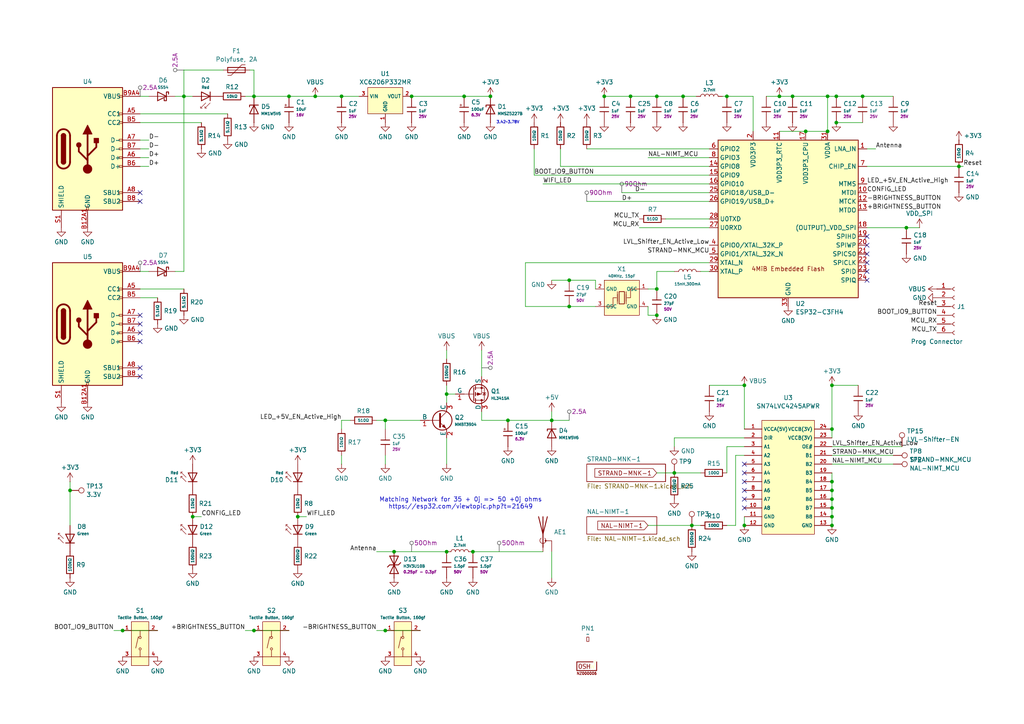
<source format=kicad_sch>
(kicad_sch (version 20250114) (generator "eeschema") (generator_version "9.0")
  (paper "A4")
  (title_block (title "Auckland Live Train Map") (date "2025-07-03") (rev "1.1.1") (company "Kea Studios") (comment 1 "©Chris Dirks") (comment 2 "GPL-3.0-or-later License"))
  (lib_symbols
    (symbol "0402,100kΩ_1" (pin_numbers (hide yes)) (pin_names (offset 0))
      (property "Reference" "R" (at 1.778 0 0))
      (property "Value" "100kΩ" (at 0 0 90))
      (symbol "0402,100kΩ_1_1_1"
        (pin passive line (at 0 3.81 270) (length 1.27) (name "~") (number "1"))
        (pin passive line (at 0 -3.81 90) (length 1.27) (name "~") (number "2"))
      )
    )
    (symbol "0402,100kΩ_2" (pin_numbers (hide yes)) (pin_names (offset 0))
      (property "Reference" "R" (at 1.778 0 0))
      (property "Value" "100kΩ" (at 0 0 90))
      (symbol "0402,100kΩ_2_1_1"
        (pin passive line (at 0 3.81 270) (length 1.27) (name "~") (number "1"))
        (pin passive line (at 0 -3.81 90) (length 1.27) (name "~") (number "2"))
      )
    )
    (symbol "0402,100kΩ_3" (pin_numbers (hide yes)) (pin_names (offset 0))
      (property "Reference" "R" (at 1.778 0 0))
      (property "Value" "100kΩ" (at 0 0 90))
      (symbol "0402,100kΩ_3_1_1"
        (pin passive line (at 0 3.81 270) (length 1.27) (name "~") (number "1"))
        (pin passive line (at 0 -3.81 90) (length 1.27) (name "~") (number "2"))
      )
    )
    (symbol "0402,10kΩ_1" (pin_numbers (hide yes)) (pin_names (offset 0))
      (property "Reference" "R" (at 1.778 0 0))
      (property "Value" "10kΩ" (at 0 0 90))
      (symbol "0402,10kΩ_1_1_1"
        (pin passive line (at 0 3.81 270) (length 1.27) (name "~") (number "1"))
        (pin passive line (at 0 -3.81 90) (length 1.27) (name "~") (number "2"))
      )
    )
    (symbol "0402,10kΩ_2" (pin_numbers (hide yes)) (pin_names (offset 0))
      (property "Reference" "R" (at 1.778 0 0))
      (property "Value" "10kΩ" (at 0 0 90))
      (symbol "0402,10kΩ_2_1_1"
        (pin passive line (at 0 3.81 270) (length 1.27) (name "~") (number "1"))
        (pin passive line (at 0 -3.81 90) (length 1.27) (name "~") (number "2"))
      )
    )
    (symbol "0402,10kΩ_3" (pin_numbers (hide yes)) (pin_names (offset 0))
      (property "Reference" "R" (at 1.778 0 0))
      (property "Value" "10kΩ" (at 0 0 90))
      (symbol "0402,10kΩ_3_1_1"
        (pin passive line (at 0 3.81 270) (length 1.27) (name "~") (number "1"))
        (pin passive line (at 0 -3.81 90) (length 1.27) (name "~") (number "2"))
      )
    )
    (symbol "0402,10kΩ_4" (pin_numbers (hide yes)) (pin_names (offset 0))
      (property "Reference" "R" (at 1.778 0 0))
      (property "Value" "10kΩ" (at 0 0 90))
      (symbol "0402,10kΩ_4_1_1"
        (pin passive line (at 0 3.81 270) (length 1.27) (name "~") (number "1"))
        (pin passive line (at 0 -3.81 90) (length 1.27) (name "~") (number "2"))
      )
    )
    (symbol "0402,1uF_1" (pin_numbers (hide yes)) (pin_names (offset 0))
      (property "Reference" "C" (at 2.032 1.668 0))
      (property "Value" "1uF" (at 2.032 -0.3782 0))
      (property "Voltage Rated" "25V" (at 2.032 -2.0462 0))
      (symbol "0402,1uF_1_1_1"
        (pin passive line (at 0 3.81 270) (length 3.175) (name "~") (number "1"))
        (pin passive line (at 0 -3.81 90) (length 3.175) (name "~") (number "2"))
      )
    )
    (symbol "0402,1uF_10" (pin_numbers (hide yes)) (pin_names (offset 0))
      (property "Reference" "C" (at 2.032 1.668 0))
      (property "Value" "1uF" (at 2.032 -0.3782 0))
      (property "Voltage Rated" "25V" (at 2.032 -2.0462 0))
      (symbol "0402,1uF_10_1_1"
        (pin passive line (at 0 3.81 270) (length 3.175) (name "~") (number "1"))
        (pin passive line (at 0 -3.81 90) (length 3.175) (name "~") (number "2"))
      )
    )
    (symbol "0402,1uF_11" (pin_numbers (hide yes)) (pin_names (offset 0))
      (property "Reference" "C" (at 2.032 1.668 0))
      (property "Value" "1uF" (at 2.032 -0.3782 0))
      (property "Voltage Rated" "25V" (at 2.032 -2.0462 0))
      (symbol "0402,1uF_11_1_1"
        (pin passive line (at 0 3.81 270) (length 3.175) (name "~") (number "1"))
        (pin passive line (at 0 -3.81 90) (length 3.175) (name "~") (number "2"))
      )
    )
    (symbol "0402,1uF_12" (pin_numbers (hide yes)) (pin_names (offset 0))
      (property "Reference" "C" (at 2.032 1.668 0))
      (property "Value" "1uF" (at 2.032 -0.3782 0))
      (property "Voltage Rated" "25V" (at 2.032 -2.0462 0))
      (symbol "0402,1uF_12_1_1"
        (pin passive line (at 0 3.81 270) (length 3.175) (name "~") (number "1"))
        (pin passive line (at 0 -3.81 90) (length 3.175) (name "~") (number "2"))
      )
    )
    (symbol "0402,1uF_2" (pin_numbers (hide yes)) (pin_names (offset 0))
      (property "Reference" "C" (at 2.032 1.668 0))
      (property "Value" "1uF" (at 2.032 -0.3782 0))
      (property "Voltage Rated" "25V" (at 2.032 -2.0462 0))
      (symbol "0402,1uF_2_1_1"
        (pin passive line (at 0 3.81 270) (length 3.175) (name "~") (number "1"))
        (pin passive line (at 0 -3.81 90) (length 3.175) (name "~") (number "2"))
      )
    )
    (symbol "0402,1uF_3" (pin_numbers (hide yes)) (pin_names (offset 0))
      (property "Reference" "C" (at 2.032 1.668 0))
      (property "Value" "1uF" (at 2.032 -0.3782 0))
      (property "Voltage Rated" "25V" (at 2.032 -2.0462 0))
      (symbol "0402,1uF_3_1_1"
        (pin passive line (at 0 3.81 270) (length 3.175) (name "~") (number "1"))
        (pin passive line (at 0 -3.81 90) (length 3.175) (name "~") (number "2"))
      )
    )
    (symbol "0402,1uF_4" (pin_numbers (hide yes)) (pin_names (offset 0))
      (property "Reference" "C" (at 2.032 1.668 0))
      (property "Value" "1uF" (at 2.032 -0.3782 0))
      (property "Voltage Rated" "25V" (at 2.032 -2.0462 0))
      (symbol "0402,1uF_4_1_1"
        (pin passive line (at 0 3.81 270) (length 3.175) (name "~") (number "1"))
        (pin passive line (at 0 -3.81 90) (length 3.175) (name "~") (number "2"))
      )
    )
    (symbol "0402,1uF_5" (pin_numbers (hide yes)) (pin_names (offset 0))
      (property "Reference" "C" (at 2.032 1.668 0))
      (property "Value" "1uF" (at 2.032 -0.3782 0))
      (property "Voltage Rated" "25V" (at 2.032 -2.0462 0))
      (symbol "0402,1uF_5_1_1"
        (pin passive line (at 0 3.81 270) (length 3.175) (name "~") (number "1"))
        (pin passive line (at 0 -3.81 90) (length 3.175) (name "~") (number "2"))
      )
    )
    (symbol "0402,1uF_6" (pin_numbers (hide yes)) (pin_names (offset 0))
      (property "Reference" "C" (at 2.032 1.668 0))
      (property "Value" "1uF" (at 2.032 -0.3782 0))
      (property "Voltage Rated" "25V" (at 2.032 -2.0462 0))
      (symbol "0402,1uF_6_1_1"
        (pin passive line (at 0 3.81 270) (length 3.175) (name "~") (number "1"))
        (pin passive line (at 0 -3.81 90) (length 3.175) (name "~") (number "2"))
      )
    )
    (symbol "0402,1uF_7" (pin_numbers (hide yes)) (pin_names (offset 0))
      (property "Reference" "C" (at 2.032 1.668 0))
      (property "Value" "1uF" (at 2.032 -0.3782 0))
      (property "Voltage Rated" "25V" (at 2.032 -2.0462 0))
      (symbol "0402,1uF_7_1_1"
        (pin passive line (at 0 3.81 270) (length 3.175) (name "~") (number "1"))
        (pin passive line (at 0 -3.81 90) (length 3.175) (name "~") (number "2"))
      )
    )
    (symbol "0402,1uF_8" (pin_numbers (hide yes)) (pin_names (offset 0))
      (property "Reference" "C" (at 2.032 1.668 0))
      (property "Value" "1uF" (at 2.032 -0.3782 0))
      (property "Voltage Rated" "25V" (at 2.032 -2.0462 0))
      (symbol "0402,1uF_8_1_1"
        (pin passive line (at 0 3.81 270) (length 3.175) (name "~") (number "1"))
        (pin passive line (at 0 -3.81 90) (length 3.175) (name "~") (number "2"))
      )
    )
    (symbol "0402,1uF_9" (pin_numbers (hide yes)) (pin_names (offset 0))
      (property "Reference" "C" (at 2.032 1.668 0))
      (property "Value" "1uF" (at 2.032 -0.3782 0))
      (property "Voltage Rated" "25V" (at 2.032 -2.0462 0))
      (symbol "0402,1uF_9_1_1"
        (pin passive line (at 0 3.81 270) (length 3.175) (name "~") (number "1"))
        (pin passive line (at 0 -3.81 90) (length 3.175) (name "~") (number "2"))
      )
    )
    (symbol "0402,510Ω_1" (pin_numbers (hide yes)) (pin_names (offset 0))
      (property "Reference" "R" (at 1.778 0 0))
      (property "Value" "510Ω" (at 0 0 90))
      (symbol "0402,510Ω_1_1_1"
        (pin passive line (at 0 3.81 270) (length 1.27) (name "~") (number "1"))
        (pin passive line (at 0 -3.81 90) (length 1.27) (name "~") (number "2"))
      )
    )
    (symbol "Connector:Conn_01x06_Socket" (pin_names (offset 1.016) (hide yes))
      (property "Reference" "J" (at 0 7.62 0))
      (property "Value" "Conn_01x06_Socket" (at 0 -10.16 0))
      (symbol "Conn_01x06_Socket_1_1"
        (pin passive line (at -5.08 5.08 0) (length 3.81) (name "Pin_1") (number "1"))
        (pin passive line (at -5.08 2.54 0) (length 3.81) (name "Pin_2") (number "2"))
        (pin passive line (at -5.08 0 0) (length 3.81) (name "Pin_3") (number "3"))
        (pin passive line (at -5.08 -2.54 0) (length 3.81) (name "Pin_4") (number "4"))
        (pin passive line (at -5.08 -5.08 0) (length 3.81) (name "Pin_5") (number "5"))
        (pin passive line (at -5.08 -7.62 0) (length 3.81) (name "Pin_6") (number "6"))
      )
    )
    (symbol "Connector:TestPoint" (pin_numbers (hide yes)) (pin_names (offset 0.762) (hide yes))
      (property "Reference" "TP" (at 0 6.858 0))
      (property "Value" "TestPoint" (at 0 5.08 0))
      (symbol "TestPoint_1_1"
        (pin passive line (at 0 0 90) (length 2.54) (name "1") (number "1"))
      )
    )
    (symbol "Device:Antenna_Shield" (pin_numbers (hide yes)) (pin_names (offset 1.016) (hide yes))
      (property "Reference" "AE" (at -1.905 4.445 0))
      (property "Value" "Antenna_Shield" (at -1.905 2.54 0))
      (symbol "Antenna_Shield_1_1"
        (pin input line (at 0 -5.08 90) (length 2.54) (name "A") (number "1"))
        (pin input line (at 2.54 -5.08 90) (length 2.54) (name "Shield") (number "2"))
      )
    )
    (symbol "Device:Polyfuse" (pin_numbers (hide yes)) (pin_names (offset 0))
      (property "Reference" "F" (at -2.54 0 90))
      (property "Value" "Polyfuse" (at 2.54 0 90))
      (symbol "Polyfuse_1_1"
        (pin passive line (at 0 3.81 270) (length 1.27) (name "~") (number "1"))
        (pin passive line (at 0 -3.81 90) (length 1.27) (name "~") (number "2"))
      )
    )
    (symbol "OSHW_Certification_Mark:OSHW_Certification_Mark_Stacked_Small" (in_bom no) (on_board no)
      (symbol "OSHW_Certification_Mark_Stacked_Small_1_1"
        (text "NZ000006" (at 0 -2.286 0) (effects (font (size 0.75 0.75))))
      )
    )
    (symbol "PCM_JLCPCB-Capacitors:0402,1.5pF" (pin_numbers (hide yes)) (pin_names (offset 0))
      (property "Reference" "C" (at 2.032 1.668 0))
      (property "Value" "1.5pF" (at 2.032 -0.3782 0))
      (property "Voltage Rated" "50V" (at 2.032 -2.0462 0))
      (symbol "0402,1.5pF_1_1"
        (pin passive line (at 0 3.81 270) (length 3.175) (name "~") (number "1"))
        (pin passive line (at 0 -3.81 90) (length 3.175) (name "~") (number "2"))
      )
    )
    (symbol "PCM_JLCPCB-Capacitors:0402,1uF" (pin_numbers (hide yes)) (pin_names (offset 0))
      (property "Reference" "C" (at 2.032 1.668 0))
      (property "Value" "1uF" (at 2.032 -0.3782 0))
      (property "Voltage Rated" "25V" (at 2.032 -2.0462 0))
      (symbol "0402,1uF_1_1"
        (pin passive line (at 0 3.81 270) (length 3.175) (name "~") (number "1"))
        (pin passive line (at 0 -3.81 90) (length 3.175) (name "~") (number "2"))
      )
    )
    (symbol "PCM_JLCPCB-Capacitors:0402,27pF" (pin_numbers (hide yes)) (pin_names (offset 0))
      (property "Reference" "C" (at 2.032 1.668 0))
      (property "Value" "27pF" (at 2.032 -0.3782 0))
      (property "Voltage Rated" "50V" (at 2.032 -2.0462 0))
      (symbol "0402,27pF_1_1"
        (pin passive line (at 0 3.81 270) (length 3.175) (name "~") (number "1"))
        (pin passive line (at 0 -3.81 90) (length 3.175) (name "~") (number "2"))
      )
    )
    (symbol "PCM_JLCPCB-Capacitors:CASE-A-3216-18(mm),10uF" (pin_numbers (hide yes)) (pin_names (offset 0))
      (property "Reference" "C" (at 2.032 1.668 0))
      (property "Value" "10uF" (at 2.032 -0.3782 0))
      (property "Rated Voltage" "16V" (at 2.032 -2.0462 0))
      (symbol "CASE-A-3216-18(mm),10uF_1_1"
        (pin passive line (at 0 3.81 270) (length 3.175) (name "~") (number "1"))
        (pin passive line (at 0 -3.81 90) (length 3.175) (name "~") (number "2"))
      )
    )
    (symbol "PCM_JLCPCB-Capacitors:CASE-B-3528-21(mm),100uF" (pin_numbers (hide yes)) (pin_names (offset 0))
      (property "Reference" "C" (at 2.032 1.668 0))
      (property "Value" "100uF" (at 2.032 -0.3782 0))
      (property "Rated Voltage" "6.3V" (at 2.032 -2.0462 0))
      (symbol "CASE-B-3528-21(mm),100uF_1_1"
        (pin passive line (at 0 3.81 270) (length 3.175) (name "~") (number "1"))
        (pin passive line (at 0 -3.81 90) (length 3.175) (name "~") (number "2"))
      )
    )
    (symbol "PCM_JLCPCB-Connectors_Buttons:Tactile Button, 160gf" (pin_names (hide yes))
      (property "Reference" "S" (at 0 1.27 0))
      (property "Value" "Tactile Button, 160gf" (at 0 -8.89 0))
      (symbol "Tactile Button, 160gf_0_1"
        (pin unspecified line (at -5.08 2.54 0) (length 2.54) (name "A") (number "1"))
        (pin unspecified line (at -5.08 -5.08 0) (length 2.54) (name "C") (number "3"))
        (pin unspecified line (at 5.08 2.54 180) (length 2.54) (name "B") (number "2"))
        (pin unspecified line (at 5.08 -5.08 180) (length 2.54) (name "D") (number "4"))
      )
    )
    (symbol "PCM_JLCPCB-Diodes:LED,0805,Green" (pin_numbers (hide yes)) (pin_names (offset 0))
      (property "Reference" "D" (at 2.032 0.834 0))
      (property "Value" "Green" (at 2.032 -1.2122 0))
      (symbol "LED,0805,Green_1_1"
        (pin passive line (at 0 3.81 270) (length 3.81) (name "~") (number "2"))
        (pin passive line (at 0 -3.81 90) (length 3.81) (name "~") (number "1"))
      )
    )
    (symbol "PCM_JLCPCB-Diodes:LED,0805,Red" (pin_numbers (hide yes)) (pin_names (offset 0))
      (property "Reference" "D" (at 2.032 0.834 0))
      (property "Value" "Red" (at 2.032 -1.2122 0))
      (symbol "LED,0805,Red_1_1"
        (pin passive line (at 0 3.81 270) (length 3.81) (name "~") (number "2"))
        (pin passive line (at 0 -3.81 90) (length 3.81) (name "~") (number "1"))
      )
    )
    (symbol "PCM_JLCPCB-Diodes:Schottky,SS54" (pin_numbers (hide yes)) (pin_names (offset 0))
      (property "Reference" "D" (at 2.032 0.834 0))
      (property "Value" "SS54" (at 2.032 -1.2122 0))
      (symbol "Schottky,SS54_1_1"
        (pin passive line (at 0 3.81 270) (length 3.81) (name "~") (number "2"))
        (pin passive line (at 0 -3.81 90) (length 3.81) (name "~") (number "1"))
      )
    )
    (symbol "PCM_JLCPCB-Diodes:TVS-Bi,H3V3U10B" (pin_numbers (hide yes)) (pin_names (offset 0))
      (property "Reference" "D" (at 2.032 0.834 0))
      (property "Value" "H3V3U10B" (at 2.032 -1.2122 0))
      (symbol "TVS-Bi,H3V3U10B_1_1"
        (pin passive line (at 0 3.81 270) (length 3.81) (name "~") (number "2"))
        (pin passive line (at 0 -3.81 90) (length 3.81) (name "~") (number "1"))
      )
    )
    (symbol "PCM_JLCPCB-Diodes:Zener,MM1W5V6" (pin_numbers (hide yes)) (pin_names (offset 0))
      (property "Reference" "D" (at 2.032 0.834 0))
      (property "Value" "MM1W5V6" (at 2.032 -1.2122 0))
      (symbol "Zener,MM1W5V6_1_1"
        (pin passive line (at 0 3.81 270) (length 3.81) (name "~") (number "2"))
        (pin passive line (at 0 -3.81 90) (length 3.81) (name "~") (number "1"))
      )
    )
    (symbol "PCM_JLCPCB-Diodes:Zener,MMSZ5227B" (pin_numbers (hide yes)) (pin_names (offset 0))
      (property "Reference" "D" (at 2.032 0.834 0))
      (property "Value" "MMSZ5227B" (at 2.032 -1.2122 0))
      (symbol "Zener,MMSZ5227B_1_1"
        (pin passive line (at 0 3.81 270) (length 3.81) (name "~") (number "2"))
        (pin passive line (at 0 -3.81 90) (length 3.81) (name "~") (number "1"))
      )
    )
    (symbol "PCM_JLCPCB-Extended:Connector, USB-TYPE-C-16P"
      (property "Reference" "J" (at 2.54 2.54 0))
      (symbol "Connector, USB-TYPE-C-16P_1_1"
        (pin passive line (at -7.62 -22.86 90) (length 5.08) (name "SHIELD") (number "S1"))
        (pin passive line (at 0 -22.86 90) (length 5.08) (hide yes) (name "GND") (number "A12B1"))
        (pin passive line (at 0 -22.86 90) (length 5.08) (name "GND") (number "B12A1"))
        (pin passive line (at 15.24 15.24 180) (length 5.08) (hide yes) (name "VBUS") (number "A9B4"))
        (pin passive line (at 15.24 15.24 180) (length 5.08) (name "VBUS") (number "B9A4"))
        (pin bidirectional line (at 15.24 10.16 180) (length 5.08) (name "CC1") (number "A5"))
        (pin bidirectional line (at 15.24 7.62 180) (length 5.08) (name "CC2") (number "B5"))
        (pin bidirectional line (at 15.24 2.54 180) (length 5.08) (name "D-") (number "A7"))
        (pin bidirectional line (at 15.24 0 180) (length 5.08) (name "D-") (number "B7"))
        (pin bidirectional line (at 15.24 -2.54 180) (length 5.08) (name "D+") (number "A6"))
        (pin bidirectional line (at 15.24 -5.08 180) (length 5.08) (name "D+") (number "B6"))
        (pin bidirectional line (at 15.24 -12.7 180) (length 5.08) (name "SBU1") (number "A8"))
        (pin bidirectional line (at 15.24 -15.24 180) (length 5.08) (name "SBU2") (number "B8"))
      )
    )
    (symbol "PCM_JLCPCB-Extended:Crystal, 40MHz, 15pF"
      (property "Reference" "X" (at 0 8.128 0))
      (property "Value" "40MHz, 15pF" (at -0.254 6.35 0))
      (symbol "Crystal, 40MHz, 15pF_0_1"
        (pin unspecified line (at -7.62 2.54 0) (length 2.54) (name "GND") (number "4"))
        (pin unspecified line (at 7.62 -2.54 180) (length 2.54) (name "GND") (number "2"))
      )
      (symbol "Crystal, 40MHz, 15pF_1_1"
        (pin unspecified line (at -7.62 -2.54 0) (length 2.54) (name "OSC") (number "1"))
        (pin unspecified line (at 7.62 2.54 180) (length 2.54) (name "OSC") (number "3"))
      )
    )
    (symbol "PCM_JLCPCB-Extended:MCU, ESP32-C3FH4"
      (property "Reference" "U" (at -17.272 23.876 0))
      (property "Value" "ESP32-C3FH4" (at 16.256 23.876 0))
      (symbol "MCU, ESP32-C3FH4_1_1"
        (text "4MiB Embedded Flash" (at 0 -14.478 0) (effects (font (size 1.27 1.27))))
        (pin bidirectional line (at -22.86 20.32 0) (length 2.54) (name "GPIO2") (number "6"))
        (pin bidirectional line (at -22.86 17.78 0) (length 2.54) (name "GPIO3") (number "8"))
        (pin bidirectional line (at -22.86 15.24 0) (length 2.54) (name "GPIO8") (number "14"))
        (pin bidirectional line (at -22.86 12.7 0) (length 2.54) (name "GPIO9") (number "15"))
        (pin bidirectional line (at -22.86 10.16 0) (length 2.54) (name "GPIO10") (number "16"))
        (pin bidirectional line (at -22.86 7.62 0) (length 2.54) (name "GPIO18/USB_D-") (number "25"))
        (pin bidirectional line (at -22.86 5.08 0) (length 2.54) (name "GPIO19/USB_D+") (number "26"))
        (pin bidirectional line (at -22.86 0 0) (length 2.54) (name "U0TXD") (number "28"))
        (pin bidirectional line (at -22.86 -2.54 0) (length 2.54) (name "U0RXD") (number "27"))
        (pin bidirectional line (at -22.86 -7.62 0) (length 2.54) (name "GPIO0/XTAL_32K_P") (number "4"))
        (pin bidirectional line (at -22.86 -10.16 0) (length 2.54) (name "GPIO1/XTAL_32K_N") (number "5"))
        (pin bidirectional line (at -22.86 -12.7 0) (length 2.54) (name "XTAL_N") (number "29"))
        (pin bidirectional line (at -22.86 -15.24 0) (length 2.54) (name "XTAL_P") (number "30"))
        (pin power_in line (at -10.16 25.4 270) (length 2.54) (name "VDD3P3") (number "2"))
        (pin passive line (at -10.16 25.4 270) (length 2.54) (hide yes) (name "VDD3P3") (number "3"))
        (pin power_in line (at -2.54 25.4 270) (length 2.54) (name "VDD3P3_RTC") (number "11"))
        (pin power_in line (at 0 -25.4 90) (length 2.54) (name "GND") (number "33"))
        (pin power_in line (at 5.08 25.4 270) (length 2.54) (name "VDD3P3_CPU") (number "17"))
        (pin power_in line (at 11.43 25.4 270) (length 2.54) (name "VDDA") (number "31"))
        (pin passive line (at 11.43 25.4 270) (length 2.54) (hide yes) (name "VDDA") (number "32"))
        (pin bidirectional line (at 22.86 20.32 180) (length 2.54) (name "LNA_IN") (number "1"))
        (pin bidirectional line (at 22.86 15.24 180) (length 2.54) (name "CHIP_EN") (number "7"))
        (pin bidirectional line (at 22.86 10.16 180) (length 2.54) (name "MTMS") (number "9"))
        (pin bidirectional line (at 22.86 7.62 180) (length 2.54) (name "MTDI") (number "10"))
        (pin bidirectional line (at 22.86 5.08 180) (length 2.54) (name "MTCK") (number "12"))
        (pin bidirectional line (at 22.86 2.54 180) (length 2.54) (name "MTDO") (number "13"))
        (pin power_out line (at 22.86 -2.54 180) (length 2.54) (name "(OUTPUT)_VDD_SPI") (number "18"))
        (pin bidirectional line (at 22.86 -5.08 180) (length 2.54) (name "SPIHD") (number "19"))
        (pin bidirectional line (at 22.86 -7.62 180) (length 2.54) (name "SPIWP") (number "20"))
        (pin bidirectional line (at 22.86 -10.16 180) (length 2.54) (name "SPICS0") (number "21"))
        (pin bidirectional line (at 22.86 -12.7 180) (length 2.54) (name "SPICLK") (number "22"))
        (pin bidirectional line (at 22.86 -15.24 180) (length 2.54) (name "SPID") (number "23"))
        (pin bidirectional line (at 22.86 -17.78 180) (length 2.54) (name "SPIQ") (number "24"))
      )
    )
    (symbol "PCM_JLCPCB-ICs:Level Shifter, 8 Channel, TSN74LVC4245APWR"
      (property "Reference" "U" (at 0 1.27 0))
      (property "Value" "SN74LVC4245APWR" (at 0 19.304 0))
      (symbol "Level Shifter, 8 Channel, TSN74LVC4245APWR_0_1"
        (pin unspecified line (at -12.7 12.7 0) (length 5.08) (name "DIR") (number "2"))
        (pin unspecified line (at -12.7 10.16 0) (length 5.08) (name "A1") (number "3"))
        (pin unspecified line (at -12.7 7.62 0) (length 5.08) (name "A2") (number "4"))
        (pin unspecified line (at -12.7 5.08 0) (length 5.08) (name "A3") (number "5"))
        (pin unspecified line (at -12.7 2.54 0) (length 5.08) (name "A4") (number "6"))
        (pin unspecified line (at -12.7 0 0) (length 5.08) (name "A5") (number "7"))
        (pin unspecified line (at -12.7 -2.54 0) (length 5.08) (name "A6") (number "8"))
        (pin unspecified line (at -12.7 -5.08 0) (length 5.08) (name "A7") (number "9"))
        (pin unspecified line (at -12.7 -7.62 0) (length 5.08) (name "A8") (number "10"))
        (pin unspecified line (at -12.7 -10.16 0) (length 5.08) (name "GND") (number "11"))
        (pin unspecified line (at -12.7 -12.7 0) (length 5.08) (name "GND") (number "12"))
        (pin unspecified line (at 12.7 10.16 180) (length 5.08) (name "OE#") (number "22"))
        (pin unspecified line (at 12.7 7.62 180) (length 5.08) (name "B1") (number "21"))
        (pin unspecified line (at 12.7 5.08 180) (length 5.08) (name "B2") (number "20"))
        (pin unspecified line (at 12.7 2.54 180) (length 5.08) (name "B3") (number "19"))
        (pin unspecified line (at 12.7 0 180) (length 5.08) (name "B4") (number "18"))
        (pin unspecified line (at 12.7 -2.54 180) (length 5.08) (name "B5") (number "17"))
        (pin unspecified line (at 12.7 -5.08 180) (length 5.08) (name "B6") (number "16"))
        (pin unspecified line (at 12.7 -7.62 180) (length 5.08) (name "B7") (number "15"))
        (pin unspecified line (at 12.7 -10.16 180) (length 5.08) (name "B8") (number "14"))
        (pin unspecified line (at 12.7 -12.7 180) (length 5.08) (name "GND") (number "13"))
      )
      (symbol "Level Shifter, 8 Channel, TSN74LVC4245APWR_1_1"
        (pin unspecified line (at -12.7 15.24 0) (length 5.08) (name "VCCA(5V)") (number "1"))
        (pin unspecified line (at 12.7 15.24 180) (length 5.08) (name "VCCB(3V)") (number "24"))
        (pin unspecified line (at 12.7 12.7 180) (length 5.08) (name "VCCB(3V)") (number "23"))
      )
    )
    (symbol "PCM_JLCPCB-Inductors:15nH,300mA" (pin_numbers (hide yes)) (pin_names (offset 0))
      (property "Reference" "L" (at 1.2673 0.834 0))
      (property "Value" "15nH,300mA" (at 1.2673 -1.2122 0))
      (symbol "15nH,300mA_1_1"
        (pin passive line (at 0 3.81 270) (length 1.27) (name "~") (number "1"))
        (pin passive line (at 0 -3.81 90) (length 1.27) (name "~") (number "2"))
      )
    )
    (symbol "PCM_JLCPCB-Inductors:3.9nH,300mA" (pin_numbers (hide yes)) (pin_names (offset 0))
      (property "Reference" "L" (at 1.2673 0.834 0))
      (property "Value" "3.9nH,300mA" (at 1.2673 -1.2122 0))
      (symbol "3.9nH,300mA_1_1"
        (pin passive line (at 0 3.81 270) (length 1.27) (name "~") (number "1"))
        (pin passive line (at 0 -3.81 90) (length 1.27) (name "~") (number "2"))
      )
    )
    (symbol "PCM_JLCPCB-Manufacturing:Part Number, PCM_JLCPCB, 0.8x0.15mm"
      (property "Reference" "PN" (at 2.286 0 0))
    )
    (symbol "PCM_JLCPCB-Power:LDO, 3.3V, 0.2A"
      (property "Reference" "U" (at 0 8.89 0))
      (property "Value" "XC6206P332MR" (at 0 6.35 0))
      (symbol "LDO, 3.3V, 0.2A_1_1"
        (pin unspecified line (at -7.62 2.54 0) (length 2.56) (name "VIN") (number "3"))
        (pin unspecified line (at 0 -5.08 90) (length 2.56) (name "GND") (number "1"))
        (pin unspecified line (at 7.62 2.54 180) (length 2.56) (name "VOUT") (number "2"))
      )
    )
    (symbol "PCM_JLCPCB-Resistors:0402,100kΩ" (pin_numbers (hide yes)) (pin_names (offset 0))
      (property "Reference" "R" (at 1.778 0 0))
      (property "Value" "100kΩ" (at 0 0 90))
      (symbol "0402,100kΩ_1_1"
        (pin passive line (at 0 3.81 270) (length 1.27) (name "~") (number "1"))
        (pin passive line (at 0 -3.81 90) (length 1.27) (name "~") (number "2"))
      )
    )
    (symbol "PCM_JLCPCB-Resistors:0402,100Ω" (pin_numbers (hide yes)) (pin_names (offset 0))
      (property "Reference" "R" (at 1.778 0 0))
      (property "Value" "100Ω" (at 0 0 90))
      (symbol "0402,100Ω_1_1"
        (pin passive line (at 0 3.81 270) (length 1.27) (name "~") (number "1"))
        (pin passive line (at 0 -3.81 90) (length 1.27) (name "~") (number "2"))
      )
    )
    (symbol "PCM_JLCPCB-Resistors:0402,10kΩ" (pin_numbers (hide yes)) (pin_names (offset 0))
      (property "Reference" "R" (at 1.778 0 0))
      (property "Value" "10kΩ" (at 0 0 90))
      (symbol "0402,10kΩ_1_1"
        (pin passive line (at 0 3.81 270) (length 1.27) (name "~") (number "1"))
        (pin passive line (at 0 -3.81 90) (length 1.27) (name "~") (number "2"))
      )
    )
    (symbol "PCM_JLCPCB-Resistors:0402,5.1kΩ" (pin_numbers (hide yes)) (pin_names (offset 0))
      (property "Reference" "R" (at 1.778 0 0))
      (property "Value" "5.1kΩ" (at 0 0 90))
      (symbol "0402,5.1kΩ_1_1"
        (pin passive line (at 0 3.81 270) (length 1.27) (name "~") (number "1"))
        (pin passive line (at 0 -3.81 90) (length 1.27) (name "~") (number "2"))
      )
    )
    (symbol "PCM_JLCPCB-Resistors:0402,510Ω" (pin_numbers (hide yes)) (pin_names (offset 0))
      (property "Reference" "R" (at 1.778 0 0))
      (property "Value" "510Ω" (at 0 0 90))
      (symbol "0402,510Ω_1_1"
        (pin passive line (at 0 3.81 270) (length 1.27) (name "~") (number "1"))
        (pin passive line (at 0 -3.81 90) (length 1.27) (name "~") (number "2"))
      )
    )
    (symbol "PCM_JLCPCB-Transistors:NPN,MMBT3904" (pin_names (offset 0))
      (property "Reference" "Q" (at 4.8514 0.834 0))
      (property "Value" "MMBT3904" (at 4.8514 -1.2122 0))
      (symbol "NPN,MMBT3904_1_1"
        (pin input line (at -5.08 0 0) (length 2.54) (name "B") (number "1"))
        (pin open_collector line (at 2.54 5.08 270) (length 2.54) (name "C") (number "3"))
        (pin open_emitter line (at 2.54 -5.08 90) (length 2.54) (name "E") (number "2"))
      )
    )
    (symbol "PCM_JLCPCB-Transistors:PMOS,HL3415A" (pin_names (offset 0))
      (property "Reference" "Q" (at 4.8514 0.834 0))
      (property "Value" "HL3415A" (at 4.8514 -1.2122 0))
      (symbol "PMOS,HL3415A_1_1"
        (pin input line (at -5.08 0 0) (length 2.54) (name "G") (number "1"))
        (pin passive line (at 2.54 5.08 270) (length 2.54) (name "D") (number "3"))
        (pin passive line (at 2.54 -5.08 90) (length 2.54) (name "S") (number "2"))
      )
    )
    (symbol "power:+3V3" (power) (pin_numbers (hide yes)) (pin_names (offset 0) (hide yes))
      (property "Value" "+3V3" (at 0 3.556 0))
      (symbol "+3V3_1_1"
        (pin power_in line (at 0 0 90) (length 0) (name "~") (number "1"))
      )
    )
    (symbol "power:+5V" (power) (pin_numbers (hide yes)) (pin_names (offset 0) (hide yes))
      (property "Value" "+5V" (at 0 3.556 0))
      (symbol "+5V_1_1"
        (pin power_in line (at 0 0 90) (length 0) (name "~") (number "1"))
      )
    )
    (symbol "power:GND" (power) (pin_numbers (hide yes)) (pin_names (offset 0) (hide yes))
      (property "Value" "GND" (at 0 -3.81 0))
      (symbol "GND_1_1"
        (pin power_in line (at 0 0 270) (length 0) (name "~") (number "1"))
      )
    )
    (symbol "power:VBUS" (power) (pin_numbers (hide yes)) (pin_names (offset 0) (hide yes))
      (property "Value" "VBUS" (at 0 3.556 0))
      (symbol "VBUS_1_1"
        (pin power_in line (at 0 0 90) (length 0) (name "~") (number "1"))
      )
    )
    (symbol "power:VDD" (power) (pin_numbers (hide yes)) (pin_names (offset 0) (hide yes))
      (property "Value" "VDD" (at 0 3.556 0))
      (symbol "VDD_1_1"
        (pin power_in line (at 0 0 90) (length 0) (name "~") (number "1"))
      )
    )
  )
  (text "Matching Network for 35 + 0j => 50 +0j ohms\nhttps://esp32.com/viewtopic.php?t=21649" (at 133.604 146.05 0) (effects (font (size 1.27 1.27))))
  (text "3.42~3.78V" (at 147.32 35.56 0) (effects (font (size 0.8 0.8))))
  (junction (at 91.44 27.94))
  (junction (at 241.3 144.78))
  (junction (at 242.57 35.56))
  (junction (at 111.76 121.92))
  (junction (at 99.06 27.94))
  (junction (at 119.38 27.94))
  (junction (at 241.3 149.86))
  (junction (at 182.88 27.94))
  (junction (at 190.5 27.94))
  (junction (at 241.3 152.4))
  (junction (at 165.1 81.28))
  (junction (at 241.3 142.24))
  (junction (at 240.03 27.94))
  (junction (at 142.24 27.94))
  (junction (at 160.02 121.92))
  (junction (at 35.56 182.88))
  (junction (at 73.66 182.88))
  (junction (at 195.58 137.16))
  (junction (at 226.06 27.94))
  (junction (at 233.68 38.1))
  (junction (at 250.19 27.94))
  (junction (at 241.3 139.7))
  (junction (at 241.3 124.46))
  (junction (at 129.54 160.02))
  (junction (at 198.12 27.94))
  (junction (at 111.76 182.88))
  (junction (at 190.5 83.82))
  (junction (at 114.3 160.02))
  (junction (at 229.87 27.94))
  (junction (at 175.26 27.94))
  (junction (at 241.3 111.76))
  (junction (at 241.3 147.32))
  (junction (at 190.5 91.44))
  (junction (at 262.89 66.04))
  (junction (at 53.34 27.94))
  (junction (at 86.36 149.86))
  (junction (at 278.13 48.26))
  (junction (at 200.66 152.4))
  (junction (at 83.82 27.94))
  (junction (at 147.32 121.92))
  (junction (at 55.88 149.86))
  (junction (at 73.66 27.94))
  (junction (at 210.82 27.94))
  (junction (at 215.9 152.4))
  (junction (at 129.54 114.3))
  (junction (at 137.16 160.02))
  (junction (at 242.57 27.94))
  (junction (at 240.03 38.1))
  (junction (at 215.9 111.76))
  (junction (at 134.62 27.94))
  (junction (at 165.1 88.9))
  (junction (at 20.32 142.24))
  (no_connect (at 251.46 68.58))
  (no_connect (at 40.64 109.22))
  (no_connect (at 251.46 73.66))
  (no_connect (at 251.46 78.74))
  (no_connect (at 215.9 142.24))
  (no_connect (at 215.9 134.62))
  (no_connect (at 251.46 76.2))
  (no_connect (at 215.9 139.7))
  (no_connect (at 40.64 93.98))
  (no_connect (at 40.64 58.42))
  (no_connect (at 215.9 147.32))
  (no_connect (at 40.64 96.52))
  (no_connect (at 251.46 81.28))
  (no_connect (at 215.9 137.16))
  (no_connect (at 40.64 106.68))
  (no_connect (at 40.64 91.44))
  (no_connect (at 251.46 71.12))
  (no_connect (at 215.9 144.78))
  (no_connect (at 40.64 99.06))
  (no_connect (at 40.64 55.88))
  (wire (pts (xy 187.96 152.4) (xy 200.66 152.4)))
  (wire (pts (xy 251.46 66.04) (xy 262.89 66.04)))
  (wire (pts (xy 43.18 48.26) (xy 40.64 48.26)))
  (wire (pts (xy 33.02 182.88) (xy 35.56 182.88)))
  (wire (pts (xy 182.88 27.94) (xy 190.5 27.94)))
  (wire (pts (xy 241.3 111.76) (xy 241.3 124.46)))
  (wire (pts (xy 241.3 124.46) (xy 241.3 127)))
  (wire (pts (xy 99.06 121.92) (xy 99.06 124.46)))
  (wire (pts (xy 139.7 121.92) (xy 147.32 121.92)))
  (wire (pts (xy 129.54 114.3) (xy 129.54 116.84)))
  (wire (pts (xy 226.06 27.94) (xy 229.87 27.94)))
  (wire (pts (xy 137.16 160.02) (xy 157.48 160.02)))
  (wire (pts (xy 213.36 152.4) (xy 213.36 132.08)))
  (wire (pts (xy 111.76 121.92) (xy 111.76 124.46)))
  (wire (pts (xy 170.18 43.18) (xy 205.74 43.18)))
  (wire (pts (xy 279.4 48.26) (xy 278.13 48.26)))
  (wire (pts (xy 50.8 27.94) (xy 53.34 27.94)))
  (wire (pts (xy 111.76 121.92) (xy 121.92 121.92)))
  (wire (pts (xy 241.3 132.08) (xy 259.08 132.08)))
  (wire (pts (xy 175.26 27.94) (xy 182.88 27.94)))
  (wire (pts (xy 190.5 27.94) (xy 198.12 27.94)))
  (wire (pts (xy 210.82 129.54) (xy 215.9 129.54)))
  (wire (pts (xy 132.08 114.3) (xy 129.54 114.3)))
  (wire (pts (xy 73.66 20.32) (xy 73.66 27.94)))
  (wire (pts (xy 134.62 27.94) (xy 142.24 27.94)))
  (wire (pts (xy 242.57 35.56) (xy 250.19 35.56)))
  (wire (pts (xy 40.64 35.56) (xy 58.42 35.56)))
  (wire (pts (xy 210.82 27.94) (xy 218.44 27.94)))
  (wire (pts (xy 53.34 78.74) (xy 50.8 78.74)))
  (wire (pts (xy 160.02 81.28) (xy 165.1 81.28)))
  (wire (pts (xy 240.03 27.94) (xy 240.03 38.1)))
  (wire (pts (xy 241.3 129.54) (xy 261.62 129.54)))
  (wire (pts (xy 114.3 160.02) (xy 129.54 160.02)))
  (wire (pts (xy 55.88 149.86) (xy 58.42 149.86)))
  (wire (pts (xy 195.58 129.54) (xy 195.58 127)))
  (wire (pts (xy 43.18 43.18) (xy 40.64 43.18)))
  (wire (pts (xy 240.03 27.94) (xy 242.57 27.94)))
  (wire (pts (xy 215.9 111.76) (xy 215.9 124.46)))
  (wire (pts (xy 241.3 139.7) (xy 241.3 142.24)))
  (wire (pts (xy 242.57 27.94) (xy 250.19 27.94)))
  (wire (pts (xy 73.66 20.32) (xy 72.39 20.32)))
  (wire (pts (xy 53.34 20.32) (xy 64.77 20.32)))
  (wire (pts (xy 254 43.18) (xy 251.46 43.18)))
  (wire (pts (xy 71.12 182.88) (xy 73.66 182.88)))
  (wire (pts (xy 111.76 132.08) (xy 111.76 134.62)))
  (wire (pts (xy 101.6 121.92) (xy 99.06 121.92)))
  (wire (pts (xy 154.94 43.18) (xy 154.94 50.8)))
  (wire (pts (xy 190.5 78.74) (xy 195.58 78.74)))
  (wire (pts (xy 152.4 76.2) (xy 205.74 76.2)))
  (wire (pts (xy 170.18 58.42) (xy 205.74 58.42)))
  (wire (pts (xy 83.82 27.94) (xy 91.44 27.94)))
  (wire (pts (xy 198.12 27.94) (xy 201.93 27.94)))
  (wire (pts (xy 180.34 55.88) (xy 205.74 55.88)))
  (wire (pts (xy 119.38 27.94) (xy 134.62 27.94)))
  (wire (pts (xy 40.64 27.94) (xy 43.18 27.94)))
  (wire (pts (xy 195.58 137.16) (xy 203.2 137.16)))
  (wire (pts (xy 218.44 27.94) (xy 218.44 38.1)))
  (wire (pts (xy 213.36 132.08) (xy 215.9 132.08)))
  (wire (pts (xy 266.7 66.04) (xy 262.89 66.04)))
  (wire (pts (xy 226.06 38.1) (xy 233.68 38.1)))
  (wire (pts (xy 160.02 160.02) (xy 160.02 167.64)))
  (wire (pts (xy 165.1 81.28) (xy 172.72 81.28)))
  (wire (pts (xy 190.5 91.44) (xy 187.96 91.44)))
  (wire (pts (xy 229.87 27.94) (xy 240.03 27.94)))
  (wire (pts (xy 40.64 78.74) (xy 43.18 78.74)))
  (wire (pts (xy 162.56 48.26) (xy 205.74 48.26)))
  (wire (pts (xy 129.54 111.76) (xy 129.54 114.3)))
  (wire (pts (xy 109.22 121.92) (xy 111.76 121.92)))
  (wire (pts (xy 152.4 88.9) (xy 165.1 88.9)))
  (wire (pts (xy 43.18 40.64) (xy 40.64 40.64)))
  (wire (pts (xy 99.06 27.94) (xy 104.14 27.94)))
  (wire (pts (xy 185.42 66.04) (xy 205.74 66.04)))
  (wire (pts (xy 109.22 160.02) (xy 114.3 160.02)))
  (wire (pts (xy 43.18 45.72) (xy 40.64 45.72)))
  (wire (pts (xy 215.9 149.86) (xy 215.9 152.4)))
  (wire (pts (xy 109.22 182.88) (xy 111.76 182.88)))
  (wire (pts (xy 187.96 45.72) (xy 205.74 45.72)))
  (wire (pts (xy 241.3 142.24) (xy 241.3 144.78)))
  (wire (pts (xy 241.3 134.62) (xy 259.08 134.62)))
  (wire (pts (xy 86.36 149.86) (xy 88.9 149.86)))
  (wire (pts (xy 210.82 152.4) (xy 213.36 152.4)))
  (wire (pts (xy 73.66 182.88) (xy 83.82 182.88)))
  (wire (pts (xy 222.25 27.94) (xy 226.06 27.94)))
  (wire (pts (xy 205.74 111.76) (xy 215.9 111.76)))
  (wire (pts (xy 40.64 83.82) (xy 53.34 83.82)))
  (wire (pts (xy 195.58 127) (xy 215.9 127)))
  (wire (pts (xy 157.48 53.34) (xy 205.74 53.34)))
  (wire (pts (xy 193.04 63.5) (xy 205.74 63.5)))
  (wire (pts (xy 53.34 27.94) (xy 53.34 78.74)))
  (wire (pts (xy 251.46 48.26) (xy 278.13 48.26)))
  (wire (pts (xy 250.19 27.94) (xy 259.08 27.94)))
  (wire (pts (xy 53.34 27.94) (xy 55.88 27.94)))
  (wire (pts (xy 20.32 139.7) (xy 20.32 142.24)))
  (wire (pts (xy 73.66 27.94) (xy 71.12 27.94)))
  (wire (pts (xy 203.2 78.74) (xy 205.74 78.74)))
  (wire (pts (xy 210.82 137.16) (xy 210.82 129.54)))
  (wire (pts (xy 190.5 137.16) (xy 195.58 137.16)))
  (wire (pts (xy 187.96 91.44) (xy 187.96 88.9)))
  (wire (pts (xy 165.1 88.9) (xy 172.72 88.9)))
  (wire (pts (xy 139.7 101.6) (xy 139.7 109.22)))
  (wire (pts (xy 233.68 38.1) (xy 240.03 38.1)))
  (wire (pts (xy 241.3 144.78) (xy 241.3 147.32)))
  (wire (pts (xy 209.55 27.94) (xy 210.82 27.94)))
  (wire (pts (xy 99.06 132.08) (xy 99.06 134.62)))
  (wire (pts (xy 35.56 182.88) (xy 45.72 182.88)))
  (wire (pts (xy 111.76 182.88) (xy 121.92 182.88)))
  (wire (pts (xy 241.3 137.16) (xy 241.3 139.7)))
  (wire (pts (xy 53.34 27.94) (xy 53.34 20.32)))
  (wire (pts (xy 190.5 83.82) (xy 187.96 83.82)))
  (wire (pts (xy 129.54 127) (xy 129.54 134.62)))
  (wire (pts (xy 160.02 121.92) (xy 160.02 119.38)))
  (wire (pts (xy 200.66 152.4) (xy 203.2 152.4)))
  (wire (pts (xy 73.66 27.94) (xy 83.82 27.94)))
  (wire (pts (xy 129.54 101.6) (xy 129.54 104.14)))
  (wire (pts (xy 154.94 50.8) (xy 205.74 50.8)))
  (wire (pts (xy 40.64 86.36) (xy 45.72 86.36)))
  (wire (pts (xy 241.3 111.76) (xy 248.92 111.76)))
  (wire (pts (xy 91.44 27.94) (xy 99.06 27.94)))
  (wire (pts (xy 139.7 119.38) (xy 139.7 121.92)))
  (wire (pts (xy 160.02 121.92) (xy 165.1 121.92)))
  (wire (pts (xy 241.3 149.86) (xy 241.3 152.4)))
  (wire (pts (xy 162.56 48.26) (xy 162.56 43.18)))
  (wire (pts (xy 40.64 33.02) (xy 66.04 33.02)))
  (wire (pts (xy 241.3 147.32) (xy 241.3 149.86)))
  (wire (pts (xy 172.72 81.28) (xy 172.72 83.82)))
  (wire (pts (xy 20.32 142.24) (xy 20.32 152.4)))
  (wire (pts (xy 147.32 121.92) (xy 160.02 121.92)))
  (wire (pts (xy 190.5 83.82) (xy 190.5 78.74)))
  (wire (pts (xy 152.4 76.2) (xy 152.4 88.9)))
  (label "D+" (at 180.34 58.42 0))
  (label "WIFI_LED" (at 157.48 53.34 0))
  (label "WIFI_LED" (at 88.9 149.86 0))
  (label "CONFIG_LED" (at 58.42 149.86 0))
  (label "+BRIGHTNESS_BUTTON" (at 71.12 182.88 180))
  (label "BOOT_IO9_BUTTON" (at 154.94 50.8 0))
  (label "LVL_Shifter_EN_Active_Low" (at 241.3 129.54 0))
  (label "MCU_TX" (at 185.42 63.5 180))
  (label "Antenna" (at 109.22 160.02 180))
  (label "MCU_RX" (at 271.78 93.98 180))
  (label "D+" (at 43.18 45.72 0))
  (label "-BRIGHTNESS_BUTTON" (at 251.46 58.42 0))
  (label "BOOT_IO9_BUTTON" (at 33.02 182.88 180))
  (label "LED_+5V_EN_Active_High" (at 251.46 53.34 0))
  (label "LVL_Shifter_EN_Active_Low" (at 205.74 71.12 180))
  (label "Antenna" (at 254 43.18 0))
  (label "LED_+5V_EN_Active_High" (at 99.06 121.92 180))
  (label "NAL-NIMT_MCU" (at 241.3 134.62 0))
  (label "STRAND-MNK_MCU" (at 205.74 73.66 180))
  (label "CONFIG_LED" (at 251.46 55.88 0))
  (label "MCU_RX" (at 185.42 66.04 180))
  (label "+BRIGHTNESS_BUTTON" (at 251.46 60.96 0))
  (label "D-" (at 43.18 40.64 0))
  (label "STRAND-MNK_MCU" (at 241.3 132.08 0))
  (label "D-" (at 43.18 43.18 0))
  (label "-BRIGHTNESS_BUTTON" (at 109.22 182.88 180))
  (label "BOOT_IO9_BUTTON" (at 271.78 91.44 180))
  (label "D+" (at 43.18 48.26 0))
  (label "Reset" (at 271.78 88.9 180))
  (label "Reset" (at 279.4 48.26 0))
  (label "MCU_TX" (at 271.78 96.52 180))
  (label "NAL-NIMT_MCU" (at 187.96 45.72 0))
  (label "D-" (at 184.15 55.88 0))
  (global_label "STRAND-MNK-1" (shape input) (at 190.5 137.16 180) (property "Intersheetrefs" "${INTERSHEET_REFS}" (effects (hide yes))))
  (global_label "NAL-NIMT-1" (shape input) (at 187.96 152.4 180) (property "Intersheetrefs" "${INTERSHEET_REFS}" (effects (hide yes))))
  (netclass_flag "" (length 2.54) (shape round) (at 53.34 20.32 90) (property "Netclass" "2.5A" (at 50.8 19.6215 90) (effects (justify left))))
  (netclass_flag "" (length 2.54) (shape round) (at 144.78 160.02 0) (property "Netclass" "50Ohm" (at 145.4785 157.48 0) (effects (justify left))))
  (netclass_flag "" (length 2.54) (shape round) (at 139.7 106.68 270) (property "Netclass" "2.5A" (at 142.24 105.9815 90) (effects (justify left))))
  (netclass_flag "" (length 2.54) (shape round) (at 180.34 55.88 0) (property "Netclass" "90Ohm" (at 181.0385 53.34 0) (effects (justify left))))
  (netclass_flag "" (length 2.54) (shape round) (at 40.64 27.94 0) (property "Netclass" "2.5A" (at 41.3385 25.4 0) (effects (justify left))))
  (netclass_flag "" (length 2.54) (shape round) (at 40.64 78.74 0) (property "Netclass" "2.5A" (at 41.3385 76.2 0) (effects (justify left))))
  (netclass_flag "" (length 2.54) (shape round) (at 165.1 121.92 0) (property "Netclass" "2.5A" (at 165.7985 119.38 0) (effects (justify left))))
  (netclass_flag "" (length 2.54) (shape round) (at 170.18 58.42 0) (property "Netclass" "90Ohm" (at 170.8785 55.88 0) (effects (justify left))))
  (netclass_flag "" (length 2.54) (shape round) (at 119.38 160.02 0) (property "Netclass" "50Ohm" (at 120.0785 157.48 0) (effects (justify left))))
  (symbol (lib_id "PCM_JLCPCB-Diodes:LED,0805,Green") (at 86.36 153.67 0) (unit 1)
    (property "Reference" "D9" (at 88.3919 152.7407 0) (effects (justify left)))
    (property "Value" "Green" (at 88.3919 154.7869 0) (effects (font (size 0.8 0.8)) (justify left)))
    (property "Footprint" "PCM_JLCPCB:D_0805" (effects (hide yes)))
    (property "Datasheet" "https://www.lcsc.com/datasheet/lcsc_datasheet_1806151820_Hubei-KENTO-Elec-KT-0805G_C2297.pdf" (effects (hide yes)))
    (property "Description" "Emerald 0805 LED Indication - Discrete ROHS" (effects (hide yes)))
    (property "LCSC" "C2297" (effects (hide yes)))
    (property "Stock" "769221" (effects (hide yes)))
    (property "Price" "0.014USD" (effects (hide yes)))
    (property "Process" "SMT" (effects (hide yes)))
    (property "Minimum Qty" "20" (effects (hide yes)))
    (property "Attrition Qty" "6" (effects (hide yes)))
    (property "Class" "Basic Component" (effects (hide yes)))
    (property "Category" "Optoelectronics,Light Emitting Diodes (LED)" (effects (hide yes)))
    (property "Manufacturer" "Hubei KENTO Elec" (effects (hide yes)))
    (property "Part" "KT-0805G" (effects (hide yes)))
    (property "Emitted Color" "Emerald" (effects (hide yes)))
  )
  (symbol (lib_id "power:GND") (at 35.56 190.5 0) (unit 1)
    (property "Reference" "#PWR0354" (effects (hide yes)))
    (property "Value" "GND" (at 35.56 194.6331 0))
    (property "Description" "Power symbol creates a global label with name \"GND\" , ground" (effects (hide yes)))
  )
  (symbol (lib_id "PCM_JLCPCB-Transistors:NPN,MMBT3904") (at 127 121.92 0) (unit 1)
    (property "Reference" "Q2" (at 131.8514 121.086 0) (effects (justify left)))
    (property "Value" "MMBT3904" (at 131.8514 123.1322 0) (effects (font (size 0.8 0.8)) (justify left)))
    (property "Footprint" "PCM_JLCPCB:Q_SOT-23" (effects (hide yes)))
    (property "Datasheet" "https://wmsc.lcsc.com/wmsc/upload/file/pdf/v2/lcsc/2312221203_hongjiacheng-MMBT3904_C7420353.pdf" (effects (hide yes)))
    (property "Description" "40V 200mW 100@10mA,1.0V 200mA NPN SOT-23 Bipolar (BJT) ROHS" (effects (hide yes)))
    (property "LCSC" "C7420353" (effects (hide yes)))
    (property "Stock" "874278" (effects (hide yes)))
    (property "Price" "0.012USD" (effects (hide yes)))
    (property "Process" "SMT" (effects (hide yes)))
    (property "Minimum Qty" "10" (effects (hide yes)))
    (property "Attrition Qty" "5" (effects (hide yes)))
    (property "Class" "Preferred Component" (effects (hide yes)))
    (property "Category" "Triode/MOS Tube/Transistor,Bipolar Transistors - BJT" (effects (hide yes)))
    (property "Manufacturer" "hongjiacheng" (effects (hide yes)))
    (property "Part" "MMBT3904" (effects (hide yes)))
    (property "Transition Frequency (fT)" "300MHz" (effects (hide yes)))
    (property "Operating Temperature" "-55°C~+150°C" (effects (hide yes)))
    (property "Collector Cut-Off Current (Icbo)" "0.1uA" (effects (hide yes)))
    (property "Transistor Type" "NPN" (effects (hide yes)))
    (property "DC Current Gain (hFE@Ic,Vce)" "100@10mA,1.0V" (effects (hide yes)))
    (property "Power Dissipation (Pd)" "null" (effects (hide yes)))
    (property "Collector Current (Ic)" "null" (effects (hide yes)))
    (property "Collector-Emitter Saturation Voltage (VCE(sat)@Ic,Ib)" "0.3V@50mA,5.0mA" (effects (hide yes)))
    (property "Collector-Emitter Breakdown Voltage (Vceo)" "null" (effects (hide yes)))
  )
  (symbol (lib_id "power:GND") (at 175.26 35.56 0) (unit 1)
    (property "Reference" "#PWR038" (effects (hide yes)))
    (property "Value" "GND" (effects (hide yes)))
    (property "Description" "Power symbol creates a global label with name \"GND\" , ground" (effects (hide yes)))
  )
  (symbol (lib_id "power:GND") (at 160.02 167.64 0) (unit 1)
    (property "Reference" "#PWR027" (effects (hide yes)))
    (property "Value" "GND" (at 160.02 171.7731 0))
    (property "Description" "Power symbol creates a global label with name \"GND\" , ground" (effects (hide yes)))
  )
  (symbol (lib_name "0402,100kΩ_1") (lib_id "PCM_JLCPCB-Resistors:0402,100kΩ") (at 86.36 161.29 0) (unit 1)
    (property "Reference" "R22" (at 88.138 161.29 0) (effects (justify left)))
    (property "Value" "100kΩ" (at 86.36 161.29 90) (effects (font (size 0.8 0.8))))
    (property "Footprint" "PCM_JLCPCB:R_0402" (effects (hide yes)))
    (property "Datasheet" "https://www.lcsc.com/datasheet/lcsc_datasheet_2206010100_UNI-ROYAL-Uniroyal-Elec-0402WGF1003TCE_C25741.pdf" (effects (hide yes)))
    (property "Description" "62.5mW Thick Film Resistors 50V ±100ppm/°C ±1% 100kΩ 0402 Chip Resistor - Surface Mount ROHS" (effects (hide yes)))
    (property "LCSC" "C25741" (effects (hide yes)))
    (property "Stock" "4111720" (effects (hide yes)))
    (property "Price" "0.004USD" (effects (hide yes)))
    (property "Process" "SMT" (effects (hide yes)))
    (property "Minimum Qty" "20" (effects (hide yes)))
    (property "Attrition Qty" "10" (effects (hide yes)))
    (property "Class" "Basic Component" (effects (hide yes)))
    (property "Category" "Resistors,Chip Resistor - Surface Mount" (effects (hide yes)))
    (property "Manufacturer" "UNI-ROYAL(Uniroyal Elec)" (effects (hide yes)))
    (property "Part" "0402WGF1003TCE" (effects (hide yes)))
    (property "Resistance" "100kΩ" (effects (hide yes)))
    (property "Power(Watts)" "62.5mW" (effects (hide yes)))
    (property "Type" "Thick Film Resistors" (effects (hide yes)))
    (property "Overload Voltage (Max)" "50V" (effects (hide yes)))
    (property "Operating Temperature Range" "-55°C~+155°C" (effects (hide yes)))
    (property "Tolerance" "±1%" (effects (hide yes)))
    (property "Temperature Coefficient" "±100ppm/°C" (effects (hide yes)))
  )
  (symbol (lib_id "power:GND") (at 182.88 35.56 0) (unit 1)
    (property "Reference" "#PWR016" (effects (hide yes)))
    (property "Value" "GND" (effects (hide yes)))
    (property "Description" "Power symbol creates a global label with name \"GND\" , ground" (effects (hide yes)))
  )
  (symbol (lib_name "0402,1uF_6") (lib_id "PCM_JLCPCB-Capacitors:0402,1uF") (at 250.19 31.75 0) (unit 1)
    (property "Reference" "C13" (at 252.222 30.082 0) (effects (justify left)))
    (property "Value" "1uF" (at 252.222 32.1282 0) (effects (font (size 0.8 0.8)) (justify left)))
    (property "Footprint" "PCM_JLCPCB:C_0402" (effects (hide yes)))
    (property "Datasheet" "https://www.lcsc.com/datasheet/lcsc_datasheet_2304140030_Samsung-Electro-Mechanics-CL05A105KA5NQNC_C52923.pdf" (effects (hide yes)))
    (property "Description" "25V 1uF X5R ±10% 0402 Multilayer Ceramic Capacitors MLCC - SMD/SMT ROHS" (effects (hide yes)))
    (property "LCSC" "C52923" (effects (hide yes)))
    (property "Price" "0.006USD" (effects (hide yes)))
    (property "Class" "Basic Component" (effects (hide yes)))
    (property "Stock" "9606588" (effects (hide yes)))
    (property "Category" "Capacitors,Multilayer Ceramic Capacitors MLCC - SMD/SMT" (effects (hide yes)))
    (property "Manufacturer" "Samsung Electro-Mechanics" (effects (hide yes)))
    (property "Voltage Rated" "25V" (at 252.222 33.7962 0) (effects (font (size 0.8 0.8)) (justify left)))
    (property "Tolerance" "±10%" (effects (hide yes)))
    (property "Capacitance" "1uF" (effects (hide yes)))
    (property "Temperature Coefficient" "X5R" (effects (hide yes)))
    (property "Process" "SMT" (effects (hide yes)))
    (property "Minimum Qty" "20" (effects (hide yes)))
    (property "Attrition Qty" "10" (effects (hide yes)))
    (property "Part" "CL05A105KA5NQNC" (effects (hide yes)))
  )
  (symbol (lib_id "PCM_JLCPCB-Diodes:Zener,MMSZ5227B") (at 142.24 31.75 180) (unit 1)
    (property "Reference" "D1" (at 144.272 30.916 0) (effects (justify right)))
    (property "Value" "MMSZ5227B" (at 144.272 32.9622 0) (effects (font (size 0.8 0.8)) (justify right)))
    (property "Footprint" "PCM_JLCPCB:D_SOD-123" (effects (hide yes)))
    (property "Datasheet" "https://wmsc.lcsc.com/wmsc/upload/file/pdf/v2/lcsc/2405091603_hongjiacheng-MMSZ5227B_C22395553.pdf" (effects (hide yes)))
    (property "Description" "Independent Type 3.42V~3.78V 500mW 3.6V SOD-123 Zener Diodes ROHS" (effects (hide yes)))
    (property "LCSC" "C22395553" (effects (hide yes)))
    (property "Stock" "8463" (effects (hide yes)))
    (property "Price" "0.021USD" (effects (hide yes)))
    (property "Process" "SMT" (effects (hide yes)))
    (property "Minimum Qty" "15" (effects (hide yes)))
    (property "Attrition Qty" "4" (effects (hide yes)))
    (property "Class" "Preferred Component" (effects (hide yes)))
    (property "Category" "Diodes,Zener Diodes" (effects (hide yes)))
    (property "Manufacturer" "hongjiacheng" (effects (hide yes)))
    (property "Part" "MMSZ5227B" (effects (hide yes)))
  )
  (symbol (lib_id "PCM_JLCPCB-Connectors_Buttons:Tactile Button, 160gf") (at 78.74 185.42 0) (unit 1)
    (property "Reference" "S2" (at 78.74 177.0789 0))
    (property "Value" "Tactile Button, 160gf" (at 78.74 179.1251 0) (effects (font (size 0.8 0.8))))
    (property "Footprint" "PCM_JLCPCB:SW-SMD_4P-L5.1-W5.1-P3.70-LS6.5-TL-2" (effects (hide yes)))
    (property "Datasheet" "https://www.lcsc.com/datasheet/lcsc_datasheet_2304140030_XKB-Connection-TS-1187A-B-A-B_C318884.pdf" (effects (hide yes)))
    (property "Description" "None Without 50mA 5.1mm 100000 Times 160gf 12V 5.1mm 1.5mm Round Button Standing paste SPST SMD Tactile Switches ROHS" (effects (hide yes)))
    (property "LCSC" "C318884" (effects (hide yes)))
    (property "Stock" "371396" (effects (hide yes)))
    (property "Price" "0.025USD" (effects (hide yes)))
    (property "Process" "SMT" (effects (hide yes)))
    (property "Minimum Qty" "10" (effects (hide yes)))
    (property "Attrition Qty" "5" (effects (hide yes)))
    (property "Class" "Basic Component" (effects (hide yes)))
    (property "Category" "Switches,Tactile Switches" (effects (hide yes)))
    (property "Manufacturer" "XKB Connectivity" (effects (hide yes)))
    (property "Part" "TS-1187A-B-A-B" (effects (hide yes)))
    (property "Switch Length" "5.1mm" (effects (hide yes)))
    (property "Voltage Rating (Dc)" "12V" (effects (hide yes)))
    (property "With Lamp" "No" (effects (hide yes)))
    (property "Operating Force" "160gf" (effects (hide yes)))
    (property "Actuator/Cap Color" "Golden" (effects (hide yes)))
    (property "Mechanical Life" "100000 Times" (effects (hide yes)))
    (property "Strike Gundam" "NO" (effects (hide yes)))
    (property "Circuit" "SPST" (effects (hide yes)))
    (property "Switch Height" "1.5mm" (effects (hide yes)))
    (property "Actuator Style" "Round Button" (effects (hide yes)))
    (property "Switch Width" "5.1mm" (effects (hide yes)))
    (property "Contact Current" "50mA" (effects (hide yes)))
    (property "Operating Temperature" "-30°C~+85°C" (effects (hide yes)))
    (property "Mounting Style" "Brick nogging" (effects (hide yes)))
  )
  (symbol (lib_name "0402,1uF_11") (lib_id "PCM_JLCPCB-Capacitors:0402,1uF") (at 248.92 115.57 0) (unit 1)
    (property "Reference" "C22" (at 250.952 113.902 0) (effects (justify left)))
    (property "Value" "1uF" (at 250.952 115.9482 0) (effects (font (size 0.8 0.8)) (justify left)))
    (property "Footprint" "PCM_JLCPCB:C_0402" (effects (hide yes)))
    (property "Datasheet" "https://www.lcsc.com/datasheet/lcsc_datasheet_2304140030_Samsung-Electro-Mechanics-CL05A105KA5NQNC_C52923.pdf" (effects (hide yes)))
    (property "Description" "25V 1uF X5R ±10% 0402 Multilayer Ceramic Capacitors MLCC - SMD/SMT ROHS" (effects (hide yes)))
    (property "LCSC" "C52923" (effects (hide yes)))
    (property "Stock" "9606588" (effects (hide yes)))
    (property "Price" "0.006USD" (effects (hide yes)))
    (property "Process" "SMT" (effects (hide yes)))
    (property "Minimum Qty" "20" (effects (hide yes)))
    (property "Attrition Qty" "10" (effects (hide yes)))
    (property "Class" "Basic Component" (effects (hide yes)))
    (property "Category" "Capacitors,Multilayer Ceramic Capacitors MLCC - SMD/SMT" (effects (hide yes)))
    (property "Manufacturer" "Samsung Electro-Mechanics" (effects (hide yes)))
    (property "Part" "CL05A105KA5NQNC" (effects (hide yes)))
    (property "Voltage Rated" "25V" (at 250.952 117.6162 0) (effects (font (size 0.8 0.8)) (justify left)))
    (property "Tolerance" "±10%" (effects (hide yes)))
    (property "Capacitance" "1uF" (effects (hide yes)))
    (property "Temperature Coefficient" "X5R" (effects (hide yes)))
  )
  (symbol (lib_id "power:GND") (at 99.06 35.56 0) (unit 1)
    (property "Reference" "#PWR04" (effects (hide yes)))
    (property "Value" "GND" (at 99.06 39.6931 0))
    (property "Description" "Power symbol creates a global label with name \"GND\" , ground" (effects (hide yes)))
  )
  (symbol (lib_id "PCM_JLCPCB-Power:LDO, 3.3V, 0.2A") (at 111.76 30.48 0) (unit 1)
    (property "Reference" "U1" (at 111.76 21.3825 0))
    (property "Value" "XC6206P332MR" (at 111.76 23.8068 0))
    (property "Footprint" "PCM_JLCPCB:SOT-23-3_L2.9-W1.6-P1.90-LS2.8-BR" (effects (hide yes)))
    (property "Datasheet" "https://www.lcsc.com/datasheet/lcsc_datasheet_2304140030_Torex-Semicon-XC6206P332MR-G_C5446.pdf" (effects (hide yes)))
    (property "Description" "200mA Fixed 3.3V Positive electrode 6V SOT-23-3L Voltage Regulators - Linear, Low Drop Out (LDO) Regulators ROHS" (effects (hide yes)))
    (property "LCSC" "C5446" (effects (hide yes)))
    (property "Stock" "368376" (effects (hide yes)))
    (property "Price" "0.093USD" (effects (hide yes)))
    (property "Process" "SMT" (effects (hide yes)))
    (property "Minimum Qty" "5" (effects (hide yes)))
    (property "Attrition Qty" "2" (effects (hide yes)))
    (property "Class" "Basic Component" (effects (hide yes)))
    (property "Category" "Power Management ICs,Linear Voltage Regulators (LDO)" (effects (hide yes)))
    (property "Manufacturer" "Torex Semicon" (effects (hide yes)))
    (property "Part" "XC6206P332MR-G" (effects (hide yes)))
    (property "Number Of Outputs" "1" (effects (hide yes)))
    (property "Output Voltage" "3.3V" (effects (hide yes)))
    (property "Dropout Voltage" "680mV@(100mA)" (effects (hide yes)))
    (property "Output Current" "200mA" (effects (hide yes)))
    (property "Output Type" "Fixed" (effects (hide yes)))
    (property "Maximum Input Voltage" "6V" (effects (hide yes)))
    (property "Output Polarity" "Positive electrode" (effects (hide yes)))
    (property "Feature" "Low ESR;Overcurrent Protection(OCP)" (effects (hide yes)))
  )
  (symbol (lib_id "power:+3V3") (at 154.94 35.56 0) (unit 1)
    (property "Reference" "#PWR011" (effects (hide yes)))
    (property "Value" "+3V3" (at 154.94 31.4269 0))
    (property "Description" "Power symbol creates a global label with name \"+3V3\"" (effects (hide yes)))
  )
  (symbol (lib_id "Connector:TestPoint") (at 20.32 142.24 270) (unit 1) (in_bom no)
    (property "Reference" "TP13" (at 25.019 141.0278 90) (effects (justify left)))
    (property "Value" "3.3V" (at 25.019 143.4521 90) (effects (justify left)))
    (property "Footprint" "Custom_Footprints:TestPoint_Pad_D1.0mm" (effects (hide yes)))
    (property "Description" "test point" (effects (hide yes)))
  )
  (symbol (lib_id "power:GND") (at 20.32 167.64 0) (unit 1)
    (property "Reference" "#PWR047" (effects (hide yes)))
    (property "Value" "GND" (at 20.32 171.7731 0))
    (property "Description" "Power symbol creates a global label with name \"GND\" , ground" (effects (hide yes)))
  )
  (symbol (lib_id "power:GND") (at 111.76 35.56 0) (unit 1)
    (property "Reference" "#PWR05" (effects (hide yes)))
    (property "Value" "GND" (at 111.76 39.6931 0))
    (property "Description" "Power symbol creates a global label with name \"GND\" , ground" (effects (hide yes)))
  )
  (symbol (lib_id "power:GND") (at 262.89 73.66 0) (unit 1)
    (property "Reference" "#PWR028" (effects (hide yes)))
    (property "Value" "GND" (at 264.795 74.93 0) (effects (justify left)))
    (property "Description" "Power symbol creates a global label with name \"GND\" , ground" (effects (hide yes)))
  )
  (symbol (lib_id "power:GND") (at 190.5 91.44 0) (unit 1)
    (property "Reference" "#PWR031" (effects (hide yes)))
    (property "Value" "GND" (at 192.405 92.71 0) (effects (justify left)))
    (property "Description" "Power symbol creates a global label with name \"GND\" , ground" (effects (hide yes)))
  )
  (symbol (lib_id "PCM_JLCPCB-Resistors:0402,100kΩ") (at 129.54 107.95 0) (unit 1)
    (property "Reference" "R16" (at 131.318 107.95 0) (effects (justify left)))
    (property "Value" "100kΩ" (at 129.54 107.95 90) (effects (font (size 0.8 0.8))))
    (property "Footprint" "PCM_JLCPCB:R_0402" (effects (hide yes)))
    (property "Datasheet" "https://www.lcsc.com/datasheet/lcsc_datasheet_2206010100_UNI-ROYAL-Uniroyal-Elec-0402WGF1003TCE_C25741.pdf" (effects (hide yes)))
    (property "Description" "62.5mW Thick Film Resistors 50V ±100ppm/°C ±1% 100kΩ 0402 Chip Resistor - Surface Mount ROHS" (effects (hide yes)))
    (property "LCSC" "C25741" (effects (hide yes)))
    (property "Price" "0.004USD" (effects (hide yes)))
    (property "Class" "Basic Component" (effects (hide yes)))
    (property "Stock" "6150463" (effects (hide yes)))
    (property "Category" "Resistors,Chip Resistor - Surface Mount" (effects (hide yes)))
    (property "Manufacturer" "UNI-ROYAL(Uniroyal Elec)" (effects (hide yes)))
    (property "Resistance" "100kΩ" (effects (hide yes)))
    (property "Power(Watts)" "62.5mW" (effects (hide yes)))
    (property "Type" "Thick Film Resistors" (effects (hide yes)))
    (property "Overload Voltage (Max)" "50V" (effects (hide yes)))
    (property "Operating Temperature Range" "-55°C~+155°C" (effects (hide yes)))
    (property "Tolerance" "±1%" (effects (hide yes)))
    (property "Temperature Coefficient" "±100ppm/°C" (effects (hide yes)))
    (property "Process" "SMT" (effects (hide yes)))
    (property "Minimum Qty" "20" (effects (hide yes)))
    (property "Attrition Qty" "10" (effects (hide yes)))
    (property "Part" "0402WGF1003TCE" (effects (hide yes)))
  )
  (symbol (lib_id "power:GND") (at 228.6 88.9 0) (unit 1)
    (property "Reference" "#PWR030" (effects (hide yes)))
    (property "Value" "GND" (at 228.6 93.0331 0))
    (property "Description" "Power symbol creates a global label with name \"GND\" , ground" (effects (hide yes)))
  )
  (symbol (lib_id "PCM_JLCPCB-Resistors:0402,5.1kΩ") (at 53.34 87.63 0) (unit 1)
    (property "Reference" "R20" (at 55.118 87.63 0) (effects (justify left)))
    (property "Value" "5.1kΩ" (at 53.34 87.63 90) (effects (font (size 0.8 0.8))))
    (property "Footprint" "PCM_JLCPCB:R_0402" (effects (hide yes)))
    (property "Datasheet" "https://www.lcsc.com/datasheet/lcsc_datasheet_2206010045_UNI-ROYAL-Uniroyal-Elec-0402WGF5101TCE_C25905.pdf" (effects (hide yes)))
    (property "Description" "62.5mW Thick Film Resistors 50V ±100ppm/°C ±1% 5.1kΩ 0402 Chip Resistor - Surface Mount ROHS" (effects (hide yes)))
    (property "LCSC" "C25905" (effects (hide yes)))
    (property "Price" "0.004USD" (effects (hide yes)))
    (property "Class" "Basic Component" (effects (hide yes)))
    (property "Stock" "3549665" (effects (hide yes)))
    (property "Category" "Resistors,Chip Resistor - Surface Mount" (effects (hide yes)))
    (property "Manufacturer" "UNI-ROYAL(Uniroyal Elec)" (effects (hide yes)))
    (property "Resistance" "5.1kΩ" (effects (hide yes)))
    (property "Power(Watts)" "62.5mW" (effects (hide yes)))
    (property "Type" "Thick Film Resistors" (effects (hide yes)))
    (property "Overload Voltage (Max)" "50V" (effects (hide yes)))
    (property "Operating Temperature Range" "-55°C~+155°C" (effects (hide yes)))
    (property "Tolerance" "±1%" (effects (hide yes)))
    (property "Temperature Coefficient" "±100ppm/°C" (effects (hide yes)))
    (property "Process" "SMT" (effects (hide yes)))
    (property "Minimum Qty" "20" (effects (hide yes)))
    (property "Attrition Qty" "10" (effects (hide yes)))
    (property "Part" "0402WGF5101TCE" (effects (hide yes)))
  )
  (symbol (lib_id "power:VBUS") (at 215.9 111.76 0) (unit 1)
    (property "Reference" "#PWR032" (effects (hide yes)))
    (property "Value" "VBUS" (at 217.297 110.49 0) (effects (justify left)))
    (property "Description" "Power symbol creates a global label with name \"VBUS\"" (effects (hide yes)))
  )
  (symbol (lib_id "power:GND") (at 278.13 55.88 0) (unit 1)
    (property "Reference" "#PWR022" (effects (hide yes)))
    (property "Value" "GND" (at 280.035 57.15 0) (effects (justify left)))
    (property "Description" "Power symbol creates a global label with name \"GND\" , ground" (effects (hide yes)))
  )
  (symbol (lib_id "Connector:TestPoint") (at 200.66 152.4 0) (unit 1) (in_bom no)
    (property "Reference" "TP3" (at 202.057 149.098 0) (effects (justify left)))
    (property "Value" "NAL-NIMT_LED" (effects (hide yes)))
    (property "Footprint" "Custom_Footprints:TestPoint_Pad_D1.0mm" (effects (hide yes)))
    (property "Description" "test point" (effects (hide yes)))
  )
  (symbol (lib_id "power:GND") (at 137.16 167.64 0) (unit 1)
    (property "Reference" "#PWR025" (effects (hide yes)))
    (property "Value" "GND" (at 137.16 171.7731 0))
    (property "Description" "Power symbol creates a global label with name \"GND\" , ground" (effects (hide yes)))
  )
  (symbol (lib_id "PCM_JLCPCB-Connectors_Buttons:Tactile Button, 160gf") (at 40.64 185.42 0) (unit 1)
    (property "Reference" "S1" (at 40.64 177.0789 0))
    (property "Value" "Tactile Button, 160gf" (at 40.64 179.1251 0) (effects (font (size 0.8 0.8))))
    (property "Footprint" "PCM_JLCPCB:SW-SMD_4P-L5.1-W5.1-P3.70-LS6.5-TL-2" (effects (hide yes)))
    (property "Datasheet" "https://www.lcsc.com/datasheet/lcsc_datasheet_2304140030_XKB-Connection-TS-1187A-B-A-B_C318884.pdf" (effects (hide yes)))
    (property "Description" "None Without 50mA 5.1mm 100000 Times 160gf 12V 5.1mm 1.5mm Round Button Standing paste SPST SMD Tactile Switches ROHS" (effects (hide yes)))
    (property "LCSC" "C318884" (effects (hide yes)))
    (property "Stock" "371396" (effects (hide yes)))
    (property "Price" "0.025USD" (effects (hide yes)))
    (property "Process" "SMT" (effects (hide yes)))
    (property "Minimum Qty" "10" (effects (hide yes)))
    (property "Attrition Qty" "5" (effects (hide yes)))
    (property "Class" "Basic Component" (effects (hide yes)))
    (property "Category" "Switches,Tactile Switches" (effects (hide yes)))
    (property "Manufacturer" "XKB Connectivity" (effects (hide yes)))
    (property "Part" "TS-1187A-B-A-B" (effects (hide yes)))
    (property "Switch Length" "5.1mm" (effects (hide yes)))
    (property "Voltage Rating (Dc)" "12V" (effects (hide yes)))
    (property "With Lamp" "No" (effects (hide yes)))
    (property "Operating Force" "160gf" (effects (hide yes)))
    (property "Actuator/Cap Color" "Golden" (effects (hide yes)))
    (property "Mechanical Life" "100000 Times" (effects (hide yes)))
    (property "Strike Gundam" "NO" (effects (hide yes)))
    (property "Circuit" "SPST" (effects (hide yes)))
    (property "Switch Height" "1.5mm" (effects (hide yes)))
    (property "Actuator Style" "Round Button" (effects (hide yes)))
    (property "Switch Width" "5.1mm" (effects (hide yes)))
    (property "Contact Current" "50mA" (effects (hide yes)))
    (property "Operating Temperature" "-30°C~+85°C" (effects (hide yes)))
    (property "Mounting Style" "Brick nogging" (effects (hide yes)))
  )
  (symbol (lib_id "PCM_JLCPCB-Inductors:15nH,300mA") (at 199.39 78.74 90) (unit 1)
    (property "Reference" "L5" (at 199.39 80.3331 90))
    (property "Value" "15nH,300mA" (at 199.39 82.3793 90) (effects (font (size 0.8 0.8))))
    (property "Footprint" "PCM_JLCPCB:L_0402" (effects (hide yes)))
    (property "Datasheet" "https://www.lcsc.com/datasheet/lcsc_datasheet_2310301641_Sunlord-SDCL1005C15NJTDF_C27143.pdf" (effects (hide yes)))
    (property "Description" "8@100MHz ±5% 0402 Inductors (SMD)" (effects (hide yes)))
    (property "LCSC" "C27143" (effects (hide yes)))
    (property "Stock" "36806" (effects (hide yes)))
    (property "Price" "0.007USD" (effects (hide yes)))
    (property "Process" "SMT" (effects (hide yes)))
    (property "Minimum Qty" "20" (effects (hide yes)))
    (property "Attrition Qty" "10" (effects (hide yes)))
    (property "Class" "Preferred Component" (effects (hide yes)))
    (property "Category" "Inductors/Coils/Transformers,Inductors (SMD)" (effects (hide yes)))
    (property "Manufacturer" "Sunlord" (effects (hide yes)))
    (property "Part" "SDCL1005C15NJTDF" (effects (hide yes)))
    (property "Inductance" "15nH" (effects (hide yes)))
    (property "Q @ Freq" "8@100MHz" (effects (hide yes)))
    (property "Frequency - Self Resonant" "2.3GHz" (effects (hide yes)))
    (property "Tolerance" "±5%" (effects (hide yes)))
    (property "Rated Current" "300mA" (effects (hide yes)))
    (property "DC Resistance (DCR)" "500mΩ" (effects (hide yes)))
  )
  (symbol (lib_id "PCM_JLCPCB-Resistors:0402,100kΩ") (at 195.58 140.97 0) (unit 1)
    (property "Reference" "R25" (at 197.358 140.97 0) (effects (justify left)))
    (property "Value" "100kΩ" (at 195.58 140.97 90) (effects (font (size 0.8 0.8))))
    (property "Footprint" "PCM_JLCPCB:R_0402" (effects (hide yes)))
    (property "Datasheet" "https://www.lcsc.com/datasheet/lcsc_datasheet_2206010100_UNI-ROYAL-Uniroyal-Elec-0402WGF1003TCE_C25741.pdf" (effects (hide yes)))
    (property "Description" "62.5mW Thick Film Resistors 50V ±100ppm/°C ±1% 100kΩ 0402 Chip Resistor - Surface Mount ROHS" (effects (hide yes)))
    (property "LCSC" "C25741" (effects (hide yes)))
    (property "Price" "0.004USD" (effects (hide yes)))
    (property "Class" "Basic Component" (effects (hide yes)))
    (property "Stock" "6150463" (effects (hide yes)))
    (property "Category" "Resistors,Chip Resistor - Surface Mount" (effects (hide yes)))
    (property "Manufacturer" "UNI-ROYAL(Uniroyal Elec)" (effects (hide yes)))
    (property "Resistance" "100kΩ" (effects (hide yes)))
    (property "Power(Watts)" "62.5mW" (effects (hide yes)))
    (property "Type" "Thick Film Resistors" (effects (hide yes)))
    (property "Overload Voltage (Max)" "50V" (effects (hide yes)))
    (property "Operating Temperature Range" "-55°C~+155°C" (effects (hide yes)))
    (property "Tolerance" "±1%" (effects (hide yes)))
    (property "Temperature Coefficient" "±100ppm/°C" (effects (hide yes)))
    (property "Process" "SMT" (effects (hide yes)))
    (property "Minimum Qty" "20" (effects (hide yes)))
    (property "Attrition Qty" "10" (effects (hide yes)))
    (property "Part" "0402WGF1003TCE" (effects (hide yes)))
  )
  (symbol (lib_name "0402,1uF_4") (lib_id "PCM_JLCPCB-Capacitors:0402,1uF") (at 182.88 31.75 0) (unit 1)
    (property "Reference" "C25" (at 184.912 30.082 0) (effects (justify left)))
    (property "Value" "1uF" (at 184.912 32.1282 0) (effects (font (size 0.8 0.8)) (justify left)))
    (property "Footprint" "PCM_JLCPCB:C_0402" (effects (hide yes)))
    (property "Datasheet" "https://www.lcsc.com/datasheet/lcsc_datasheet_2304140030_Samsung-Electro-Mechanics-CL05A105KA5NQNC_C52923.pdf" (effects (hide yes)))
    (property "Description" "25V 1uF X5R ±10% 0402 Multilayer Ceramic Capacitors MLCC - SMD/SMT ROHS" (effects (hide yes)))
    (property "LCSC" "C52923" (effects (hide yes)))
    (property "Price" "0.006USD" (effects (hide yes)))
    (property "Class" "Basic Component" (effects (hide yes)))
    (property "Stock" "9606588" (effects (hide yes)))
    (property "Category" "Capacitors,Multilayer Ceramic Capacitors MLCC - SMD/SMT" (effects (hide yes)))
    (property "Manufacturer" "Samsung Electro-Mechanics" (effects (hide yes)))
    (property "Voltage Rated" "25V" (at 184.912 33.7962 0) (effects (font (size 0.8 0.8)) (justify left)))
    (property "Tolerance" "±10%" (effects (hide yes)))
    (property "Capacitance" "1uF" (effects (hide yes)))
    (property "Temperature Coefficient" "X5R" (effects (hide yes)))
    (property "Process" "SMT" (effects (hide yes)))
    (property "Minimum Qty" "20" (effects (hide yes)))
    (property "Attrition Qty" "10" (effects (hide yes)))
    (property "Part" "CL05A105KA5NQNC" (effects (hide yes)))
  )
  (symbol (lib_id "power:+3V3") (at 86.36 134.62 0) (unit 1)
    (property "Reference" "#PWR036" (effects (hide yes)))
    (property "Value" "+3V3" (at 86.36 130.4869 0))
    (property "Description" "Power symbol creates a global label with name \"+3V3\"" (effects (hide yes)))
  )
  (symbol (lib_id "PCM_JLCPCB-Diodes:Schottky,SS54") (at 46.99 78.74 90) (unit 1)
    (property "Reference" "D7" (at 47.3075 74.0819 90))
    (property "Value" "SS54" (at 47.3075 76.1281 90) (effects (font (size 0.8 0.8))))
    (property "Footprint" "PCM_JLCPCB:D_SMA" (effects (hide yes)))
    (property "Datasheet" "https://www.lcsc.com/datasheet/lcsc_datasheet_2407101107_MDD-Microdiode-Semiconductor-SS54_C22452.pdf" (effects (hide yes)))
    (property "Description" "40V Independent Type 550mV@5A 5A SMA(DO-214AC) Schottky Diodes ROHS" (effects (hide yes)))
    (property "LCSC" "C22452" (effects (hide yes)))
    (property "Stock" "815396" (effects (hide yes)))
    (property "Price" "0.043USD" (effects (hide yes)))
    (property "Process" "SMT" (effects (hide yes)))
    (property "Minimum Qty" "5" (effects (hide yes)))
    (property "Attrition Qty" "4" (effects (hide yes)))
    (property "Class" "Basic Component" (effects (hide yes)))
    (property "Category" "Diodes,Schottky Barrier Diodes (SBD)" (effects (hide yes)))
    (property "Manufacturer" "MDD（Microdiode Electronics）" (effects (hide yes)))
    (property "Part" "SS54" (effects (hide yes)))
    (property "Rectified Current" "5A" (effects (hide yes)))
    (property "Forward Voltage (Vf@If)" "550mV@5A" (effects (hide yes)))
    (property "Reverse Voltage (Vr)" "40V" (effects (hide yes)))
    (property "Diode Configuration" "Independent Type" (effects (hide yes)))
    (property "Reverse Leakage Current (Ir)" "1mA@40V" (effects (hide yes)))
  )
  (symbol (lib_id "power:GND") (at 134.62 35.56 0) (unit 1)
    (property "Reference" "#PWR08" (effects (hide yes)))
    (property "Value" "GND" (at 134.62 39.6931 0))
    (property "Description" "Power symbol creates a global label with name \"GND\" , ground" (effects (hide yes)))
  )
  (symbol (lib_id "power:GND") (at 241.3 152.4 0) (unit 1)
    (property "Reference" "#PWR042" (effects (hide yes)))
    (property "Value" "GND" (at 241.3 156.5331 0))
    (property "Description" "Power symbol creates a global label with name \"GND\" , ground" (effects (hide yes)))
  )
  (symbol (lib_name "0402,1uF_7") (lib_id "PCM_JLCPCB-Capacitors:0402,1uF") (at 242.57 31.75 0) (unit 1)
    (property "Reference" "C12" (at 244.602 30.082 0) (effects (justify left)))
    (property "Value" "1uF" (at 244.602 32.1282 0) (effects (font (size 0.8 0.8)) (justify left)))
    (property "Footprint" "PCM_JLCPCB:C_0402" (effects (hide yes)))
    (property "Datasheet" "https://www.lcsc.com/datasheet/lcsc_datasheet_2304140030_Samsung-Electro-Mechanics-CL05A105KA5NQNC_C52923.pdf" (effects (hide yes)))
    (property "Description" "25V 1uF X5R ±10% 0402 Multilayer Ceramic Capacitors MLCC - SMD/SMT ROHS" (effects (hide yes)))
    (property "LCSC" "C52923" (effects (hide yes)))
    (property "Price" "0.006USD" (effects (hide yes)))
    (property "Class" "Basic Component" (effects (hide yes)))
    (property "Stock" "9606588" (effects (hide yes)))
    (property "Category" "Capacitors,Multilayer Ceramic Capacitors MLCC - SMD/SMT" (effects (hide yes)))
    (property "Manufacturer" "Samsung Electro-Mechanics" (effects (hide yes)))
    (property "Voltage Rated" "25V" (at 244.602 33.7962 0) (effects (font (size 0.8 0.8)) (justify left)))
    (property "Tolerance" "±10%" (effects (hide yes)))
    (property "Capacitance" "1uF" (effects (hide yes)))
    (property "Temperature Coefficient" "X5R" (effects (hide yes)))
    (property "Process" "SMT" (effects (hide yes)))
    (property "Minimum Qty" "20" (effects (hide yes)))
    (property "Attrition Qty" "10" (effects (hide yes)))
    (property "Part" "CL05A105KA5NQNC" (effects (hide yes)))
  )
  (symbol (lib_id "power:+5V") (at 160.02 119.38 0) (unit 1)
    (property "Reference" "#PWR0368" (effects (hide yes)))
    (property "Value" "+5V" (at 160.02 115.2469 0))
    (property "Description" "Power symbol creates a global label with name \"+5V\"" (effects (hide yes)))
  )
  (symbol (lib_id "PCM_JLCPCB-Capacitors:0402,27pF") (at 165.1 85.09 0) (unit 1)
    (property "Reference" "C19" (at 167.132 83.422 0) (effects (justify left)))
    (property "Value" "27pF" (at 167.132 85.4682 0) (effects (font (size 0.8 0.8)) (justify left)))
    (property "Footprint" "PCM_JLCPCB:C_0402" (effects (hide yes)))
    (property "Datasheet" "https://www.lcsc.com/datasheet/lcsc_datasheet_2304140030_FH--Guangdong-Fenghua-Advanced-Tech-0402CG270J500NT_C1557.pdf" (effects (hide yes)))
    (property "Description" "50V 27pF C0G ±5% 0402 Multilayer Ceramic Capacitors MLCC - SMD/SMT ROHS" (effects (hide yes)))
    (property "LCSC" "C1557" (effects (hide yes)))
    (property "Stock" "63584" (effects (hide yes)))
    (property "Price" "0.004USD" (effects (hide yes)))
    (property "Process" "SMT" (effects (hide yes)))
    (property "Minimum Qty" "20" (effects (hide yes)))
    (property "Attrition Qty" "10" (effects (hide yes)))
    (property "Class" "Preferred Component" (effects (hide yes)))
    (property "Category" "Capacitors,Multilayer Ceramic Capacitors MLCC - SMD/SMT" (effects (hide yes)))
    (property "Manufacturer" "FH(Guangdong Fenghua Advanced Tech)" (effects (hide yes)))
    (property "Part" "0402CG270J500NT" (effects (hide yes)))
    (property "Voltage Rated" "50V" (at 167.132 87.1362 0) (effects (font (size 0.8 0.8)) (justify left)))
    (property "Tolerance" "±5%" (effects (hide yes)))
    (property "Capacitance" "27pF" (effects (hide yes)))
    (property "Temperature Coefficient" "C0G" (effects (hide yes)))
  )
  (symbol (lib_id "Connector:TestPoint") (at 259.08 134.62 270) (unit 1) (in_bom no)
    (property "Reference" "TP2" (at 263.779 133.4078 90) (effects (justify left)))
    (property "Value" "NAL-NIMT_MCU" (at 263.779 135.8321 90) (effects (justify left)))
    (property "Footprint" "Custom_Footprints:TestPoint_Pad_D1.0mm" (effects (hide yes)))
    (property "Description" "test point" (effects (hide yes)))
  )
  (symbol (lib_id "power:GND") (at 66.04 40.64 0) (unit 1)
    (property "Reference" "#PWR039" (effects (hide yes)))
    (property "Value" "GND" (at 67.945 41.91 0) (effects (justify left)))
    (property "Description" "Power symbol creates a global label with name \"GND\" , ground" (effects (hide yes)))
  )
  (symbol (lib_id "power:GND") (at 25.4 66.04 0) (unit 1)
    (property "Reference" "#PWR045" (effects (hide yes)))
    (property "Value" "GND" (at 25.4 70.1731 0))
    (property "Description" "Power symbol creates a global label with name \"GND\" , ground" (effects (hide yes)))
  )
  (symbol (lib_id "PCM_JLCPCB-Capacitors:0402,27pF") (at 190.5 87.63 0) (unit 1)
    (property "Reference" "C20" (at 192.532 85.962 0) (effects (justify left)))
    (property "Value" "27pF" (at 192.532 88.0082 0) (effects (font (size 0.8 0.8)) (justify left)))
    (property "Footprint" "PCM_JLCPCB:C_0402" (effects (hide yes)))
    (property "Datasheet" "https://www.lcsc.com/datasheet/lcsc_datasheet_2304140030_FH--Guangdong-Fenghua-Advanced-Tech-0402CG270J500NT_C1557.pdf" (effects (hide yes)))
    (property "Description" "50V 27pF C0G ±5% 0402 Multilayer Ceramic Capacitors MLCC - SMD/SMT ROHS" (effects (hide yes)))
    (property "LCSC" "C1557" (effects (hide yes)))
    (property "Stock" "63584" (effects (hide yes)))
    (property "Price" "0.004USD" (effects (hide yes)))
    (property "Process" "SMT" (effects (hide yes)))
    (property "Minimum Qty" "20" (effects (hide yes)))
    (property "Attrition Qty" "10" (effects (hide yes)))
    (property "Class" "Preferred Component" (effects (hide yes)))
    (property "Category" "Capacitors,Multilayer Ceramic Capacitors MLCC - SMD/SMT" (effects (hide yes)))
    (property "Manufacturer" "FH(Guangdong Fenghua Advanced Tech)" (effects (hide yes)))
    (property "Part" "0402CG270J500NT" (effects (hide yes)))
    (property "Voltage Rated" "50V" (at 192.532 89.6762 0) (effects (font (size 0.8 0.8)) (justify left)))
    (property "Tolerance" "±5%" (effects (hide yes)))
    (property "Capacitance" "27pF" (effects (hide yes)))
    (property "Temperature Coefficient" "C0G" (effects (hide yes)))
  )
  (symbol (lib_id "PCM_JLCPCB-Resistors:0402,10kΩ") (at 162.56 39.37 0) (unit 1)
    (property "Reference" "R2" (at 164.338 39.37 0) (effects (justify left)))
    (property "Value" "10kΩ" (at 162.56 39.37 90) (effects (font (size 0.8 0.8))))
    (property "Footprint" "PCM_JLCPCB:R_0402" (effects (hide yes)))
    (property "Datasheet" "https://www.lcsc.com/datasheet/lcsc_datasheet_2411221126_UNI-ROYAL-Uniroyal-Elec-0402WGF1002TCE_C25744.pdf" (effects (hide yes)))
    (property "Description" "62.5mW Thick Film Resistors 50V ±100ppm/°C ±1% 10kΩ 0402 Chip Resistor - Surface Mount ROHS" (effects (hide yes)))
    (property "LCSC" "C25744" (effects (hide yes)))
    (property "Price" "0.004USD" (effects (hide yes)))
    (property "Class" "Basic Component" (effects (hide yes)))
    (property "Stock" "14335141" (effects (hide yes)))
    (property "Category" "Resistors,Chip Resistor - Surface Mount" (effects (hide yes)))
    (property "Manufacturer" "UNI-ROYAL(Uniroyal Elec)" (effects (hide yes)))
    (property "Resistance" "10kΩ" (effects (hide yes)))
    (property "Power(Watts)" "62.5mW" (effects (hide yes)))
    (property "Type" "Thick Film Resistors" (effects (hide yes)))
    (property "Overload Voltage (Max)" "50V" (effects (hide yes)))
    (property "Operating Temperature Range" "-55°C~+155°C" (effects (hide yes)))
    (property "Tolerance" "±1%" (effects (hide yes)))
    (property "Temperature Coefficient" "±100ppm/°C" (effects (hide yes)))
    (property "Process" "SMT" (effects (hide yes)))
    (property "Minimum Qty" "5" (effects (hide yes)))
    (property "Attrition Qty" "0" (effects (hide yes)))
    (property "Part" "0402WGF1002TCE" (effects (hide yes)))
  )
  (symbol (lib_id "power:GND") (at 83.82 190.5 0) (unit 1)
    (property "Reference" "#PWR0357" (effects (hide yes)))
    (property "Value" "GND" (at 83.82 194.6331 0))
    (property "Description" "Power symbol creates a global label with name \"GND\" , ground" (effects (hide yes)))
  )
  (symbol (lib_id "Device:Antenna_Shield") (at 157.48 154.94 0) (unit 1) (in_bom no)
    (property "Reference" "AE1" (at 160.655 154.305 0) (effects (justify left)))
    (property "Value" "Antenna_Shield" (effects (hide yes)))
    (property "Footprint" "Custom_Footprints:Inverted_F_Antenna_2.4Ghz_1.0mmPCB_TI_CC2430DB.pretty" (effects (hide yes)))
    (property "Description" "Antenna with extra pin for shielding" (effects (hide yes)))
  )
  (symbol (lib_id "PCM_JLCPCB-Resistors:0402,10kΩ") (at 170.18 39.37 0) (unit 1)
    (property "Reference" "R3" (at 171.958 39.37 0) (effects (justify left)))
    (property "Value" "10kΩ" (at 170.18 39.37 90) (effects (font (size 0.8 0.8))))
    (property "Footprint" "PCM_JLCPCB:R_0402" (effects (hide yes)))
    (property "Datasheet" "https://www.lcsc.com/datasheet/lcsc_datasheet_2411221126_UNI-ROYAL-Uniroyal-Elec-0402WGF1002TCE_C25744.pdf" (effects (hide yes)))
    (property "Description" "62.5mW Thick Film Resistors 50V ±100ppm/°C ±1% 10kΩ 0402 Chip Resistor - Surface Mount ROHS" (effects (hide yes)))
    (property "LCSC" "C25744" (effects (hide yes)))
    (property "Price" "0.004USD" (effects (hide yes)))
    (property "Class" "Basic Component" (effects (hide yes)))
    (property "Stock" "14335141" (effects (hide yes)))
    (property "Category" "Resistors,Chip Resistor - Surface Mount" (effects (hide yes)))
    (property "Manufacturer" "UNI-ROYAL(Uniroyal Elec)" (effects (hide yes)))
    (property "Resistance" "10kΩ" (effects (hide yes)))
    (property "Power(Watts)" "62.5mW" (effects (hide yes)))
    (property "Type" "Thick Film Resistors" (effects (hide yes)))
    (property "Overload Voltage (Max)" "50V" (effects (hide yes)))
    (property "Operating Temperature Range" "-55°C~+155°C" (effects (hide yes)))
    (property "Tolerance" "±1%" (effects (hide yes)))
    (property "Temperature Coefficient" "±100ppm/°C" (effects (hide yes)))
    (property "Process" "SMT" (effects (hide yes)))
    (property "Minimum Qty" "5" (effects (hide yes)))
    (property "Attrition Qty" "0" (effects (hide yes)))
    (property "Part" "0402WGF1002TCE" (effects (hide yes)))
  )
  (symbol (lib_id "power:GND") (at 205.74 119.38 0) (unit 1)
    (property "Reference" "#PWR034" (effects (hide yes)))
    (property "Value" "GND" (at 205.74 123.5131 0))
    (property "Description" "Power symbol creates a global label with name \"GND\" , ground" (effects (hide yes)))
  )
  (symbol (lib_id "Connector:Conn_01x06_Socket") (at 276.86 88.9 0) (unit 1) (in_bom no)
    (property "Reference" "J1" (at 277.5712 88.9578 0) (effects (justify left)))
    (property "Value" "Prog Connector" (at 264.16 99.06 0) (effects (justify left)))
    (property "Footprint" "Custom_Footprints:Prog Connector" (effects (hide yes)))
    (property "Description" "Generic connector, single row, 01x06, script generated" (effects (hide yes)))
  )
  (symbol (lib_id "PCM_JLCPCB-Diodes:Zener,MM1W5V6") (at 73.66 31.75 180) (unit 1)
    (property "Reference" "D5" (at 75.692 30.916 0) (effects (justify right)))
    (property "Value" "MM1W5V6" (at 75.692 32.9622 0) (effects (font (size 0.8 0.8)) (justify right)))
    (property "Footprint" "PCM_JLCPCB:D_SOD-123" (effects (hide yes)))
    (property "Datasheet" "https://wmsc.lcsc.com/wmsc/upload/file/pdf/v2/lcsc/2405210914_hongjiacheng-MM1W5V6_C22435086.pdf" (effects (hide yes)))
    (property "Description" "Independent Type 5.32V~5.92V 1W 5.6V SOD-123 Zener Diodes ROHS" (effects (hide yes)))
    (property "LCSC" "C22435086" (effects (hide yes)))
    (property "Stock" "7801" (effects (hide yes)))
    (property "Price" "0.037USD" (effects (hide yes)))
    (property "Process" "SMT" (effects (hide yes)))
    (property "Minimum Qty" "5" (effects (hide yes)))
    (property "Attrition Qty" "4" (effects (hide yes)))
    (property "Class" "Preferred Component" (effects (hide yes)))
    (property "Category" "Diodes,Zener Diodes" (effects (hide yes)))
    (property "Manufacturer" "hongjiacheng" (effects (hide yes)))
    (property "Part" "MM1W5V6" (effects (hide yes)))
  )
  (symbol (lib_name "0402,1uF_9") (lib_id "PCM_JLCPCB-Capacitors:0402,1uF") (at 259.08 31.75 0) (unit 1)
    (property "Reference" "C9" (at 261.112 30.082 0) (effects (justify left)))
    (property "Value" "1uF" (at 261.112 32.1282 0) (effects (font (size 0.8 0.8)) (justify left)))
    (property "Footprint" "PCM_JLCPCB:C_0402" (effects (hide yes)))
    (property "Datasheet" "https://www.lcsc.com/datasheet/lcsc_datasheet_2304140030_Samsung-Electro-Mechanics-CL05A105KA5NQNC_C52923.pdf" (effects (hide yes)))
    (property "Description" "25V 1uF X5R ±10% 0402 Multilayer Ceramic Capacitors MLCC - SMD/SMT ROHS" (effects (hide yes)))
    (property "LCSC" "C52923" (effects (hide yes)))
    (property "Price" "0.006USD" (effects (hide yes)))
    (property "Class" "Basic Component" (effects (hide yes)))
    (property "Stock" "9606588" (effects (hide yes)))
    (property "Category" "Capacitors,Multilayer Ceramic Capacitors MLCC - SMD/SMT" (effects (hide yes)))
    (property "Manufacturer" "Samsung Electro-Mechanics" (effects (hide yes)))
    (property "Voltage Rated" "25V" (at 261.112 33.7962 0) (effects (font (size 0.8 0.8)) (justify left)))
    (property "Tolerance" "±10%" (effects (hide yes)))
    (property "Capacitance" "1uF" (effects (hide yes)))
    (property "Temperature Coefficient" "X5R" (effects (hide yes)))
    (property "Process" "SMT" (effects (hide yes)))
    (property "Minimum Qty" "20" (effects (hide yes)))
    (property "Attrition Qty" "10" (effects (hide yes)))
    (property "Part" "CL05A105KA5NQNC" (effects (hide yes)))
  )
  (symbol (lib_id "power:+3V3") (at 241.3 111.76 0) (unit 1)
    (property "Reference" "#PWR033" (effects (hide yes)))
    (property "Value" "+3V3" (at 241.3 107.6269 0))
    (property "Description" "Power symbol creates a global label with name \"+3V3\"" (effects (hide yes)))
  )
  (symbol (lib_id "power:GND") (at 58.42 43.18 0) (unit 1)
    (property "Reference" "#PWR040" (effects (hide yes)))
    (property "Value" "GND" (at 60.325 44.45 0) (effects (justify left)))
    (property "Description" "Power symbol creates a global label with name \"GND\" , ground" (effects (hide yes)))
  )
  (symbol (lib_id "power:GND") (at 160.02 129.54 0) (unit 1)
    (property "Reference" "#PWR0372" (effects (hide yes)))
    (property "Value" "GND" (at 160.02 133.6731 0))
    (property "Description" "Power symbol creates a global label with name \"GND\" , ground" (effects (hide yes)))
  )
  (symbol (lib_id "power:GND") (at 259.08 35.56 0) (unit 1)
    (property "Reference" "#PWR0385" (effects (hide yes)))
    (property "Value" "GND" (effects (hide yes)))
    (property "Description" "Power symbol creates a global label with name \"GND\" , ground" (effects (hide yes)))
  )
  (symbol (lib_id "PCM_JLCPCB-Resistors:0402,10kΩ") (at 99.06 128.27 0) (unit 1)
    (property "Reference" "R17" (at 100.838 128.27 0) (effects (justify left)))
    (property "Value" "10kΩ" (at 99.06 128.27 90) (effects (font (size 0.8 0.8))))
    (property "Footprint" "PCM_JLCPCB:R_0402" (effects (hide yes)))
    (property "Datasheet" "https://www.lcsc.com/datasheet/lcsc_datasheet_2411221126_UNI-ROYAL-Uniroyal-Elec-0402WGF1002TCE_C25744.pdf" (effects (hide yes)))
    (property "Description" "62.5mW Thick Film Resistors 50V ±100ppm/°C ±1% 10kΩ 0402 Chip Resistor - Surface Mount ROHS" (effects (hide yes)))
    (property "LCSC" "C25744" (effects (hide yes)))
    (property "Stock" "14335141" (effects (hide yes)))
    (property "Price" "0.004USD" (effects (hide yes)))
    (property "Process" "SMT" (effects (hide yes)))
    (property "Minimum Qty" "5" (effects (hide yes)))
    (property "Attrition Qty" "0" (effects (hide yes)))
    (property "Class" "Basic Component" (effects (hide yes)))
    (property "Category" "Resistors,Chip Resistor - Surface Mount" (effects (hide yes)))
    (property "Manufacturer" "UNI-ROYAL(Uniroyal Elec)" (effects (hide yes)))
    (property "Part" "0402WGF1002TCE" (effects (hide yes)))
    (property "Resistance" "10kΩ" (effects (hide yes)))
    (property "Power(Watts)" "62.5mW" (effects (hide yes)))
    (property "Type" "Thick Film Resistors" (effects (hide yes)))
    (property "Overload Voltage (Max)" "50V" (effects (hide yes)))
    (property "Operating Temperature Range" "-55°C~+155°C" (effects (hide yes)))
    (property "Tolerance" "±1%" (effects (hide yes)))
    (property "Temperature Coefficient" "±100ppm/°C" (effects (hide yes)))
  )
  (symbol (lib_id "PCM_JLCPCB-Extended:MCU, ESP32-C3FH4") (at 228.6 63.5 0) (unit 1)
    (property "Reference" "U2" (at 230.7433 88.0801 0) (effects (justify left)))
    (property "Value" "ESP32-C3FH4" (at 230.7433 90.5044 0) (effects (justify left)))
    (property "Footprint" "Custom_Footprints:QFN-32-1EP_5x5mm_P0.5mm_EP3.7x3.7mm_ThermalVias" (effects (hide yes)))
    (property "Datasheet" "https://www.espressif.com/sites/default/files/documentation/esp32-c3_datasheet_en.pdf" (effects (hide yes)))
    (property "Description" "RF Module, ESP32 SoC, RISC-V, WiFi 802.11b/n/g, Bluetooth LE 5, QFN32" (effects (hide yes)))
    (property "LCSC" "C2858491" (effects (hide yes)))
    (property "Manufacturer" "Espressif Systems" (effects (hide yes)))
    (property "Part" "ESP32-C3FH4" (effects (hide yes)))
    (property "Process" "SMT" (effects (hide yes)))
  )
  (symbol (lib_name "0402,1uF_8") (lib_id "PCM_JLCPCB-Capacitors:0402,1uF") (at 229.87 31.75 0) (unit 1)
    (property "Reference" "C11" (at 231.902 30.082 0) (effects (justify left)))
    (property "Value" "1uF" (at 231.902 32.1282 0) (effects (font (size 0.8 0.8)) (justify left)))
    (property "Footprint" "PCM_JLCPCB:C_0402" (effects (hide yes)))
    (property "Datasheet" "https://www.lcsc.com/datasheet/lcsc_datasheet_2304140030_Samsung-Electro-Mechanics-CL05A105KA5NQNC_C52923.pdf" (effects (hide yes)))
    (property "Description" "25V 1uF X5R ±10% 0402 Multilayer Ceramic Capacitors MLCC - SMD/SMT ROHS" (effects (hide yes)))
    (property "LCSC" "C52923" (effects (hide yes)))
    (property "Price" "0.006USD" (effects (hide yes)))
    (property "Class" "Basic Component" (effects (hide yes)))
    (property "Stock" "9606588" (effects (hide yes)))
    (property "Category" "Capacitors,Multilayer Ceramic Capacitors MLCC - SMD/SMT" (effects (hide yes)))
    (property "Manufacturer" "Samsung Electro-Mechanics" (effects (hide yes)))
    (property "Voltage Rated" "25V" (at 231.902 33.7962 0) (effects (font (size 0.8 0.8)) (justify left)))
    (property "Tolerance" "±10%" (effects (hide yes)))
    (property "Capacitance" "1uF" (effects (hide yes)))
    (property "Temperature Coefficient" "X5R" (effects (hide yes)))
    (property "Process" "SMT" (effects (hide yes)))
    (property "Minimum Qty" "20" (effects (hide yes)))
    (property "Attrition Qty" "10" (effects (hide yes)))
    (property "Part" "CL05A105KA5NQNC" (effects (hide yes)))
  )
  (symbol (lib_id "PCM_JLCPCB-Resistors:0402,5.1kΩ") (at 45.72 90.17 0) (unit 1)
    (property "Reference" "R19" (at 47.498 90.17 0) (effects (justify left)))
    (property "Value" "5.1kΩ" (at 45.72 90.17 90) (effects (font (size 0.8 0.8))))
    (property "Footprint" "PCM_JLCPCB:R_0402" (effects (hide yes)))
    (property "Datasheet" "https://www.lcsc.com/datasheet/lcsc_datasheet_2206010045_UNI-ROYAL-Uniroyal-Elec-0402WGF5101TCE_C25905.pdf" (effects (hide yes)))
    (property "Description" "62.5mW Thick Film Resistors 50V ±100ppm/°C ±1% 5.1kΩ 0402 Chip Resistor - Surface Mount ROHS" (effects (hide yes)))
    (property "LCSC" "C25905" (effects (hide yes)))
    (property "Price" "0.004USD" (effects (hide yes)))
    (property "Class" "Basic Component" (effects (hide yes)))
    (property "Stock" "3549665" (effects (hide yes)))
    (property "Category" "Resistors,Chip Resistor - Surface Mount" (effects (hide yes)))
    (property "Manufacturer" "UNI-ROYAL(Uniroyal Elec)" (effects (hide yes)))
    (property "Resistance" "5.1kΩ" (effects (hide yes)))
    (property "Power(Watts)" "62.5mW" (effects (hide yes)))
    (property "Type" "Thick Film Resistors" (effects (hide yes)))
    (property "Overload Voltage (Max)" "50V" (effects (hide yes)))
    (property "Operating Temperature Range" "-55°C~+155°C" (effects (hide yes)))
    (property "Tolerance" "±1%" (effects (hide yes)))
    (property "Temperature Coefficient" "±100ppm/°C" (effects (hide yes)))
    (property "Process" "SMT" (effects (hide yes)))
    (property "Minimum Qty" "20" (effects (hide yes)))
    (property "Attrition Qty" "10" (effects (hide yes)))
    (property "Part" "0402WGF5101TCE" (effects (hide yes)))
  )
  (symbol (lib_id "power:GND") (at 129.54 134.62 0) (unit 1)
    (property "Reference" "#PWR0369" (effects (hide yes)))
    (property "Value" "GND" (at 129.54 138.7531 0))
    (property "Description" "Power symbol creates a global label with name \"GND\" , ground" (effects (hide yes)))
  )
  (symbol (lib_name "0402,100kΩ_2") (lib_id "PCM_JLCPCB-Resistors:0402,100kΩ") (at 55.88 161.29 0) (unit 1)
    (property "Reference" "R23" (at 57.658 161.29 0) (effects (justify left)))
    (property "Value" "100kΩ" (at 55.88 161.29 90) (effects (font (size 0.8 0.8))))
    (property "Footprint" "PCM_JLCPCB:R_0402" (effects (hide yes)))
    (property "Datasheet" "https://www.lcsc.com/datasheet/lcsc_datasheet_2206010100_UNI-ROYAL-Uniroyal-Elec-0402WGF1003TCE_C25741.pdf" (effects (hide yes)))
    (property "Description" "62.5mW Thick Film Resistors 50V ±100ppm/°C ±1% 100kΩ 0402 Chip Resistor - Surface Mount ROHS" (effects (hide yes)))
    (property "LCSC" "C25741" (effects (hide yes)))
    (property "Stock" "4111720" (effects (hide yes)))
    (property "Price" "0.004USD" (effects (hide yes)))
    (property "Process" "SMT" (effects (hide yes)))
    (property "Minimum Qty" "20" (effects (hide yes)))
    (property "Attrition Qty" "10" (effects (hide yes)))
    (property "Class" "Basic Component" (effects (hide yes)))
    (property "Category" "Resistors,Chip Resistor - Surface Mount" (effects (hide yes)))
    (property "Manufacturer" "UNI-ROYAL(Uniroyal Elec)" (effects (hide yes)))
    (property "Part" "0402WGF1003TCE" (effects (hide yes)))
    (property "Resistance" "100kΩ" (effects (hide yes)))
    (property "Power(Watts)" "62.5mW" (effects (hide yes)))
    (property "Type" "Thick Film Resistors" (effects (hide yes)))
    (property "Overload Voltage (Max)" "50V" (effects (hide yes)))
    (property "Operating Temperature Range" "-55°C~+155°C" (effects (hide yes)))
    (property "Tolerance" "±1%" (effects (hide yes)))
    (property "Temperature Coefficient" "±100ppm/°C" (effects (hide yes)))
  )
  (symbol (lib_name "0402,510Ω_1") (lib_id "PCM_JLCPCB-Resistors:0402,510Ω") (at 105.41 121.92 90) (unit 1)
    (property "Reference" "R18" (at 105.41 119.1839 90))
    (property "Value" "510Ω" (at 105.41 121.92 90) (effects (font (size 0.8 0.8))))
    (property "Footprint" "PCM_JLCPCB:R_0402" (effects (hide yes)))
    (property "Datasheet" "https://www.lcsc.com/datasheet/lcsc_datasheet_2205311900_UNI-ROYAL-Uniroyal-Elec-0402WGF5100TCE_C25123.pdf" (effects (hide yes)))
    (property "Description" "62.5mW Thick Film Resistors 50V ±100ppm/°C ±1% 510Ω 0402 Chip Resistor - Surface Mount ROHS" (effects (hide yes)))
    (property "LCSC" "C25123" (effects (hide yes)))
    (property "Stock" "1084943" (effects (hide yes)))
    (property "Price" "0.004USD" (effects (hide yes)))
    (property "Process" "SMT" (effects (hide yes)))
    (property "Minimum Qty" "20" (effects (hide yes)))
    (property "Attrition Qty" "12" (effects (hide yes)))
    (property "Class" "Basic Component" (effects (hide yes)))
    (property "Category" "Resistors,Chip Resistor - Surface Mount" (effects (hide yes)))
    (property "Manufacturer" "UNI-ROYAL(Uniroyal Elec)" (effects (hide yes)))
    (property "Part" "0402WGF5100TCE" (effects (hide yes)))
    (property "Resistance" "510Ω" (effects (hide yes)))
    (property "Power(Watts)" "62.5mW" (effects (hide yes)))
    (property "Type" "Thick Film Resistors" (effects (hide yes)))
    (property "Overload Voltage (Max)" "50V" (effects (hide yes)))
    (property "Operating Temperature Range" "-55°C~+155°C" (effects (hide yes)))
    (property "Tolerance" "±1%" (effects (hide yes)))
    (property "Temperature Coefficient" "±100ppm/°C" (effects (hide yes)))
  )
  (symbol (lib_id "power:GND") (at 119.38 35.56 0) (unit 1)
    (property "Reference" "#PWR06" (effects (hide yes)))
    (property "Value" "GND" (at 119.38 39.6931 0))
    (property "Description" "Power symbol creates a global label with name \"GND\" , ground" (effects (hide yes)))
  )
  (symbol (lib_id "power:GND") (at 45.72 93.98 0) (unit 1)
    (property "Reference" "#PWR0376" (effects (hide yes)))
    (property "Value" "GND" (at 47.625 95.25 0) (effects (justify left)))
    (property "Description" "Power symbol creates a global label with name \"GND\" , ground" (effects (hide yes)))
  )
  (symbol (lib_id "PCM_JLCPCB-Capacitors:0402,1.5pF") (at 129.54 163.83 0) (unit 1)
    (property "Reference" "C36" (at 131.572 162.162 0) (effects (justify left)))
    (property "Value" "1.5pF" (at 131.572 164.2082 0) (effects (font (size 0.8 0.8)) (justify left)))
    (property "Footprint" "PCM_JLCPCB:C_0402" (effects (hide yes)))
    (property "Datasheet" "https://www.lcsc.com/datasheet/lcsc_datasheet_2304140030_FH--Guangdong-Fenghua-Advanced-Tech-0402CG1R5C500NT_C1552.pdf" (effects (hide yes)))
    (property "Description" "50V 1.5pF C0G 0402 Multilayer Ceramic Capacitors MLCC - SMD/SMT ROHS" (effects (hide yes)))
    (property "LCSC" "C1552" (effects (hide yes)))
    (property "Stock" "87496" (effects (hide yes)))
    (property "Price" "0.004USD" (effects (hide yes)))
    (property "Process" "SMT" (effects (hide yes)))
    (property "Minimum Qty" "20" (effects (hide yes)))
    (property "Attrition Qty" "10" (effects (hide yes)))
    (property "Class" "Preferred Component" (effects (hide yes)))
    (property "Category" "Capacitors,Multilayer Ceramic Capacitors MLCC - SMD/SMT" (effects (hide yes)))
    (property "Manufacturer" "FH(Guangdong Fenghua Advanced Tech)" (effects (hide yes)))
    (property "Part" "0402CG1R5C500NT" (effects (hide yes)))
    (property "Voltage Rated" "50V" (at 131.572 165.8762 0) (effects (font (size 0.8 0.8)) (justify left)))
    (property "Capacitance" "1.5pF" (effects (hide yes)))
    (property "Temperature Coefficient" "C0G" (effects (hide yes)))
  )
  (symbol (lib_name "0402,1uF_2") (lib_id "PCM_JLCPCB-Capacitors:0402,1uF") (at 99.06 31.75 0) (unit 1)
    (property "Reference" "C2" (at 101.092 30.082 0) (effects (justify left)))
    (property "Value" "1uF" (at 101.092 32.1282 0) (effects (font (size 0.8 0.8)) (justify left)))
    (property "Footprint" "PCM_JLCPCB:C_0402" (effects (hide yes)))
    (property "Datasheet" "https://www.lcsc.com/datasheet/lcsc_datasheet_2304140030_Samsung-Electro-Mechanics-CL05A105KA5NQNC_C52923.pdf" (effects (hide yes)))
    (property "Description" "25V 1uF X5R ±10% 0402 Multilayer Ceramic Capacitors MLCC - SMD/SMT ROHS" (effects (hide yes)))
    (property "LCSC" "C52923" (effects (hide yes)))
    (property "Price" "0.006USD" (effects (hide yes)))
    (property "Class" "Basic Component" (effects (hide yes)))
    (property "Stock" "9606588" (effects (hide yes)))
    (property "Category" "Capacitors,Multilayer Ceramic Capacitors MLCC - SMD/SMT" (effects (hide yes)))
    (property "Manufacturer" "Samsung Electro-Mechanics" (effects (hide yes)))
    (property "Voltage Rated" "25V" (at 101.092 33.7962 0) (effects (font (size 0.8 0.8)) (justify left)))
    (property "Tolerance" "±10%" (effects (hide yes)))
    (property "Capacitance" "1uF" (effects (hide yes)))
    (property "Temperature Coefficient" "X5R" (effects (hide yes)))
    (property "Process" "SMT" (effects (hide yes)))
    (property "Minimum Qty" "20" (effects (hide yes)))
    (property "Attrition Qty" "10" (effects (hide yes)))
    (property "Part" "CL05A105KA5NQNC" (effects (hide yes)))
  )
  (symbol (lib_name "0402,1uF_4") (lib_id "PCM_JLCPCB-Capacitors:0402,1uF") (at 190.5 31.75 0) (unit 1)
    (property "Reference" "C8" (at 192.532 30.082 0) (effects (justify left)))
    (property "Value" "1uF" (at 192.532 32.1282 0) (effects (font (size 0.8 0.8)) (justify left)))
    (property "Footprint" "PCM_JLCPCB:C_0402" (effects (hide yes)))
    (property "Datasheet" "https://www.lcsc.com/datasheet/lcsc_datasheet_2304140030_Samsung-Electro-Mechanics-CL05A105KA5NQNC_C52923.pdf" (effects (hide yes)))
    (property "Description" "25V 1uF X5R ±10% 0402 Multilayer Ceramic Capacitors MLCC - SMD/SMT ROHS" (effects (hide yes)))
    (property "LCSC" "C52923" (effects (hide yes)))
    (property "Price" "0.006USD" (effects (hide yes)))
    (property "Class" "Basic Component" (effects (hide yes)))
    (property "Stock" "9606588" (effects (hide yes)))
    (property "Category" "Capacitors,Multilayer Ceramic Capacitors MLCC - SMD/SMT" (effects (hide yes)))
    (property "Manufacturer" "Samsung Electro-Mechanics" (effects (hide yes)))
    (property "Voltage Rated" "25V" (at 192.532 33.7962 0) (effects (font (size 0.8 0.8)) (justify left)))
    (property "Tolerance" "±10%" (effects (hide yes)))
    (property "Capacitance" "1uF" (effects (hide yes)))
    (property "Temperature Coefficient" "X5R" (effects (hide yes)))
    (property "Process" "SMT" (effects (hide yes)))
    (property "Minimum Qty" "20" (effects (hide yes)))
    (property "Attrition Qty" "10" (effects (hide yes)))
    (property "Part" "CL05A105KA5NQNC" (effects (hide yes)))
  )
  (symbol (lib_id "power:GND") (at 198.12 35.56 0) (unit 1)
    (property "Reference" "#PWR014" (effects (hide yes)))
    (property "Value" "GND" (effects (hide yes)))
    (property "Description" "Power symbol creates a global label with name \"GND\" , ground" (effects (hide yes)))
  )
  (symbol (lib_id "PCM_JLCPCB-Diodes:Zener,MM1W5V6") (at 160.02 125.73 180) (unit 1)
    (property "Reference" "D4" (at 162.052 124.896 0) (effects (justify right)))
    (property "Value" "MM1W5V6" (at 162.052 126.9422 0) (effects (font (size 0.8 0.8)) (justify right)))
    (property "Footprint" "PCM_JLCPCB:D_SOD-123" (effects (hide yes)))
    (property "Datasheet" "https://wmsc.lcsc.com/wmsc/upload/file/pdf/v2/lcsc/2405210914_hongjiacheng-MM1W5V6_C22435086.pdf" (effects (hide yes)))
    (property "Description" "Independent Type 5.32V~5.92V 1W 5.6V SOD-123 Zener Diodes ROHS" (effects (hide yes)))
    (property "LCSC" "C22435086" (effects (hide yes)))
    (property "Stock" "7801" (effects (hide yes)))
    (property "Price" "0.037USD" (effects (hide yes)))
    (property "Process" "SMT" (effects (hide yes)))
    (property "Minimum Qty" "5" (effects (hide yes)))
    (property "Attrition Qty" "4" (effects (hide yes)))
    (property "Class" "Preferred Component" (effects (hide yes)))
    (property "Category" "Diodes,Zener Diodes" (effects (hide yes)))
    (property "Manufacturer" "hongjiacheng" (effects (hide yes)))
    (property "Part" "MM1W5V6" (effects (hide yes)))
  )
  (symbol (lib_id "power:GND") (at 114.3 167.64 0) (unit 1)
    (property "Reference" "#PWR0387" (effects (hide yes)))
    (property "Value" "GND" (at 114.3 171.7731 0))
    (property "Description" "Power symbol creates a global label with name \"GND\" , ground" (effects (hide yes)))
  )
  (symbol (lib_id "power:GND") (at 121.92 190.5 0) (unit 1)
    (property "Reference" "#PWR0381" (effects (hide yes)))
    (property "Value" "GND" (at 121.92 194.6331 0))
    (property "Description" "Power symbol creates a global label with name \"GND\" , ground" (effects (hide yes)))
  )
  (symbol (lib_id "PCM_JLCPCB-Resistors:0402,100Ω") (at 207.01 152.4 90) (unit 1)
    (property "Reference" "R10" (at 207.01 149.6639 90))
    (property "Value" "100Ω" (at 207.01 152.4 90) (effects (font (size 0.8 0.8))))
    (property "Footprint" "PCM_JLCPCB:R_0402" (effects (hide yes)))
    (property "Datasheet" "https://www.lcsc.com/datasheet/lcsc_datasheet_2205311900_UNI-ROYAL-Uniroyal-Elec-0402WGF1000TCE_C25076.pdf" (effects (hide yes)))
    (property "Description" "62.5mW Thick Film Resistors 50V ±1% ±200ppm/°C 100Ω 0402 Chip Resistor - Surface Mount ROHS" (effects (hide yes)))
    (property "LCSC" "C25076" (effects (hide yes)))
    (property "Stock" "3549339" (effects (hide yes)))
    (property "Price" "0.004USD" (effects (hide yes)))
    (property "Process" "SMT" (effects (hide yes)))
    (property "Minimum Qty" "20" (effects (hide yes)))
    (property "Attrition Qty" "10" (effects (hide yes)))
    (property "Class" "Basic Component" (effects (hide yes)))
    (property "Category" "Resistors,Chip Resistor - Surface Mount" (effects (hide yes)))
    (property "Manufacturer" "UNI-ROYAL(Uniroyal Elec)" (effects (hide yes)))
    (property "Part" "0402WGF1000TCE" (effects (hide yes)))
    (property "Resistance" "100Ω" (effects (hide yes)))
    (property "Power(Watts)" "62.5mW" (effects (hide yes)))
    (property "Type" "Thick Film Resistors" (effects (hide yes)))
    (property "Overload Voltage (Max)" "50V" (effects (hide yes)))
    (property "Operating Temperature Range" "-55°C~+155°C" (effects (hide yes)))
    (property "Tolerance" "±1%" (effects (hide yes)))
    (property "Temperature Coefficient" "±200ppm/°C" (effects (hide yes)))
  )
  (symbol (lib_id "power:GND") (at 129.54 167.64 0) (unit 1)
    (property "Reference" "#PWR024" (effects (hide yes)))
    (property "Value" "GND" (at 129.54 171.7731 0))
    (property "Description" "Power symbol creates a global label with name \"GND\" , ground" (effects (hide yes)))
  )
  (symbol (lib_id "power:GND") (at 160.02 81.28 0) (unit 1)
    (property "Reference" "#PWR029" (effects (hide yes)))
    (property "Value" "GND" (at 158.1151 82.55 0) (effects (justify right)))
    (property "Description" "Power symbol creates a global label with name \"GND\" , ground" (effects (hide yes)))
  )
  (symbol (lib_id "power:GND") (at 73.66 190.5 0) (unit 1)
    (property "Reference" "#PWR0356" (effects (hide yes)))
    (property "Value" "GND" (at 73.66 194.6331 0))
    (property "Description" "Power symbol creates a global label with name \"GND\" , ground" (effects (hide yes)))
  )
  (symbol (lib_id "PCM_JLCPCB-Diodes:TVS-Bi,H3V3U10B") (at 114.3 163.83 0) (unit 1)
    (property "Reference" "D13" (at 116.967 162.162 0) (effects (justify left)))
    (property "Value" "H3V3U10B" (at 116.967 164.2082 0) (effects (font (size 0.8 0.8)) (justify left)))
    (property "Footprint" "PCM_JLCPCB:D_DFN1006-2L" (effects (hide yes)))
    (property "Datasheet" "https://wmsc.lcsc.com/wmsc/upload/file/pdf/v2/lcsc/2401261524_hongjiacheng-H3V3U10B_C20615782.pdf" (effects (hide yes)))
    (property "Description" "5A 25V 125W 9V Bidirectional 3.3V DFN1006-2L ESD and Surge Protection (TVS/ESD) ROHS" (effects (hide yes)))
    (property "LCSC" "C20615782" (effects (hide yes)))
    (property "Stock" "17210" (effects (hide yes)))
    (property "Price" "0.030USD" (effects (hide yes)))
    (property "Process" "SMT" (effects (hide yes)))
    (property "Minimum Qty" "20" (effects (hide yes)))
    (property "Attrition Qty" "8" (effects (hide yes)))
    (property "Class" "Preferred Component" (effects (hide yes)))
    (property "Category" "TVS/Fuse/Board Level Protection,Electrostatic And Surge Protection (TVS/ESD)" (effects (hide yes)))
    (property "Manufacturer" "hongjiacheng" (effects (hide yes)))
    (property "Part" "H3V3U10B" (effects (hide yes)))
    (property "Capacitance" "0.25pF - 0.3pF" (at 116.967 165.8762 0) (effects (font (size 0.8 0.8)) (justify left)))
  )
  (symbol (lib_id "power:GND") (at 147.32 129.54 0) (unit 1)
    (property "Reference" "#PWR0130" (effects (hide yes)))
    (property "Value" "GND" (at 147.32 133.6731 0))
    (property "Description" "Power symbol creates a global label with name \"GND\" , ground" (effects (hide yes)))
  )
  (symbol (lib_id "PCM_JLCPCB-Diodes:LED,0805,Red") (at 59.69 27.94 90) (unit 1)
    (property "Reference" "D2" (at 59.5947 23.2818 90))
    (property "Value" "Red" (at 59.5947 25.328 90) (effects (font (size 0.8 0.8))))
    (property "Footprint" "PCM_JLCPCB:D_0805" (effects (hide yes)))
    (property "Datasheet" "https://www.lcsc.com/datasheet/lcsc_datasheet_2304140030_Foshan-NationStar-Optoelectronics-NCD0805R1_C84256.pdf" (effects (hide yes)))
    (property "Description" "25mA Colorless transparent lens 67mcd~195mcd -30°C~+85°C 615nm~630nm Individual diode Red 130° 65mW 1.6V~2.6V 0805 LED Indication - Discrete ROHS" (effects (hide yes)))
    (property "LCSC" "C84256" (effects (hide yes)))
    (property "Price" "0.016USD" (effects (hide yes)))
    (property "Class" "Basic Component" (effects (hide yes)))
    (property "Stock" "3045161" (effects (hide yes)))
    (property "Category" "Optoelectronics,Light Emitting Diodes (LED)" (effects (hide yes)))
    (property "Manufacturer" "Foshan NationStar Optoelectronics" (effects (hide yes)))
    (property "Process" "SMT" (effects (hide yes)))
    (property "Minimum Qty" "20" (effects (hide yes)))
    (property "Attrition Qty" "6" (effects (hide yes)))
    (property "Part" "NCD0805R1" (effects (hide yes)))
    (property "Operating Temperature" "-30°C~+85°C" (effects (hide yes)))
    (property "Viewing Angle" "130°" (effects (hide yes)))
    (property "Forward Current" "25mA" (effects (hide yes)))
    (property "Forward Voltage (VF)" "1.6V~2.6V" (effects (hide yes)))
    (property "Luminous Intensity" "67mcd~195mcd" (effects (hide yes)))
    (property "Dominant Wavelength" "615nm~630nm" (effects (hide yes)))
    (property "Power Dissipation" "65mW" (effects (hide yes)))
    (property "Emitted Color" "Red" (effects (hide yes)))
    (property "Diode Configuration" "Independent Diode" (effects (hide yes)))
    (property "Lens Color" "Colorless Transparent Lens" (effects (hide yes)))
  )
  (symbol (lib_name "0402,1uF_10") (lib_id "PCM_JLCPCB-Capacitors:0402,1uF") (at 278.13 52.07 0) (unit 1)
    (property "Reference" "C14" (at 280.162 50.402 0) (effects (justify left)))
    (property "Value" "1uF" (at 280.162 52.4482 0) (effects (font (size 0.8 0.8)) (justify left)))
    (property "Footprint" "PCM_JLCPCB:C_0402" (effects (hide yes)))
    (property "Datasheet" "https://www.lcsc.com/datasheet/lcsc_datasheet_2304140030_Samsung-Electro-Mechanics-CL05A105KA5NQNC_C52923.pdf" (effects (hide yes)))
    (property "Description" "25V 1uF X5R ±10% 0402 Multilayer Ceramic Capacitors MLCC - SMD/SMT ROHS" (effects (hide yes)))
    (property "LCSC" "C52923" (effects (hide yes)))
    (property "Price" "0.006USD" (effects (hide yes)))
    (property "Class" "Basic Component" (effects (hide yes)))
    (property "Stock" "9606588" (effects (hide yes)))
    (property "Category" "Capacitors,Multilayer Ceramic Capacitors MLCC - SMD/SMT" (effects (hide yes)))
    (property "Manufacturer" "Samsung Electro-Mechanics" (effects (hide yes)))
    (property "Voltage Rated" "25V" (at 280.162 54.1162 0) (effects (font (size 0.8 0.8)) (justify left)))
    (property "Tolerance" "±10%" (effects (hide yes)))
    (property "Capacitance" "1uF" (effects (hide yes)))
    (property "Temperature Coefficient" "X5R" (effects (hide yes)))
    (property "Process" "SMT" (effects (hide yes)))
    (property "Minimum Qty" "20" (effects (hide yes)))
    (property "Attrition Qty" "10" (effects (hide yes)))
    (property "Part" "CL05A105KA5NQNC" (effects (hide yes)))
  )
  (symbol (lib_id "PCM_JLCPCB-Extended:Connector, USB-TYPE-C-16P") (at 25.4 93.98 0) (unit 1)
    (property "Reference" "U5" (at 25.4 74.4799 0))
    (property "Value" "Connector, USB-TYPE-C-16P" (effects (hide yes)))
    (property "Footprint" "Custom_Footprints:TYPE-C-SMD_HX-TYPE-C-16PIN" (effects (hide yes)))
    (property "Datasheet" "https://atta.szlcsc.com/upload/public/pdf/source/20220920/0EF8F885FCCEA71F60E9E85152155021.pdf" (effects (hide yes)))
    (property "Description" "3A 1 Horizontal attachment 16P Female -25℃~+85℃ Type-C SMD USB Connectors ROHS" (effects (hide yes)))
    (property "LCSC" "C2927039" (effects (hide yes)))
    (property "Manufacturer" "DEALON" (effects (hide yes)))
    (property "Part" "USB-TYPE-C-019" (effects (hide yes)))
    (property "Process" "SMT" (effects (hide yes)))
  )
  (symbol (lib_id "power:GND") (at 215.9 152.4 0) (unit 1)
    (property "Reference" "#PWR041" (effects (hide yes)))
    (property "Value" "GND" (at 215.9 156.5331 0))
    (property "Description" "Power symbol creates a global label with name \"GND\" , ground" (effects (hide yes)))
  )
  (symbol (lib_id "power:VDD") (at 266.7 66.04 0) (unit 1)
    (property "Reference" "#PWR023" (effects (hide yes)))
    (property "Value" "VDD_SPI" (at 266.7 61.9069 0))
    (property "Description" "Power symbol creates a global label with name \"VDD\"" (effects (hide yes)))
  )
  (symbol (lib_id "power:GND") (at 111.76 190.5 0) (unit 1)
    (property "Reference" "#PWR0380" (effects (hide yes)))
    (property "Value" "GND" (at 111.76 194.6331 0))
    (property "Description" "Power symbol creates a global label with name \"GND\" , ground" (effects (hide yes)))
  )
  (symbol (lib_id "PCM_JLCPCB-Resistors:0402,510Ω") (at 189.23 63.5 90) (unit 1)
    (property "Reference" "R7" (at 189.23 60.7639 90))
    (property "Value" "510Ω" (at 189.23 63.5 90) (effects (font (size 0.8 0.8))))
    (property "Footprint" "PCM_JLCPCB:R_0402" (effects (hide yes)))
    (property "Datasheet" "https://www.lcsc.com/datasheet/lcsc_datasheet_2205311900_UNI-ROYAL-Uniroyal-Elec-0402WGF5100TCE_C25123.pdf" (effects (hide yes)))
    (property "Description" "62.5mW Thick Film Resistors 50V ±100ppm/°C ±1% 510Ω 0402 Chip Resistor - Surface Mount ROHS" (effects (hide yes)))
    (property "LCSC" "C25123" (effects (hide yes)))
    (property "Stock" "910291" (effects (hide yes)))
    (property "Price" "0.004USD" (effects (hide yes)))
    (property "Process" "SMT" (effects (hide yes)))
    (property "Minimum Qty" "20" (effects (hide yes)))
    (property "Attrition Qty" "10" (effects (hide yes)))
    (property "Class" "Basic Component" (effects (hide yes)))
    (property "Category" "Resistors,Chip Resistor - Surface Mount" (effects (hide yes)))
    (property "Manufacturer" "UNI-ROYAL(Uniroyal Elec)" (effects (hide yes)))
    (property "Part" "0402WGF5100TCE" (effects (hide yes)))
    (property "Resistance" "510Ω" (effects (hide yes)))
    (property "Power(Watts)" "62.5mW" (effects (hide yes)))
    (property "Type" "Thick Film Resistors" (effects (hide yes)))
    (property "Overload Voltage (Max)" "50V" (effects (hide yes)))
    (property "Operating Temperature Range" "-55°C~+155°C" (effects (hide yes)))
    (property "Tolerance" "±1%" (effects (hide yes)))
    (property "Temperature Coefficient" "±100ppm/°C" (effects (hide yes)))
  )
  (symbol (lib_id "power:GND") (at 83.82 35.56 0) (unit 1)
    (property "Reference" "#PWR0391" (effects (hide yes)))
    (property "Value" "GND" (at 83.82 39.6931 0))
    (property "Description" "Power symbol creates a global label with name \"GND\" , ground" (effects (hide yes)))
  )
  (symbol (lib_id "power:GND") (at 142.24 35.56 0) (unit 1)
    (property "Reference" "#PWR09" (effects (hide yes)))
    (property "Value" "GND" (at 142.24 39.6931 0))
    (property "Description" "Power symbol creates a global label with name \"GND\" , ground" (effects (hide yes)))
  )
  (symbol (lib_id "power:GND") (at 17.78 66.04 0) (unit 1)
    (property "Reference" "#PWR044" (effects (hide yes)))
    (property "Value" "GND" (at 17.78 70.1731 0))
    (property "Description" "Power symbol creates a global label with name \"GND\" , ground" (effects (hide yes)))
  )
  (symbol (lib_id "PCM_JLCPCB-Transistors:PMOS,HL3415A") (at 137.16 114.3 0) (mirror x) (unit 1)
    (property "Reference" "Q1" (at 142.367 113.466 0) (effects (justify left)))
    (property "Value" "HL3415A" (at 142.367 115.5122 0) (effects (font (size 0.8 0.8)) (justify left)))
    (property "Footprint" "PCM_JLCPCB:Q_SOT-23" (effects (hide yes)))
    (property "Datasheet" "https://wmsc.lcsc.com/wmsc/upload/file/pdf/v2/lcsc/2407121622_hongjiacheng-HL3415A_C28646270.pdf" (effects (hide yes)))
    (property "Description" "20V 5.6A 42mΩ@4.5V,5A 1.3W 620mV@250uA 1 Piece P-Channel SOT-23 MOSFETs ROHS" (effects (hide yes)))
    (property "LCSC" "C28646270" (effects (hide yes)))
    (property "Stock" "17391" (effects (hide yes)))
    (property "Price" "0.040USD" (effects (hide yes)))
    (property "Process" "SMT" (effects (hide yes)))
    (property "Minimum Qty" "5" (effects (hide yes)))
    (property "Attrition Qty" "4" (effects (hide yes)))
    (property "Class" "Preferred Component" (effects (hide yes)))
    (property "Category" "Transistors/Thyristors,MOSFETs" (effects (hide yes)))
    (property "Manufacturer" "hongjiacheng" (effects (hide yes)))
    (property "Part" "HL3415A" (effects (hide yes)))
  )
  (symbol (lib_id "power:GND") (at 99.06 134.62 0) (unit 1)
    (property "Reference" "#PWR0370" (effects (hide yes)))
    (property "Value" "GND" (at 99.06 138.7531 0))
    (property "Description" "Power symbol creates a global label with name \"GND\" , ground" (effects (hide yes)))
  )
  (symbol (lib_id "PCM_JLCPCB-Capacitors:CASE-B-3528-21(mm),100uF") (at 147.32 125.73 0) (unit 1)
    (property "Reference" "C15" (at 149.352 123.6175 0) (effects (justify left)))
    (property "Value" "100uF" (at 149.352 125.6637 0) (effects (font (size 0.8 0.8)) (justify left)))
    (property "Footprint" "PCM_JLCPCB:C_CASE-B-3528-21(mm)" (effects (hide yes)))
    (property "Datasheet" "https://www.lcsc.com/datasheet/lcsc_datasheet_2111161030_Kyocera-AVX-TAJB107K006RNJ_C16133.pdf" (effects (hide yes)))
    (property "Description" "100uF 6.3V 1.7Ω@100kHz ±10% CASE-B-3528-21(mm) Tantalum Capacitors ROHS" (effects (hide yes)))
    (property "LCSC" "C16133" (effects (hide yes)))
    (property "Stock" "285940" (effects (hide yes)))
    (property "Price" "0.161USD" (effects (hide yes)))
    (property "Process" "SMT" (effects (hide yes)))
    (property "Minimum Qty" "5" (effects (hide yes)))
    (property "Attrition Qty" "2" (effects (hide yes)))
    (property "Class" "Basic Component" (effects (hide yes)))
    (property "Category" "Capacitors,Tantalum Capacitors" (effects (hide yes)))
    (property "Manufacturer" "AVX" (effects (hide yes)))
    (property "Part" "TAJB107K006RNJ" (effects (hide yes)))
    (property "Operating Temperature" "-55°C~+125°C" (effects (hide yes)))
    (property "Equivalent Series Resistance(ESR)" "1.7Ω@100kHz" (effects (hide yes)))
    (property "Tolerance" "±10%" (effects (hide yes)))
    (property "Capacitance" "100uF" (effects (hide yes)))
    (property "Rated Voltage" "6.3V" (at 149.352 127.3317 0) (effects (font (size 0.8 0.8)) (justify left)))
  )
  (symbol (lib_id "power:VBUS") (at 139.7 101.6 0) (unit 1)
    (property "Reference" "#PWR0366" (effects (hide yes)))
    (property "Value" "VBUS" (at 139.7 97.4669 0))
    (property "Description" "Power symbol creates a global label with name \"VBUS\"" (effects (hide yes)))
  )
  (symbol (lib_id "PCM_JLCPCB-Resistors:0402,100Ω") (at 207.01 137.16 90) (unit 1)
    (property "Reference" "R15" (at 207.01 134.4239 90))
    (property "Value" "100Ω" (at 207.01 137.16 90) (effects (font (size 0.8 0.8))))
    (property "Footprint" "PCM_JLCPCB:R_0402" (effects (hide yes)))
    (property "Datasheet" "https://www.lcsc.com/datasheet/lcsc_datasheet_2205311900_UNI-ROYAL-Uniroyal-Elec-0402WGF1000TCE_C25076.pdf" (effects (hide yes)))
    (property "Description" "62.5mW Thick Film Resistors 50V ±1% ±200ppm/°C 100Ω 0402 Chip Resistor - Surface Mount ROHS" (effects (hide yes)))
    (property "LCSC" "C25076" (effects (hide yes)))
    (property "Stock" "3549339" (effects (hide yes)))
    (property "Price" "0.004USD" (effects (hide yes)))
    (property "Process" "SMT" (effects (hide yes)))
    (property "Minimum Qty" "20" (effects (hide yes)))
    (property "Attrition Qty" "10" (effects (hide yes)))
    (property "Class" "Basic Component" (effects (hide yes)))
    (property "Category" "Resistors,Chip Resistor - Surface Mount" (effects (hide yes)))
    (property "Manufacturer" "UNI-ROYAL(Uniroyal Elec)" (effects (hide yes)))
    (property "Part" "0402WGF1000TCE" (effects (hide yes)))
    (property "Resistance" "100Ω" (effects (hide yes)))
    (property "Power(Watts)" "62.5mW" (effects (hide yes)))
    (property "Type" "Thick Film Resistors" (effects (hide yes)))
    (property "Overload Voltage (Max)" "50V" (effects (hide yes)))
    (property "Operating Temperature Range" "-55°C~+155°C" (effects (hide yes)))
    (property "Tolerance" "±1%" (effects (hide yes)))
    (property "Temperature Coefficient" "±200ppm/°C" (effects (hide yes)))
  )
  (symbol (lib_id "power:+3V3") (at 55.88 134.62 0) (unit 1)
    (property "Reference" "#PWR0382" (effects (hide yes)))
    (property "Value" "+3V3" (at 55.88 130.4869 0))
    (property "Description" "Power symbol creates a global label with name \"+3V3\"" (effects (hide yes)))
  )
  (symbol (lib_id "PCM_JLCPCB-Capacitors:0402,1uF") (at 111.76 128.27 0) (unit 1)
    (property "Reference" "C35" (at 113.792 126.602 0) (effects (justify left)))
    (property "Value" "1uF" (at 113.792 128.6482 0) (effects (font (size 0.8 0.8)) (justify left)))
    (property "Footprint" "PCM_JLCPCB:C_0402" (effects (hide yes)))
    (property "Datasheet" "https://www.lcsc.com/datasheet/lcsc_datasheet_2304140030_Samsung-Electro-Mechanics-CL05A105KA5NQNC_C52923.pdf" (effects (hide yes)))
    (property "Description" "25V 1uF X5R ±10% 0402 Multilayer Ceramic Capacitors MLCC - SMD/SMT ROHS" (effects (hide yes)))
    (property "LCSC" "C52923" (effects (hide yes)))
    (property "Stock" "6607844" (effects (hide yes)))
    (property "Price" "0.006USD" (effects (hide yes)))
    (property "Process" "SMT" (effects (hide yes)))
    (property "Minimum Qty" "20" (effects (hide yes)))
    (property "Attrition Qty" "10" (effects (hide yes)))
    (property "Class" "Basic Component" (effects (hide yes)))
    (property "Category" "Capacitors,Multilayer Ceramic Capacitors MLCC - SMD/SMT" (effects (hide yes)))
    (property "Manufacturer" "Samsung Electro-Mechanics" (effects (hide yes)))
    (property "Part" "CL05A105KA5NQNC" (effects (hide yes)))
    (property "Voltage Rated" "25V" (at 113.792 130.3162 0) (effects (font (size 0.8 0.8)) (justify left)))
    (property "Tolerance" "±10%" (effects (hide yes)))
    (property "Capacitance" "1uF" (effects (hide yes)))
    (property "Temperature Coefficient" "X5R" (effects (hide yes)))
  )
  (symbol (lib_id "PCM_JLCPCB-Resistors:0402,5.1kΩ") (at 66.04 36.83 0) (unit 1)
    (property "Reference" "R13" (at 67.818 36.83 0) (effects (justify left)))
    (property "Value" "5.1kΩ" (at 66.04 36.83 90) (effects (font (size 0.8 0.8))))
    (property "Footprint" "PCM_JLCPCB:R_0402" (effects (hide yes)))
    (property "Datasheet" "https://www.lcsc.com/datasheet/lcsc_datasheet_2206010045_UNI-ROYAL-Uniroyal-Elec-0402WGF5101TCE_C25905.pdf" (effects (hide yes)))
    (property "Description" "62.5mW Thick Film Resistors 50V ±100ppm/°C ±1% 5.1kΩ 0402 Chip Resistor - Surface Mount ROHS" (effects (hide yes)))
    (property "LCSC" "C25905" (effects (hide yes)))
    (property "Price" "0.004USD" (effects (hide yes)))
    (property "Class" "Basic Component" (effects (hide yes)))
    (property "Stock" "3549665" (effects (hide yes)))
    (property "Category" "Resistors,Chip Resistor - Surface Mount" (effects (hide yes)))
    (property "Manufacturer" "UNI-ROYAL(Uniroyal Elec)" (effects (hide yes)))
    (property "Resistance" "5.1kΩ" (effects (hide yes)))
    (property "Power(Watts)" "62.5mW" (effects (hide yes)))
    (property "Type" "Thick Film Resistors" (effects (hide yes)))
    (property "Overload Voltage (Max)" "50V" (effects (hide yes)))
    (property "Operating Temperature Range" "-55°C~+155°C" (effects (hide yes)))
    (property "Tolerance" "±1%" (effects (hide yes)))
    (property "Temperature Coefficient" "±100ppm/°C" (effects (hide yes)))
    (property "Process" "SMT" (effects (hide yes)))
    (property "Minimum Qty" "20" (effects (hide yes)))
    (property "Attrition Qty" "10" (effects (hide yes)))
    (property "Part" "0402WGF5101TCE" (effects (hide yes)))
  )
  (symbol (lib_name "0402,10kΩ_1") (lib_id "PCM_JLCPCB-Resistors:0402,10kΩ") (at 278.13 44.45 0) (unit 1)
    (property "Reference" "R4" (at 279.908 44.45 0) (effects (justify left)))
    (property "Value" "10kΩ" (at 278.13 44.45 90) (effects (font (size 0.8 0.8))))
    (property "Footprint" "PCM_JLCPCB:R_0402" (effects (hide yes)))
    (property "Datasheet" "https://www.lcsc.com/datasheet/lcsc_datasheet_2411221126_UNI-ROYAL-Uniroyal-Elec-0402WGF1002TCE_C25744.pdf" (effects (hide yes)))
    (property "Description" "62.5mW Thick Film Resistors 50V ±100ppm/°C ±1% 10kΩ 0402 Chip Resistor - Surface Mount ROHS" (effects (hide yes)))
    (property "LCSC" "C25744" (effects (hide yes)))
    (property "Price" "0.004USD" (effects (hide yes)))
    (property "Class" "Basic Component" (effects (hide yes)))
    (property "Stock" "18633144" (effects (hide yes)))
    (property "Category" "Resistors,Chip Resistor - Surface Mount" (effects (hide yes)))
    (property "Manufacturer" "UNI-ROYAL(Uniroyal Elec)" (effects (hide yes)))
    (property "Resistance" "10kΩ" (effects (hide yes)))
    (property "Power(Watts)" "62.5mW" (effects (hide yes)))
    (property "Type" "Thick Film Resistors" (effects (hide yes)))
    (property "Overload Voltage (Max)" "50V" (effects (hide yes)))
    (property "Operating Temperature Range" "-55°C~+155°C" (effects (hide yes)))
    (property "Tolerance" "±1%" (effects (hide yes)))
    (property "Temperature Coefficient" "±100ppm/°C" (effects (hide yes)))
    (property "Process" "SMT" (effects (hide yes)))
    (property "Minimum Qty" "5" (effects (hide yes)))
    (property "Attrition Qty" "10" (effects (hide yes)))
    (property "Part" "0402WGF1002TCE" (effects (hide yes)))
  )
  (symbol (lib_id "power:GND") (at 190.5 35.56 0) (unit 1)
    (property "Reference" "#PWR07" (effects (hide yes)))
    (property "Value" "GND" (effects (hide yes)))
    (property "Description" "Power symbol creates a global label with name \"GND\" , ground" (effects (hide yes)))
  )
  (symbol (lib_id "power:GND") (at 25.4 116.84 0) (unit 1)
    (property "Reference" "#PWR0375" (effects (hide yes)))
    (property "Value" "GND" (at 25.4 120.9731 0))
    (property "Description" "Power symbol creates a global label with name \"GND\" , ground" (effects (hide yes)))
  )
  (symbol (lib_id "PCM_JLCPCB-Diodes:LED,0805,Red") (at 86.36 138.43 0) (unit 1)
    (property "Reference" "D10" (at 82.2326 139.1688 0) (effects (justify right)))
    (property "Value" "Red" (at 82.2326 137.1226 0) (effects (font (size 0.8 0.8)) (justify right)))
    (property "Footprint" "PCM_JLCPCB:D_0805" (effects (hide yes)))
    (property "Datasheet" "https://www.lcsc.com/datasheet/lcsc_datasheet_2304140030_Foshan-NationStar-Optoelectronics-NCD0805R1_C84256.pdf" (effects (hide yes)))
    (property "Description" "25mA Colorless transparent lens 67mcd~195mcd -30°C~+85°C 615nm~630nm Individual diode Red 130° 65mW 1.6V~2.6V 0805 LED Indication - Discrete ROHS" (effects (hide yes)))
    (property "LCSC" "C84256" (effects (hide yes)))
    (property "Stock" "3045161" (effects (hide yes)))
    (property "Price" "0.016USD" (effects (hide yes)))
    (property "Process" "SMT" (effects (hide yes)))
    (property "Minimum Qty" "20" (effects (hide yes)))
    (property "Attrition Qty" "6" (effects (hide yes)))
    (property "Class" "Basic Component" (effects (hide yes)))
    (property "Category" "Optoelectronics,Light Emitting Diodes (LED)" (effects (hide yes)))
    (property "Manufacturer" "Foshan NationStar Optoelectronics" (effects (hide yes)))
    (property "Part" "NCD0805R1" (effects (hide yes)))
    (property "Operating Temperature" "-30°C~+85°C" (effects (hide yes)))
    (property "Viewing Angle" "130°" (effects (hide yes)))
    (property "Forward Current" "25mA" (effects (hide yes)))
    (property "Forward Voltage (VF)" "1.6V~2.6V" (effects (hide yes)))
    (property "Luminous Intensity" "67mcd~195mcd" (effects (hide yes)))
    (property "Dominant Wavelength" "615nm~630nm" (effects (hide yes)))
    (property "Power Dissipation" "65mW" (effects (hide yes)))
    (property "Emitted Color" "Red" (effects (hide yes)))
    (property "Diode Configuration" "Independent Diode" (effects (hide yes)))
    (property "Lens Color" "Colorless Transparent Lens" (effects (hide yes)))
  )
  (symbol (lib_id "PCM_JLCPCB-Extended:Crystal, 40MHz, 15pF") (at 180.34 86.36 180) (unit 1)
    (property "Reference" "X1" (at 180.34 78.0189 0))
    (property "Value" "40MHz, 15pF" (at 180.34 80.0651 0) (effects (font (size 0.8 0.8))))
    (property "Footprint" "Custom_Footprints:OSC-SMD_4P-L3.2-W2.5-BL_SIT8008BI" (effects (hide yes)))
    (property "Datasheet" "https://www.lcsc.com/datasheet/lcsc_datasheet_2403291504_YXC-Crystal-Oscillators-X322540MPB4SI_C9010.pdf" (effects (hide yes)))
    (property "Description" "40MHz Surface Mount Crystal 15pF ±10ppm ±20ppm SMD3225-4P Crystals ROHS" (effects (hide yes)))
    (property "LCSC" "C9010" (effects (hide yes)))
    (property "Part" "X322540MPB4SI" (effects (hide yes)))
    (property "Manufacturer" "YXC Crystal Oscillators" (effects (hide yes)))
    (property "Process" "SMT" (effects (hide yes)))
  )
  (symbol (lib_id "power:GND") (at 17.78 116.84 0) (unit 1)
    (property "Reference" "#PWR0374" (effects (hide yes)))
    (property "Value" "GND" (at 17.78 120.9731 0))
    (property "Description" "Power symbol creates a global label with name \"GND\" , ground" (effects (hide yes)))
  )
  (symbol (lib_id "PCM_JLCPCB-Diodes:Schottky,SS54") (at 46.99 27.94 90) (unit 1)
    (property "Reference" "D6" (at 47.3075 23.2819 90))
    (property "Value" "SS54" (at 47.3075 25.3281 90) (effects (font (size 0.8 0.8))))
    (property "Footprint" "PCM_JLCPCB:D_SMA" (effects (hide yes)))
    (property "Datasheet" "https://www.lcsc.com/datasheet/lcsc_datasheet_2407101107_MDD-Microdiode-Semiconductor-SS54_C22452.pdf" (effects (hide yes)))
    (property "Description" "40V Independent Type 550mV@5A 5A SMA(DO-214AC) Schottky Diodes ROHS" (effects (hide yes)))
    (property "LCSC" "C22452" (effects (hide yes)))
    (property "Stock" "815396" (effects (hide yes)))
    (property "Price" "0.043USD" (effects (hide yes)))
    (property "Process" "SMT" (effects (hide yes)))
    (property "Minimum Qty" "5" (effects (hide yes)))
    (property "Attrition Qty" "4" (effects (hide yes)))
    (property "Class" "Basic Component" (effects (hide yes)))
    (property "Category" "Diodes,Schottky Barrier Diodes (SBD)" (effects (hide yes)))
    (property "Manufacturer" "MDD（Microdiode Electronics）" (effects (hide yes)))
    (property "Part" "SS54" (effects (hide yes)))
    (property "Rectified Current" "5A" (effects (hide yes)))
    (property "Forward Voltage (Vf@If)" "550mV@5A" (effects (hide yes)))
    (property "Reverse Voltage (Vr)" "40V" (effects (hide yes)))
    (property "Diode Configuration" "Independent Type" (effects (hide yes)))
    (property "Reverse Leakage Current (Ir)" "1mA@40V" (effects (hide yes)))
  )
  (symbol (lib_name "0402,1uF_12") (lib_id "PCM_JLCPCB-Capacitors:0402,1uF") (at 205.74 115.57 0) (unit 1)
    (property "Reference" "C21" (at 207.772 113.902 0) (effects (justify left)))
    (property "Value" "1uF" (at 207.772 115.9482 0) (effects (font (size 0.8 0.8)) (justify left)))
    (property "Footprint" "PCM_JLCPCB:C_0402" (effects (hide yes)))
    (property "Datasheet" "https://www.lcsc.com/datasheet/lcsc_datasheet_2304140030_Samsung-Electro-Mechanics-CL05A105KA5NQNC_C52923.pdf" (effects (hide yes)))
    (property "Description" "25V 1uF X5R ±10% 0402 Multilayer Ceramic Capacitors MLCC - SMD/SMT ROHS" (effects (hide yes)))
    (property "LCSC" "C52923" (effects (hide yes)))
    (property "Stock" "9606588" (effects (hide yes)))
    (property "Price" "0.006USD" (effects (hide yes)))
    (property "Process" "SMT" (effects (hide yes)))
    (property "Minimum Qty" "20" (effects (hide yes)))
    (property "Attrition Qty" "10" (effects (hide yes)))
    (property "Class" "Basic Component" (effects (hide yes)))
    (property "Category" "Capacitors,Multilayer Ceramic Capacitors MLCC - SMD/SMT" (effects (hide yes)))
    (property "Manufacturer" "Samsung Electro-Mechanics" (effects (hide yes)))
    (property "Part" "CL05A105KA5NQNC" (effects (hide yes)))
    (property "Voltage Rated" "25V" (at 207.772 117.6162 0) (effects (font (size 0.8 0.8)) (justify left)))
    (property "Tolerance" "±10%" (effects (hide yes)))
    (property "Capacitance" "1uF" (effects (hide yes)))
    (property "Temperature Coefficient" "X5R" (effects (hide yes)))
  )
  (symbol (lib_id "PCM_JLCPCB-Capacitors:0402,1uF") (at 262.89 69.85 0) (unit 1)
    (property "Reference" "C18" (at 264.922 68.182 0) (effects (justify left)))
    (property "Value" "1uF" (at 264.922 70.2282 0) (effects (font (size 0.8 0.8)) (justify left)))
    (property "Footprint" "PCM_JLCPCB:C_0402" (effects (hide yes)))
    (property "Datasheet" "https://www.lcsc.com/datasheet/lcsc_datasheet_2304140030_Samsung-Electro-Mechanics-CL05A105KA5NQNC_C52923.pdf" (effects (hide yes)))
    (property "Description" "25V 1uF X5R ±10% 0402 Multilayer Ceramic Capacitors MLCC - SMD/SMT ROHS" (effects (hide yes)))
    (property "LCSC" "C52923" (effects (hide yes)))
    (property "Price" "0.006USD" (effects (hide yes)))
    (property "Class" "Basic Component" (effects (hide yes)))
    (property "Stock" "6607844" (effects (hide yes)))
    (property "Category" "Capacitors,Multilayer Ceramic Capacitors MLCC - SMD/SMT" (effects (hide yes)))
    (property "Manufacturer" "Samsung Electro-Mechanics" (effects (hide yes)))
    (property "Voltage Rated" "25V" (at 264.922 71.8962 0) (effects (font (size 0.8 0.8)) (justify left)))
    (property "Tolerance" "±10%" (effects (hide yes)))
    (property "Capacitance" "1uF" (effects (hide yes)))
    (property "Temperature Coefficient" "X5R" (effects (hide yes)))
    (property "Process" "SMT" (effects (hide yes)))
    (property "Minimum Qty" "20" (effects (hide yes)))
    (property "Attrition Qty" "10" (effects (hide yes)))
    (property "Part" "CL05A105KA5NQNC" (effects (hide yes)))
  )
  (symbol (lib_id "power:GND") (at 210.82 35.56 0) (unit 1)
    (property "Reference" "#PWR015" (effects (hide yes)))
    (property "Value" "GND" (effects (hide yes)))
    (property "Description" "Power symbol creates a global label with name \"GND\" , ground" (effects (hide yes)))
  )
  (symbol (lib_id "PCM_JLCPCB-Capacitors:0402,1.5pF") (at 137.16 163.83 0) (unit 1)
    (property "Reference" "C37" (at 139.192 162.162 0) (effects (justify left)))
    (property "Value" "1.5pF" (at 139.192 164.2082 0) (effects (font (size 0.8 0.8)) (justify left)))
    (property "Footprint" "PCM_JLCPCB:C_0402" (effects (hide yes)))
    (property "Datasheet" "https://www.lcsc.com/datasheet/lcsc_datasheet_2304140030_FH--Guangdong-Fenghua-Advanced-Tech-0402CG1R5C500NT_C1552.pdf" (effects (hide yes)))
    (property "Description" "50V 1.5pF C0G 0402 Multilayer Ceramic Capacitors MLCC - SMD/SMT ROHS" (effects (hide yes)))
    (property "LCSC" "C1552" (effects (hide yes)))
    (property "Stock" "87496" (effects (hide yes)))
    (property "Price" "0.004USD" (effects (hide yes)))
    (property "Process" "SMT" (effects (hide yes)))
    (property "Minimum Qty" "20" (effects (hide yes)))
    (property "Attrition Qty" "10" (effects (hide yes)))
    (property "Class" "Preferred Component" (effects (hide yes)))
    (property "Category" "Capacitors,Multilayer Ceramic Capacitors MLCC - SMD/SMT" (effects (hide yes)))
    (property "Manufacturer" "FH(Guangdong Fenghua Advanced Tech)" (effects (hide yes)))
    (property "Part" "0402CG1R5C500NT" (effects (hide yes)))
    (property "Voltage Rated" "50V" (at 139.192 165.8762 0) (effects (font (size 0.8 0.8)) (justify left)))
    (property "Capacitance" "1.5pF" (effects (hide yes)))
    (property "Temperature Coefficient" "C0G" (effects (hide yes)))
  )
  (symbol (lib_id "PCM_JLCPCB-ICs:Level Shifter, 8 Channel, TSN74LVC4245APWR") (at 228.6 139.7 0) (unit 1)
    (property "Reference" "U3" (at 228.6 115.3625 0))
    (property "Value" "SN74LVC4245APWR" (at 228.6 117.7868 0))
    (property "Footprint" "Package_SO:TSSOP-24_4.4x7.8mm_P0.65mm" (effects (hide yes)))
    (property "Datasheet" "https://www.lcsc.com/datasheet/lcsc_datasheet_1809192324_Texas-Instruments-SN74LVC4245APWR_C7859.pdf" (effects (hide yes)))
    (property "Description" "2.7V~3.6V 1 8 4.5V~5.5V TSSOP-24 Translators, Level Shifters ROHS" (effects (hide yes)))
    (property "LCSC" "C7859" (effects (hide yes)))
    (property "Stock" "62411" (effects (hide yes)))
    (property "Price" "0.196USD" (effects (hide yes)))
    (property "Process" "SMT" (effects (hide yes)))
    (property "Minimum Qty" "1" (effects (hide yes)))
    (property "Attrition Qty" "0" (effects (hide yes)))
    (property "Class" "Preferred Component" (effects (hide yes)))
    (property "Category" "Logic ICs,Receivers & Transceivers" (effects (hide yes)))
    (property "Manufacturer" "Texas Instruments" (effects (hide yes)))
    (property "Part" "SN74LVC4245APWR" (effects (hide yes)))
  )
  (symbol (lib_id "OSHW_Certification_Mark:OSHW_Certification_Mark_Stacked_Small") (at 170.18 193.04 0) (unit 1) (in_bom no)
    (property "Reference" "LOGO1" (effects (hide yes)))
    (property "Footprint" "OSHW_Certification_Mark:OSHW-Certification-Mark-Stacked_8x7mm_SilkMask" (effects (hide yes)))
    (property "Description" "OSHW Certification Mark, Stacked" (effects (hide yes)))
  )
  (symbol (lib_name "0402,1uF_4") (lib_id "PCM_JLCPCB-Capacitors:0402,1uF") (at 175.26 31.75 0) (unit 1)
    (property "Reference" "C4" (at 177.292 30.082 0) (effects (justify left)))
    (property "Value" "1uF" (at 177.292 32.1282 0) (effects (font (size 0.8 0.8)) (justify left)))
    (property "Footprint" "PCM_JLCPCB:C_0402" (effects (hide yes)))
    (property "Datasheet" "https://www.lcsc.com/datasheet/lcsc_datasheet_2304140030_Samsung-Electro-Mechanics-CL05A105KA5NQNC_C52923.pdf" (effects (hide yes)))
    (property "Description" "25V 1uF X5R ±10% 0402 Multilayer Ceramic Capacitors MLCC - SMD/SMT ROHS" (effects (hide yes)))
    (property "LCSC" "C52923" (effects (hide yes)))
    (property "Price" "0.006USD" (effects (hide yes)))
    (property "Class" "Basic Component" (effects (hide yes)))
    (property "Stock" "9606588" (effects (hide yes)))
    (property "Category" "Capacitors,Multilayer Ceramic Capacitors MLCC - SMD/SMT" (effects (hide yes)))
    (property "Manufacturer" "Samsung Electro-Mechanics" (effects (hide yes)))
    (property "Voltage Rated" "25V" (at 177.292 33.7962 0) (effects (font (size 0.8 0.8)) (justify left)))
    (property "Tolerance" "±10%" (effects (hide yes)))
    (property "Capacitance" "1uF" (effects (hide yes)))
    (property "Temperature Coefficient" "X5R" (effects (hide yes)))
    (property "Process" "SMT" (effects (hide yes)))
    (property "Minimum Qty" "20" (effects (hide yes)))
    (property "Attrition Qty" "10" (effects (hide yes)))
    (property "Part" "CL05A105KA5NQNC" (effects (hide yes)))
  )
  (symbol (lib_id "Device:Polyfuse") (at 68.58 20.32 90) (unit 1)
    (property "Reference" "F1" (at 68.58 14.7785 90))
    (property "Value" "Polyfuse, 2A" (at 68.58 17.2028 90))
    (property "Footprint" "Fuse:Fuse_1206_3216Metric" (effects (hide yes)))
    (property "Description" "6V 2A 100A 4A 1206 Resettable Fuses ROHS" (effects (hide yes)))
    (property "Manufacturer" "BORN" (effects (hide yes)))
    (property "Part" "SMD1206-200/06N" (effects (hide yes)))
    (property "LCSC" "C6165195" (effects (hide yes)))
    (property "Process" "SMT" (effects (hide yes)))
  )
  (symbol (lib_name "0402,10kΩ_3") (lib_id "PCM_JLCPCB-Resistors:0402,10kΩ") (at 86.36 146.05 180) (unit 1)
    (property "Reference" "R8" (at 88.138 146.05 0) (effects (justify right)))
    (property "Value" "10kΩ" (at 86.36 146.05 90) (effects (font (size 0.8 0.8))))
    (property "Footprint" "PCM_JLCPCB:R_0402" (effects (hide yes)))
    (property "Datasheet" "https://www.lcsc.com/datasheet/lcsc_datasheet_2411221126_UNI-ROYAL-Uniroyal-Elec-0402WGF1002TCE_C25744.pdf" (effects (hide yes)))
    (property "Description" "62.5mW Thick Film Resistors 50V ±100ppm/°C ±1% 10kΩ 0402 Chip Resistor - Surface Mount ROHS" (effects (hide yes)))
    (property "LCSC" "C25744" (effects (hide yes)))
    (property "Stock" "18633144" (effects (hide yes)))
    (property "Price" "0.004USD" (effects (hide yes)))
    (property "Process" "SMT" (effects (hide yes)))
    (property "Minimum Qty" "5" (effects (hide yes)))
    (property "Attrition Qty" "10" (effects (hide yes)))
    (property "Class" "Basic Component" (effects (hide yes)))
    (property "Category" "Resistors,Chip Resistor - Surface Mount" (effects (hide yes)))
    (property "Manufacturer" "UNI-ROYAL(Uniroyal Elec)" (effects (hide yes)))
    (property "Part" "0402WGF1002TCE" (effects (hide yes)))
    (property "Resistance" "10kΩ" (effects (hide yes)))
    (property "Power(Watts)" "62.5mW" (effects (hide yes)))
    (property "Type" "Thick Film Resistors" (effects (hide yes)))
    (property "Overload Voltage (Max)" "50V" (effects (hide yes)))
    (property "Operating Temperature Range" "-55°C~+155°C" (effects (hide yes)))
    (property "Tolerance" "±1%" (effects (hide yes)))
    (property "Temperature Coefficient" "±100ppm/°C" (effects (hide yes)))
  )
  (symbol (lib_id "PCM_JLCPCB-Manufacturing:Part Number, PCM_JLCPCB, 0.8x0.15mm") (at 170.18 185.42 0) (unit 1) (in_bom no)
    (property "Reference" "PN1" (at 170.4975 182.2535 0))
    (property "Value" "~" (at 170.4975 183.9349 0))
    (property "Footprint" "PCM_JLCPCB:Part_Num_JLCPCB" (effects (hide yes)))
    (property "Datasheet" "https://jlcpcb.com/help/article/How-to-remove-order-number-from-your-PCB" (effects (hide yes)))
    (property "Description" "To indicate the location, simply add the text \"JLCJLCJLCJLC\" to the silk layer and select the \"Specify a location\" option when placing your order. Please note that if this option is not chosen, we may not notice that you have added the text.   Note: Use only \"JLCJLCJLCJLC\" without any additional characters. The font size should be larger than 0.8mm in height and 0.15mm in width." (effects (hide yes)))
  )
  (symbol (lib_name "0402,1uF_1") (lib_id "PCM_JLCPCB-Capacitors:0402,1uF") (at 210.82 31.75 0) (unit 1)
    (property "Reference" "C7" (at 212.852 30.082 0) (effects (justify left)))
    (property "Value" "1uF" (at 212.852 32.1282 0) (effects (font (size 0.8 0.8)) (justify left)))
    (property "Footprint" "PCM_JLCPCB:C_0402" (effects (hide yes)))
    (property "Datasheet" "https://www.lcsc.com/datasheet/lcsc_datasheet_2304140030_Samsung-Electro-Mechanics-CL05A105KA5NQNC_C52923.pdf" (effects (hide yes)))
    (property "Description" "25V 1uF X5R ±10% 0402 Multilayer Ceramic Capacitors MLCC - SMD/SMT ROHS" (effects (hide yes)))
    (property "LCSC" "C52923" (effects (hide yes)))
    (property "Stock" "11900601" (effects (hide yes)))
    (property "Price" "0.006USD" (effects (hide yes)))
    (property "Process" "SMT" (effects (hide yes)))
    (property "Minimum Qty" "20" (effects (hide yes)))
    (property "Attrition Qty" "10" (effects (hide yes)))
    (property "Class" "Basic Component" (effects (hide yes)))
    (property "Category" "Capacitors,Multilayer Ceramic Capacitors MLCC - SMD/SMT" (effects (hide yes)))
    (property "Manufacturer" "Samsung Electro-Mechanics" (effects (hide yes)))
    (property "Part" "CL05A105KA5NQNC" (effects (hide yes)))
    (property "Voltage Rated" "25V" (at 212.852 33.7962 0) (effects (font (size 0.8 0.8)) (justify left)))
    (property "Tolerance" "±10%" (effects (hide yes)))
    (property "Capacitance" "1uF" (effects (hide yes)))
    (property "Temperature Coefficient" "X5R" (effects (hide yes)))
  )
  (symbol (lib_id "power:+3V3") (at 162.56 35.56 0) (unit 1)
    (property "Reference" "#PWR012" (effects (hide yes)))
    (property "Value" "+3V3" (at 162.56 31.4269 0))
    (property "Description" "Power symbol creates a global label with name \"+3V3\"" (effects (hide yes)))
  )
  (symbol (lib_name "0402,1uF_3") (lib_id "PCM_JLCPCB-Capacitors:0402,1uF") (at 119.38 31.75 0) (unit 1)
    (property "Reference" "C3" (at 121.412 30.082 0) (effects (justify left)))
    (property "Value" "1uF" (at 121.412 32.1282 0) (effects (font (size 0.8 0.8)) (justify left)))
    (property "Footprint" "PCM_JLCPCB:C_0402" (effects (hide yes)))
    (property "Datasheet" "https://www.lcsc.com/datasheet/lcsc_datasheet_2304140030_Samsung-Electro-Mechanics-CL05A105KA5NQNC_C52923.pdf" (effects (hide yes)))
    (property "Description" "25V 1uF X5R ±10% 0402 Multilayer Ceramic Capacitors MLCC - SMD/SMT ROHS" (effects (hide yes)))
    (property "LCSC" "C52923" (effects (hide yes)))
    (property "Price" "0.006USD" (effects (hide yes)))
    (property "Class" "Basic Component" (effects (hide yes)))
    (property "Stock" "9606588" (effects (hide yes)))
    (property "Category" "Capacitors,Multilayer Ceramic Capacitors MLCC - SMD/SMT" (effects (hide yes)))
    (property "Manufacturer" "Samsung Electro-Mechanics" (effects (hide yes)))
    (property "Voltage Rated" "25V" (at 121.412 33.7962 0) (effects (font (size 0.8 0.8)) (justify left)))
    (property "Tolerance" "±10%" (effects (hide yes)))
    (property "Capacitance" "1uF" (effects (hide yes)))
    (property "Temperature Coefficient" "X5R" (effects (hide yes)))
    (property "Process" "SMT" (effects (hide yes)))
    (property "Minimum Qty" "20" (effects (hide yes)))
    (property "Attrition Qty" "10" (effects (hide yes)))
    (property "Part" "CL05A105KA5NQNC" (effects (hide yes)))
  )
  (symbol (lib_id "power:VBUS") (at 271.78 83.82 90) (unit 1)
    (property "Reference" "#PWR0379" (effects (hide yes)))
    (property "Value" "VBUS" (at 268.605 83.82 90) (effects (justify left)))
    (property "Description" "Power symbol creates a global label with name \"VBUS\"" (effects (hide yes)))
  )
  (symbol (lib_id "PCM_JLCPCB-Diodes:LED,0805,Red") (at 55.88 138.43 0) (unit 1)
    (property "Reference" "D11" (at 51.7526 139.1688 0) (effects (justify right)))
    (property "Value" "Red" (at 51.7526 137.1226 0) (effects (font (size 0.8 0.8)) (justify right)))
    (property "Footprint" "PCM_JLCPCB:D_0805" (effects (hide yes)))
    (property "Datasheet" "https://www.lcsc.com/datasheet/lcsc_datasheet_2304140030_Foshan-NationStar-Optoelectronics-NCD0805R1_C84256.pdf" (effects (hide yes)))
    (property "Description" "25mA Colorless transparent lens 67mcd~195mcd -30°C~+85°C 615nm~630nm Individual diode Red 130° 65mW 1.6V~2.6V 0805 LED Indication - Discrete ROHS" (effects (hide yes)))
    (property "LCSC" "C84256" (effects (hide yes)))
    (property "Stock" "3045161" (effects (hide yes)))
    (property "Price" "0.016USD" (effects (hide yes)))
    (property "Process" "SMT" (effects (hide yes)))
    (property "Minimum Qty" "20" (effects (hide yes)))
    (property "Attrition Qty" "6" (effects (hide yes)))
    (property "Class" "Basic Component" (effects (hide yes)))
    (property "Category" "Optoelectronics,Light Emitting Diodes (LED)" (effects (hide yes)))
    (property "Manufacturer" "Foshan NationStar Optoelectronics" (effects (hide yes)))
    (property "Part" "NCD0805R1" (effects (hide yes)))
    (property "Operating Temperature" "-30°C~+85°C" (effects (hide yes)))
    (property "Viewing Angle" "130°" (effects (hide yes)))
    (property "Forward Current" "25mA" (effects (hide yes)))
    (property "Forward Voltage (VF)" "1.6V~2.6V" (effects (hide yes)))
    (property "Luminous Intensity" "67mcd~195mcd" (effects (hide yes)))
    (property "Dominant Wavelength" "615nm~630nm" (effects (hide yes)))
    (property "Power Dissipation" "65mW" (effects (hide yes)))
    (property "Emitted Color" "Red" (effects (hide yes)))
    (property "Diode Configuration" "Independent Diode" (effects (hide yes)))
    (property "Lens Color" "Colorless Transparent Lens" (effects (hide yes)))
  )
  (symbol (lib_id "PCM_JLCPCB-Capacitors:CASE-A-3216-18(mm),10uF") (at 83.82 31.75 0) (unit 1)
    (property "Reference" "C1" (at 85.852 29.6375 0) (effects (justify left)))
    (property "Value" "10uF" (at 85.852 31.6837 0) (effects (font (size 0.8 0.8)) (justify left)))
    (property "Footprint" "PCM_JLCPCB:C_CASE-A-3216-18(mm)" (effects (hide yes)))
    (property "Datasheet" "https://www.lcsc.com/datasheet/lcsc_datasheet_2304140030_Kyocera-AVX-TAJA106K016RNJ_C7171.pdf" (effects (hide yes)))
    (property "Description" "10uF 16V 3Ω@100kHz ±10% CASE-A-3216-18(mm) Tantalum Capacitors ROHS" (effects (hide yes)))
    (property "LCSC" "C7171" (effects (hide yes)))
    (property "Stock" "1320174" (effects (hide yes)))
    (property "Price" "0.151USD" (effects (hide yes)))
    (property "Process" "SMT" (effects (hide yes)))
    (property "Minimum Qty" "5" (effects (hide yes)))
    (property "Attrition Qty" "2" (effects (hide yes)))
    (property "Class" "Basic Component" (effects (hide yes)))
    (property "Category" "Capacitors,Tantalum Capacitors" (effects (hide yes)))
    (property "Manufacturer" "AVX" (effects (hide yes)))
    (property "Part" "TAJA106K016RNJ" (effects (hide yes)))
    (property "Operating Temperature" "-55°C~+125°C" (effects (hide yes)))
    (property "Equivalent Series Resistance(ESR)" "3Ω@100kHz" (effects (hide yes)))
    (property "Tolerance" "±10%" (effects (hide yes)))
    (property "Capacitance" "10uF" (effects (hide yes)))
    (property "Rated Voltage" "16V" (at 85.852 33.3517 0) (effects (font (size 0.8 0.8)) (justify left)))
  )
  (symbol (lib_id "PCM_JLCPCB-Diodes:LED,0805,Green") (at 55.88 153.67 0) (unit 1)
    (property "Reference" "D12" (at 57.9119 152.7407 0) (effects (justify left)))
    (property "Value" "Green" (at 57.9119 154.7869 0) (effects (font (size 0.8 0.8)) (justify left)))
    (property "Footprint" "PCM_JLCPCB:D_0805" (effects (hide yes)))
    (property "Datasheet" "https://www.lcsc.com/datasheet/lcsc_datasheet_1806151820_Hubei-KENTO-Elec-KT-0805G_C2297.pdf" (effects (hide yes)))
    (property "Description" "Emerald 0805 LED Indication - Discrete ROHS" (effects (hide yes)))
    (property "LCSC" "C2297" (effects (hide yes)))
    (property "Stock" "769221" (effects (hide yes)))
    (property "Price" "0.014USD" (effects (hide yes)))
    (property "Process" "SMT" (effects (hide yes)))
    (property "Minimum Qty" "20" (effects (hide yes)))
    (property "Attrition Qty" "6" (effects (hide yes)))
    (property "Class" "Basic Component" (effects (hide yes)))
    (property "Category" "Optoelectronics,Light Emitting Diodes (LED)" (effects (hide yes)))
    (property "Manufacturer" "Hubei KENTO Elec" (effects (hide yes)))
    (property "Part" "KT-0805G" (effects (hide yes)))
    (property "Emitted Color" "Emerald" (effects (hide yes)))
  )
  (symbol (lib_id "PCM_JLCPCB-Capacitors:CASE-B-3528-21(mm),100uF") (at 134.62 31.75 0) (unit 1)
    (property "Reference" "C5" (at 136.652 29.6375 0) (effects (justify left)))
    (property "Value" "100uF" (at 136.652 31.6837 0) (effects (font (size 0.8 0.8)) (justify left)))
    (property "Footprint" "PCM_JLCPCB:C_CASE-B-3528-21(mm)" (effects (hide yes)))
    (property "Datasheet" "https://www.lcsc.com/datasheet/lcsc_datasheet_2111161030_Kyocera-AVX-TAJB107K006RNJ_C16133.pdf" (effects (hide yes)))
    (property "Description" "100uF 6.3V 1.7Ω@100kHz ±10% CASE-B-3528-21(mm) Tantalum Capacitors ROHS" (effects (hide yes)))
    (property "LCSC" "C16133" (effects (hide yes)))
    (property "Stock" "285940" (effects (hide yes)))
    (property "Price" "0.161USD" (effects (hide yes)))
    (property "Process" "SMT" (effects (hide yes)))
    (property "Minimum Qty" "5" (effects (hide yes)))
    (property "Attrition Qty" "2" (effects (hide yes)))
    (property "Class" "Basic Component" (effects (hide yes)))
    (property "Category" "Capacitors,Tantalum Capacitors" (effects (hide yes)))
    (property "Manufacturer" "AVX" (effects (hide yes)))
    (property "Part" "TAJB107K006RNJ" (effects (hide yes)))
    (property "Operating Temperature" "-55°C~+125°C" (effects (hide yes)))
    (property "Equivalent Series Resistance(ESR)" "1.7Ω@100kHz" (effects (hide yes)))
    (property "Tolerance" "±10%" (effects (hide yes)))
    (property "Capacitance" "100uF" (effects (hide yes)))
    (property "Rated Voltage" "6.3V" (at 136.652 33.3517 0) (effects (font (size 0.8 0.8)) (justify left)))
  )
  (symbol (lib_id "power:VBUS") (at 129.54 101.6 0) (unit 1)
    (property "Reference" "#PWR0367" (effects (hide yes)))
    (property "Value" "VBUS" (at 129.54 97.4669 0))
    (property "Description" "Power symbol creates a global label with name \"VBUS\"" (effects (hide yes)))
  )
  (symbol (lib_id "power:GND") (at 248.92 119.38 0) (unit 1)
    (property "Reference" "#PWR035" (effects (hide yes)))
    (property "Value" "GND" (at 248.92 123.5131 0))
    (property "Description" "Power symbol creates a global label with name \"GND\" , ground" (effects (hide yes)))
  )
  (symbol (lib_id "power:GND") (at 195.58 129.54 0) (unit 1)
    (property "Reference" "#PWR037" (effects (hide yes)))
    (property "Value" "GND" (at 197.485 130.81 0) (effects (justify left)))
    (property "Description" "Power symbol creates a global label with name \"GND\" , ground" (effects (hide yes)))
  )
  (symbol (lib_id "power:+3V3") (at 226.06 27.94 0) (unit 1)
    (property "Reference" "#PWR017" (effects (hide yes)))
    (property "Value" "+3V3" (at 226.06 23.8069 0))
    (property "Description" "Power symbol creates a global label with name \"+3V3\"" (effects (hide yes)))
  )
  (symbol (lib_id "power:+3V3") (at 170.18 35.56 0) (unit 1)
    (property "Reference" "#PWR013" (effects (hide yes)))
    (property "Value" "+3V3" (at 170.18 31.4269 0))
    (property "Description" "Power symbol creates a global label with name \"+3V3\"" (effects (hide yes)))
  )
  (symbol (lib_id "power:+3V3") (at 20.32 139.7 0) (unit 1)
    (property "Reference" "#PWR02" (effects (hide yes)))
    (property "Value" "+3V3" (at 20.32 135.5669 0))
    (property "Description" "Power symbol creates a global label with name \"+3V3\"" (effects (hide yes)))
  )
  (symbol (lib_name "0402,100kΩ_3") (lib_id "PCM_JLCPCB-Resistors:0402,100kΩ") (at 20.32 163.83 0) (unit 1)
    (property "Reference" "R9" (at 22.098 163.83 0) (effects (justify left)))
    (property "Value" "100kΩ" (at 20.32 163.83 90) (effects (font (size 0.8 0.8))))
    (property "Footprint" "PCM_JLCPCB:R_0402" (effects (hide yes)))
    (property "Datasheet" "https://www.lcsc.com/datasheet/lcsc_datasheet_2206010100_UNI-ROYAL-Uniroyal-Elec-0402WGF1003TCE_C25741.pdf" (effects (hide yes)))
    (property "Description" "62.5mW Thick Film Resistors 50V ±100ppm/°C ±1% 100kΩ 0402 Chip Resistor - Surface Mount ROHS" (effects (hide yes)))
    (property "LCSC" "C25741" (effects (hide yes)))
    (property "Stock" "4111720" (effects (hide yes)))
    (property "Price" "0.004USD" (effects (hide yes)))
    (property "Process" "SMT" (effects (hide yes)))
    (property "Minimum Qty" "20" (effects (hide yes)))
    (property "Attrition Qty" "10" (effects (hide yes)))
    (property "Class" "Basic Component" (effects (hide yes)))
    (property "Category" "Resistors,Chip Resistor - Surface Mount" (effects (hide yes)))
    (property "Manufacturer" "UNI-ROYAL(Uniroyal Elec)" (effects (hide yes)))
    (property "Part" "0402WGF1003TCE" (effects (hide yes)))
    (property "Resistance" "100kΩ" (effects (hide yes)))
    (property "Power(Watts)" "62.5mW" (effects (hide yes)))
    (property "Type" "Thick Film Resistors" (effects (hide yes)))
    (property "Overload Voltage (Max)" "50V" (effects (hide yes)))
    (property "Operating Temperature Range" "-55°C~+155°C" (effects (hide yes)))
    (property "Tolerance" "±1%" (effects (hide yes)))
    (property "Temperature Coefficient" "±100ppm/°C" (effects (hide yes)))
  )
  (symbol (lib_name "0402,1uF_4") (lib_id "PCM_JLCPCB-Capacitors:0402,1uF") (at 198.12 31.75 0) (unit 1)
    (property "Reference" "C6" (at 200.152 30.082 0) (effects (justify left)))
    (property "Value" "1uF" (at 200.152 32.1282 0) (effects (font (size 0.8 0.8)) (justify left)))
    (property "Footprint" "PCM_JLCPCB:C_0402" (effects (hide yes)))
    (property "Datasheet" "https://www.lcsc.com/datasheet/lcsc_datasheet_2304140030_Samsung-Electro-Mechanics-CL05A105KA5NQNC_C52923.pdf" (effects (hide yes)))
    (property "Description" "25V 1uF X5R ±10% 0402 Multilayer Ceramic Capacitors MLCC - SMD/SMT ROHS" (effects (hide yes)))
    (property "LCSC" "C52923" (effects (hide yes)))
    (property "Price" "0.006USD" (effects (hide yes)))
    (property "Class" "Basic Component" (effects (hide yes)))
    (property "Stock" "9606588" (effects (hide yes)))
    (property "Category" "Capacitors,Multilayer Ceramic Capacitors MLCC - SMD/SMT" (effects (hide yes)))
    (property "Manufacturer" "Samsung Electro-Mechanics" (effects (hide yes)))
    (property "Voltage Rated" "25V" (at 200.152 33.7962 0) (effects (font (size 0.8 0.8)) (justify left)))
    (property "Tolerance" "±10%" (effects (hide yes)))
    (property "Capacitance" "1uF" (effects (hide yes)))
    (property "Temperature Coefficient" "X5R" (effects (hide yes)))
    (property "Process" "SMT" (effects (hide yes)))
    (property "Minimum Qty" "20" (effects (hide yes)))
    (property "Attrition Qty" "10" (effects (hide yes)))
    (property "Part" "CL05A105KA5NQNC" (effects (hide yes)))
  )
  (symbol (lib_name "0402,10kΩ_4") (lib_id "PCM_JLCPCB-Resistors:0402,10kΩ") (at 55.88 146.05 180) (unit 1)
    (property "Reference" "R21" (at 57.658 146.05 0) (effects (justify right)))
    (property "Value" "10kΩ" (at 55.88 146.05 90) (effects (font (size 0.8 0.8))))
    (property "Footprint" "PCM_JLCPCB:R_0402" (effects (hide yes)))
    (property "Datasheet" "https://www.lcsc.com/datasheet/lcsc_datasheet_2411221126_UNI-ROYAL-Uniroyal-Elec-0402WGF1002TCE_C25744.pdf" (effects (hide yes)))
    (property "Description" "62.5mW Thick Film Resistors 50V ±100ppm/°C ±1% 10kΩ 0402 Chip Resistor - Surface Mount ROHS" (effects (hide yes)))
    (property "LCSC" "C25744" (effects (hide yes)))
    (property "Stock" "18633144" (effects (hide yes)))
    (property "Price" "0.004USD" (effects (hide yes)))
    (property "Process" "SMT" (effects (hide yes)))
    (property "Minimum Qty" "5" (effects (hide yes)))
    (property "Attrition Qty" "10" (effects (hide yes)))
    (property "Class" "Basic Component" (effects (hide yes)))
    (property "Category" "Resistors,Chip Resistor - Surface Mount" (effects (hide yes)))
    (property "Manufacturer" "UNI-ROYAL(Uniroyal Elec)" (effects (hide yes)))
    (property "Part" "0402WGF1002TCE" (effects (hide yes)))
    (property "Resistance" "10kΩ" (effects (hide yes)))
    (property "Power(Watts)" "62.5mW" (effects (hide yes)))
    (property "Type" "Thick Film Resistors" (effects (hide yes)))
    (property "Overload Voltage (Max)" "50V" (effects (hide yes)))
    (property "Operating Temperature Range" "-55°C~+155°C" (effects (hide yes)))
    (property "Tolerance" "±1%" (effects (hide yes)))
    (property "Temperature Coefficient" "±100ppm/°C" (effects (hide yes)))
  )
  (symbol (lib_id "PCM_JLCPCB-Resistors:0402,100kΩ") (at 200.66 156.21 0) (unit 1)
    (property "Reference" "R24" (at 202.438 156.21 0) (effects (justify left)))
    (property "Value" "100kΩ" (at 200.66 156.21 90) (effects (font (size 0.8 0.8))))
    (property "Footprint" "PCM_JLCPCB:R_0402" (effects (hide yes)))
    (property "Datasheet" "https://www.lcsc.com/datasheet/lcsc_datasheet_2206010100_UNI-ROYAL-Uniroyal-Elec-0402WGF1003TCE_C25741.pdf" (effects (hide yes)))
    (property "Description" "62.5mW Thick Film Resistors 50V ±100ppm/°C ±1% 100kΩ 0402 Chip Resistor - Surface Mount ROHS" (effects (hide yes)))
    (property "LCSC" "C25741" (effects (hide yes)))
    (property "Price" "0.004USD" (effects (hide yes)))
    (property "Class" "Basic Component" (effects (hide yes)))
    (property "Stock" "6150463" (effects (hide yes)))
    (property "Category" "Resistors,Chip Resistor - Surface Mount" (effects (hide yes)))
    (property "Manufacturer" "UNI-ROYAL(Uniroyal Elec)" (effects (hide yes)))
    (property "Resistance" "100kΩ" (effects (hide yes)))
    (property "Power(Watts)" "62.5mW" (effects (hide yes)))
    (property "Type" "Thick Film Resistors" (effects (hide yes)))
    (property "Overload Voltage (Max)" "50V" (effects (hide yes)))
    (property "Operating Temperature Range" "-55°C~+155°C" (effects (hide yes)))
    (property "Tolerance" "±1%" (effects (hide yes)))
    (property "Temperature Coefficient" "±100ppm/°C" (effects (hide yes)))
    (property "Process" "SMT" (effects (hide yes)))
    (property "Minimum Qty" "20" (effects (hide yes)))
    (property "Attrition Qty" "10" (effects (hide yes)))
    (property "Part" "0402WGF1003TCE" (effects (hide yes)))
  )
  (symbol (lib_id "PCM_JLCPCB-Extended:Connector, USB-TYPE-C-16P") (at 25.4 43.18 0) (unit 1)
    (property "Reference" "U4" (at 25.4 23.6799 0))
    (property "Value" "Connector, USB-TYPE-C-16P" (effects (hide yes)))
    (property "Footprint" "Custom_Footprints:TYPE-C-SMD_HX-TYPE-C-16PIN" (effects (hide yes)))
    (property "Datasheet" "https://atta.szlcsc.com/upload/public/pdf/source/20220920/0EF8F885FCCEA71F60E9E85152155021.pdf" (effects (hide yes)))
    (property "Description" "3A 1 Horizontal attachment 16P Female -25℃~+85℃ Type-C SMD USB Connectors ROHS" (effects (hide yes)))
    (property "LCSC" "C2927039" (effects (hide yes)))
    (property "Part" "USB-TYPE-C-019" (effects (hide yes)))
    (property "Manufacturer" "DEALON" (effects (hide yes)))
    (property "Process" "SMT" (effects (hide yes)))
  )
  (symbol (lib_id "power:VBUS") (at 91.44 27.94 0) (unit 1)
    (property "Reference" "#PWR01" (effects (hide yes)))
    (property "Value" "VBUS" (at 91.44 23.8069 0))
    (property "Description" "Power symbol creates a global label with name \"VBUS\"" (effects (hide yes)))
  )
  (symbol (lib_id "power:GND") (at 271.78 86.36 270) (unit 1)
    (property "Reference" "#PWR0378" (effects (hide yes)))
    (property "Value" "GND" (at 266.7 86.36 90))
    (property "Description" "Power symbol creates a global label with name \"GND\" , ground" (effects (hide yes)))
  )
  (symbol (lib_name "0402,10kΩ_2") (lib_id "PCM_JLCPCB-Resistors:0402,10kΩ") (at 67.31 27.94 90) (unit 1)
    (property "Reference" "R12" (at 67.31 25.2039 90))
    (property "Value" "10kΩ" (at 67.31 27.94 90) (effects (font (size 0.8 0.8))))
    (property "Footprint" "PCM_JLCPCB:R_0402" (effects (hide yes)))
    (property "Datasheet" "https://www.lcsc.com/datasheet/lcsc_datasheet_2411221126_UNI-ROYAL-Uniroyal-Elec-0402WGF1002TCE_C25744.pdf" (effects (hide yes)))
    (property "Description" "62.5mW Thick Film Resistors 50V ±100ppm/°C ±1% 10kΩ 0402 Chip Resistor - Surface Mount ROHS" (effects (hide yes)))
    (property "LCSC" "C25744" (effects (hide yes)))
    (property "Price" "0.004USD" (effects (hide yes)))
    (property "Class" "Basic Component" (effects (hide yes)))
    (property "Stock" "18633144" (effects (hide yes)))
    (property "Category" "Resistors,Chip Resistor - Surface Mount" (effects (hide yes)))
    (property "Manufacturer" "UNI-ROYAL(Uniroyal Elec)" (effects (hide yes)))
    (property "Resistance" "10kΩ" (effects (hide yes)))
    (property "Power(Watts)" "62.5mW" (effects (hide yes)))
    (property "Type" "Thick Film Resistors" (effects (hide yes)))
    (property "Overload Voltage (Max)" "50V" (effects (hide yes)))
    (property "Operating Temperature Range" "-55°C~+155°C" (effects (hide yes)))
    (property "Tolerance" "±1%" (effects (hide yes)))
    (property "Temperature Coefficient" "±100ppm/°C" (effects (hide yes)))
    (property "Process" "SMT" (effects (hide yes)))
    (property "Minimum Qty" "5" (effects (hide yes)))
    (property "Attrition Qty" "10" (effects (hide yes)))
    (property "Part" "0402WGF1002TCE" (effects (hide yes)))
  )
  (symbol (lib_id "power:GND") (at 195.58 144.78 0) (unit 1)
    (property "Reference" "#PWR0386" (effects (hide yes)))
    (property "Value" "GND" (at 195.58 148.9131 0))
    (property "Description" "Power symbol creates a global label with name \"GND\" , ground" (effects (hide yes)))
  )
  (symbol (lib_id "power:GND") (at 111.76 134.62 0) (unit 1)
    (property "Reference" "#PWR0373" (effects (hide yes)))
    (property "Value" "GND" (at 111.76 138.7531 0))
    (property "Description" "Power symbol creates a global label with name \"GND\" , ground" (effects (hide yes)))
  )
  (symbol (lib_id "power:+3V3") (at 142.24 27.94 0) (unit 1)
    (property "Reference" "#PWR052" (effects (hide yes)))
    (property "Value" "+3V3" (at 142.24 23.8069 0))
    (property "Description" "Power symbol creates a global label with name \"+3V3\"" (effects (hide yes)))
  )
  (symbol (lib_id "power:GND") (at 222.25 35.56 0) (unit 1)
    (property "Reference" "#PWR018" (effects (hide yes)))
    (property "Value" "GND" (effects (hide yes)))
    (property "Description" "Power symbol creates a global label with name \"GND\" , ground" (effects (hide yes)))
  )
  (symbol (lib_id "power:GND") (at 86.36 165.1 0) (unit 1)
    (property "Reference" "#PWR053" (effects (hide yes)))
    (property "Value" "GND" (at 86.36 169.2331 0))
    (property "Description" "Power symbol creates a global label with name \"GND\" , ground" (effects (hide yes)))
  )
  (symbol (lib_id "power:GND") (at 242.57 35.56 0) (unit 1)
    (property "Reference" "#PWR020" (effects (hide yes)))
    (property "Value" "GND" (effects (hide yes)))
    (property "Description" "Power symbol creates a global label with name \"GND\" , ground" (effects (hide yes)))
  )
  (symbol (lib_id "power:GND") (at 229.87 35.56 0) (unit 1)
    (property "Reference" "#PWR019" (effects (hide yes)))
    (property "Value" "GND" (effects (hide yes)))
    (property "Description" "Power symbol creates a global label with name \"GND\" , ground" (effects (hide yes)))
  )
  (symbol (lib_id "PCM_JLCPCB-Inductors:3.9nH,300mA") (at 133.35 160.02 90) (unit 1)
    (property "Reference" "L1" (at 133.35 156.1265 90))
    (property "Value" "2.7nH" (at 133.35 158.1727 90) (effects (font (size 0.8 0.8))))
    (property "Footprint" "PCM_JLCPCB:L_0402" (effects (hide yes)))
    (property "Datasheet" "https://jlcpcb.com/api/file/downloadByFileSystemAccessId/8586175523819573248" (effects (hide yes)))
    (property "Description" "800mA 2.7nH 120mΩ 0402 Inductors (SMD) ROHS" (effects (hide yes)))
    (property "LCSC" "C77108" (effects (hide yes)))
    (property "Manufacturer" "Murata Electronics" (effects (hide yes)))
    (property "Part" "LQG15HS2N7S02D" (effects (hide yes)))
    (property "Process" "SMT" (effects (hide yes)))
  )
  (symbol (lib_id "Connector:TestPoint") (at 195.58 137.16 0) (unit 1) (in_bom no)
    (property "Reference" "TP9" (at 196.977 133.858 0) (effects (justify left)))
    (property "Value" "STRAND-MNK_LED" (effects (hide yes)))
    (property "Footprint" "Custom_Footprints:TestPoint_Pad_D1.0mm" (effects (hide yes)))
    (property "Description" "test point" (effects (hide yes)))
  )
  (symbol (lib_id "Connector:TestPoint") (at 259.08 132.08 270) (unit 1) (in_bom no)
    (property "Reference" "TP8" (at 263.779 130.8678 90) (effects (justify left)))
    (property "Value" "STRAND-MNK_MCU" (at 263.779 133.2921 90) (effects (justify left)))
    (property "Footprint" "Custom_Footprints:TestPoint_Pad_D1.0mm" (effects (hide yes)))
    (property "Description" "test point" (effects (hide yes)))
  )
  (symbol (lib_id "power:GND") (at 45.72 190.5 0) (unit 1)
    (property "Reference" "#PWR0355" (effects (hide yes)))
    (property "Value" "GND" (at 45.72 194.6331 0))
    (property "Description" "Power symbol creates a global label with name \"GND\" , ground" (effects (hide yes)))
  )
  (symbol (lib_id "power:GND") (at 53.34 91.44 0) (unit 1)
    (property "Reference" "#PWR0377" (effects (hide yes)))
    (property "Value" "GND" (at 55.245 92.71 0) (effects (justify left)))
    (property "Description" "Power symbol creates a global label with name \"GND\" , ground" (effects (hide yes)))
  )
  (symbol (lib_id "power:GND") (at 200.66 160.02 0) (unit 1)
    (property "Reference" "#PWR0383" (effects (hide yes)))
    (property "Value" "GND" (at 200.66 164.1531 0))
    (property "Description" "Power symbol creates a global label with name \"GND\" , ground" (effects (hide yes)))
  )
  (symbol (lib_id "PCM_JLCPCB-Diodes:LED,0805,Green") (at 20.32 156.21 0) (unit 1)
    (property "Reference" "D8" (at 22.3519 152.7407 0) (effects (justify left)))
    (property "Value" "Green" (at 22.3519 154.7869 0) (effects (font (size 0.8 0.8)) (justify left)))
    (property "Footprint" "PCM_JLCPCB:D_0805" (effects (hide yes)))
    (property "Datasheet" "https://www.lcsc.com/datasheet/lcsc_datasheet_1806151820_Hubei-KENTO-Elec-KT-0805G_C2297.pdf" (effects (hide yes)))
    (property "Description" "Emerald 0805 LED Indication - Discrete ROHS" (effects (hide yes)))
    (property "LCSC" "C2297" (effects (hide yes)))
    (property "Stock" "769221" (effects (hide yes)))
    (property "Price" "0.014USD" (effects (hide yes)))
    (property "Process" "SMT" (effects (hide yes)))
    (property "Minimum Qty" "20" (effects (hide yes)))
    (property "Attrition Qty" "6" (effects (hide yes)))
    (property "Class" "Basic Component" (effects (hide yes)))
    (property "Category" "Optoelectronics,Light Emitting Diodes (LED)" (effects (hide yes)))
    (property "Manufacturer" "Hubei KENTO Elec" (effects (hide yes)))
    (property "Part" "KT-0805G" (effects (hide yes)))
    (property "Emitted Color" "Emerald" (effects (hide yes)))
  )
  (symbol (lib_id "Connector:TestPoint") (at 261.62 129.54 0) (unit 1) (in_bom no)
    (property "Reference" "TP15" (at 263.017 125.0258 0) (effects (justify left)))
    (property "Value" "LVL-Shifter-EN" (at 263.017 127.4501 0) (effects (justify left)))
    (property "Footprint" "Custom_Footprints:TestPoint_Pad_D1.0mm" (effects (hide yes)))
    (property "Description" "test point" (effects (hide yes)))
  )
  (symbol (lib_id "power:GND") (at 73.66 35.56 0) (unit 1)
    (property "Reference" "#PWR0371" (effects (hide yes)))
    (property "Value" "GND" (at 75.565 36.83 0) (effects (justify left)))
    (property "Description" "Power symbol creates a global label with name \"GND\" , ground" (effects (hide yes)))
  )
  (symbol (lib_id "PCM_JLCPCB-Resistors:0402,10kΩ") (at 154.94 39.37 0) (unit 1)
    (property "Reference" "R1" (at 156.718 39.37 0) (effects (justify left)))
    (property "Value" "10kΩ" (at 154.94 39.37 90) (effects (font (size 0.8 0.8))))
    (property "Footprint" "PCM_JLCPCB:R_0402" (effects (hide yes)))
    (property "Datasheet" "https://www.lcsc.com/datasheet/lcsc_datasheet_2411221126_UNI-ROYAL-Uniroyal-Elec-0402WGF1002TCE_C25744.pdf" (effects (hide yes)))
    (property "Description" "62.5mW Thick Film Resistors 50V ±100ppm/°C ±1% 10kΩ 0402 Chip Resistor - Surface Mount ROHS" (effects (hide yes)))
    (property "LCSC" "C25744" (effects (hide yes)))
    (property "Price" "0.004USD" (effects (hide yes)))
    (property "Class" "Basic Component" (effects (hide yes)))
    (property "Stock" "14335141" (effects (hide yes)))
    (property "Category" "Resistors,Chip Resistor - Surface Mount" (effects (hide yes)))
    (property "Manufacturer" "UNI-ROYAL(Uniroyal Elec)" (effects (hide yes)))
    (property "Resistance" "10kΩ" (effects (hide yes)))
    (property "Power(Watts)" "62.5mW" (effects (hide yes)))
    (property "Type" "Thick Film Resistors" (effects (hide yes)))
    (property "Overload Voltage (Max)" "50V" (effects (hide yes)))
    (property "Operating Temperature Range" "-55°C~+155°C" (effects (hide yes)))
    (property "Tolerance" "±1%" (effects (hide yes)))
    (property "Temperature Coefficient" "±100ppm/°C" (effects (hide yes)))
    (property "Process" "SMT" (effects (hide yes)))
    (property "Minimum Qty" "5" (effects (hide yes)))
    (property "Attrition Qty" "0" (effects (hide yes)))
    (property "Part" "0402WGF1002TCE" (effects (hide yes)))
  )
  (symbol (lib_id "PCM_JLCPCB-Connectors_Buttons:Tactile Button, 160gf") (at 116.84 185.42 0) (unit 1)
    (property "Reference" "S3" (at 116.84 177.0789 0))
    (property "Value" "Tactile Button, 160gf" (at 116.84 179.1251 0) (effects (font (size 0.8 0.8))))
    (property "Footprint" "PCM_JLCPCB:SW-SMD_4P-L5.1-W5.1-P3.70-LS6.5-TL-2" (effects (hide yes)))
    (property "Datasheet" "https://www.lcsc.com/datasheet/lcsc_datasheet_2304140030_XKB-Connection-TS-1187A-B-A-B_C318884.pdf" (effects (hide yes)))
    (property "Description" "None Without 50mA 5.1mm 100000 Times 160gf 12V 5.1mm 1.5mm Round Button Standing paste SPST SMD Tactile Switches ROHS" (effects (hide yes)))
    (property "LCSC" "C318884" (effects (hide yes)))
    (property "Stock" "371396" (effects (hide yes)))
    (property "Price" "0.025USD" (effects (hide yes)))
    (property "Process" "SMT" (effects (hide yes)))
    (property "Minimum Qty" "10" (effects (hide yes)))
    (property "Attrition Qty" "5" (effects (hide yes)))
    (property "Class" "Basic Component" (effects (hide yes)))
    (property "Category" "Switches,Tactile Switches" (effects (hide yes)))
    (property "Manufacturer" "XKB Connectivity" (effects (hide yes)))
    (property "Part" "TS-1187A-B-A-B" (effects (hide yes)))
    (property "Switch Length" "5.1mm" (effects (hide yes)))
    (property "Voltage Rating (Dc)" "12V" (effects (hide yes)))
    (property "With Lamp" "No" (effects (hide yes)))
    (property "Operating Force" "160gf" (effects (hide yes)))
    (property "Actuator/Cap Color" "Golden" (effects (hide yes)))
    (property "Mechanical Life" "100000 Times" (effects (hide yes)))
    (property "Strike Gundam" "NO" (effects (hide yes)))
    (property "Circuit" "SPST" (effects (hide yes)))
    (property "Switch Height" "1.5mm" (effects (hide yes)))
    (property "Actuator Style" "Round Button" (effects (hide yes)))
    (property "Switch Width" "5.1mm" (effects (hide yes)))
    (property "Contact Current" "50mA" (effects (hide yes)))
    (property "Operating Temperature" "-30°C~+85°C" (effects (hide yes)))
    (property "Mounting Style" "Brick nogging" (effects (hide yes)))
  )
  (symbol (lib_id "power:GND") (at 55.88 165.1 0) (unit 1)
    (property "Reference" "#PWR0384" (effects (hide yes)))
    (property "Value" "GND" (at 55.88 169.2331 0))
    (property "Description" "Power symbol creates a global label with name \"GND\" , ground" (effects (hide yes)))
  )
  (symbol (lib_id "PCM_JLCPCB-Inductors:3.9nH,300mA") (at 205.74 27.94 90) (unit 1)
    (property "Reference" "L3" (at 205.74 24.0465 90))
    (property "Value" "2.7nH" (at 205.74 26.0927 90) (effects (font (size 0.8 0.8))))
    (property "Footprint" "PCM_JLCPCB:L_0402" (effects (hide yes)))
    (property "Datasheet" "https://jlcpcb.com/api/file/downloadByFileSystemAccessId/8586175523819573248" (effects (hide yes)))
    (property "Description" "800mA 2.7nH 120mΩ 0402 Inductors (SMD) ROHS" (effects (hide yes)))
    (property "LCSC" "C77108" (effects (hide yes)))
    (property "Manufacturer" "Murata Electronics" (effects (hide yes)))
    (property "Part" "LQG15HS2N7S02D" (effects (hide yes)))
    (property "Process" "SMT" (effects (hide yes)))
  )
  (symbol (lib_id "power:+3V3") (at 278.13 40.64 0) (unit 1)
    (property "Reference" "#PWR021" (effects (hide yes)))
    (property "Value" "+3V3" (at 279.527 39.37 0) (effects (justify left)))
    (property "Description" "Power symbol creates a global label with name \"+3V3\"" (effects (hide yes)))
  )
  (symbol (lib_name "0402,1uF_5") (lib_id "PCM_JLCPCB-Capacitors:0402,1uF") (at 222.25 31.75 0) (unit 1)
    (property "Reference" "C10" (at 224.282 30.082 0) (effects (justify left)))
    (property "Value" "1uF" (at 224.282 32.1282 0) (effects (font (size 0.8 0.8)) (justify left)))
    (property "Footprint" "PCM_JLCPCB:C_0402" (effects (hide yes)))
    (property "Datasheet" "https://www.lcsc.com/datasheet/lcsc_datasheet_2304140030_Samsung-Electro-Mechanics-CL05A105KA5NQNC_C52923.pdf" (effects (hide yes)))
    (property "Description" "25V 1uF X5R ±10% 0402 Multilayer Ceramic Capacitors MLCC - SMD/SMT ROHS" (effects (hide yes)))
    (property "LCSC" "C52923" (effects (hide yes)))
    (property "Price" "0.006USD" (effects (hide yes)))
    (property "Class" "Basic Component" (effects (hide yes)))
    (property "Stock" "9606588" (effects (hide yes)))
    (property "Category" "Capacitors,Multilayer Ceramic Capacitors MLCC - SMD/SMT" (effects (hide yes)))
    (property "Manufacturer" "Samsung Electro-Mechanics" (effects (hide yes)))
    (property "Voltage Rated" "25V" (at 224.282 33.7962 0) (effects (font (size 0.8 0.8)) (justify left)))
    (property "Tolerance" "±10%" (effects (hide yes)))
    (property "Capacitance" "1uF" (effects (hide yes)))
    (property "Temperature Coefficient" "X5R" (effects (hide yes)))
    (property "Process" "SMT" (effects (hide yes)))
    (property "Minimum Qty" "20" (effects (hide yes)))
    (property "Attrition Qty" "10" (effects (hide yes)))
    (property "Part" "CL05A105KA5NQNC" (effects (hide yes)))
  )
  (symbol (lib_id "power:+3V3") (at 175.26 27.94 0) (unit 1)
    (property "Reference" "#PWR010" (effects (hide yes)))
    (property "Value" "+3V3" (at 175.26 23.8069 0))
    (property "Description" "Power symbol creates a global label with name \"+3V3\"" (effects (hide yes)))
  )
  (symbol (lib_id "PCM_JLCPCB-Resistors:0402,5.1kΩ") (at 58.42 39.37 0) (unit 1)
    (property "Reference" "R14" (at 60.198 39.37 0) (effects (justify left)))
    (property "Value" "5.1kΩ" (at 58.42 39.37 90) (effects (font (size 0.8 0.8))))
    (property "Footprint" "PCM_JLCPCB:R_0402" (effects (hide yes)))
    (property "Datasheet" "https://www.lcsc.com/datasheet/lcsc_datasheet_2206010045_UNI-ROYAL-Uniroyal-Elec-0402WGF5101TCE_C25905.pdf" (effects (hide yes)))
    (property "Description" "62.5mW Thick Film Resistors 50V ±100ppm/°C ±1% 5.1kΩ 0402 Chip Resistor - Surface Mount ROHS" (effects (hide yes)))
    (property "LCSC" "C25905" (effects (hide yes)))
    (property "Price" "0.004USD" (effects (hide yes)))
    (property "Class" "Basic Component" (effects (hide yes)))
    (property "Stock" "3549665" (effects (hide yes)))
    (property "Category" "Resistors,Chip Resistor - Surface Mount" (effects (hide yes)))
    (property "Manufacturer" "UNI-ROYAL(Uniroyal Elec)" (effects (hide yes)))
    (property "Resistance" "5.1kΩ" (effects (hide yes)))
    (property "Power(Watts)" "62.5mW" (effects (hide yes)))
    (property "Type" "Thick Film Resistors" (effects (hide yes)))
    (property "Overload Voltage (Max)" "50V" (effects (hide yes)))
    (property "Operating Temperature Range" "-55°C~+155°C" (effects (hide yes)))
    (property "Tolerance" "±1%" (effects (hide yes)))
    (property "Temperature Coefficient" "±100ppm/°C" (effects (hide yes)))
    (property "Process" "SMT" (effects (hide yes)))
    (property "Minimum Qty" "20" (effects (hide yes)))
    (property "Attrition Qty" "10" (effects (hide yes)))
    (property "Part" "0402WGF5101TCE" (effects (hide yes)))
  )
  (sheet (at 170.18 149.86) (size 20.32 5.08) (stroke (width 0.1524))
    (property "Sheetname" "NAL-NIMT-1" (at 170.18 149.1484 0) (effects (justify left bottom)))
    (property "Sheetfile" "NAL-NIMT-1.kicad_sch" (at 170.18 155.5246 0) (effects (justify left top)))
  )
  (sheet (at 170.18 134.62) (size 22.86 5.08) (stroke (width 0.1524))
    (property "Sheetname" "STRAND-MNK-1" (at 170.18 133.9084 0) (effects (justify left bottom)))
    (property "Sheetfile" "STRAND-MNK-1.kicad_sch" (at 170.18 140.2846 0) (effects (justify left top)))
  )
)
</source>
